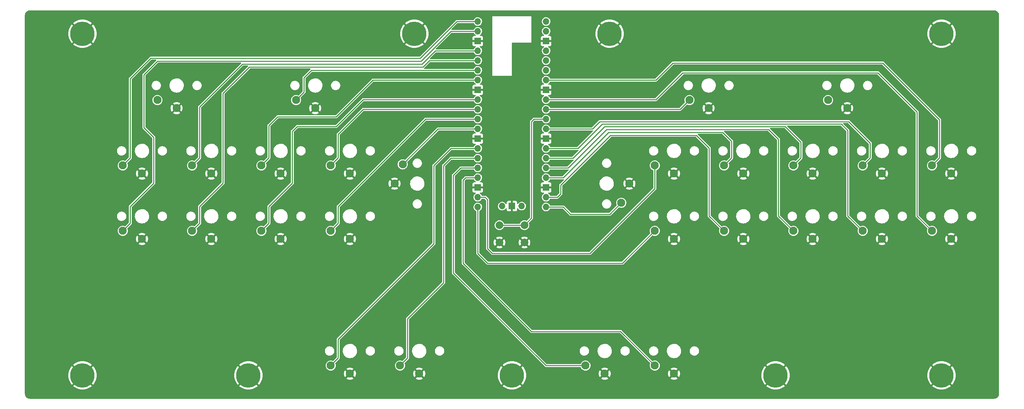
<source format=gbl>
G04 #@! TF.GenerationSoftware,KiCad,Pcbnew,(6.0.4)*
G04 #@! TF.CreationDate,2023-01-17T23:17:44-05:00*
G04 #@! TF.ProjectId,PicoSteno-v1.1.0,5069636f-5374-4656-9e6f-2d76312e312e,rev?*
G04 #@! TF.SameCoordinates,Original*
G04 #@! TF.FileFunction,Copper,L2,Bot*
G04 #@! TF.FilePolarity,Positive*
%FSLAX46Y46*%
G04 Gerber Fmt 4.6, Leading zero omitted, Abs format (unit mm)*
G04 Created by KiCad (PCBNEW (6.0.4)) date 2023-01-17 23:17:44*
%MOMM*%
%LPD*%
G01*
G04 APERTURE LIST*
G04 #@! TA.AperFunction,ComponentPad*
%ADD10C,2.000000*%
G04 #@! TD*
G04 #@! TA.AperFunction,ComponentPad*
%ADD11O,1.700000X1.700000*%
G04 #@! TD*
G04 #@! TA.AperFunction,ComponentPad*
%ADD12R,1.700000X1.700000*%
G04 #@! TD*
G04 #@! TA.AperFunction,ComponentPad*
%ADD13C,6.350000*%
G04 #@! TD*
G04 #@! TA.AperFunction,ComponentPad*
%ADD14C,2.100000*%
G04 #@! TD*
G04 #@! TA.AperFunction,Conductor*
%ADD15C,0.250000*%
G04 #@! TD*
G04 #@! TA.AperFunction,Conductor*
%ADD16C,0.254000*%
G04 #@! TD*
G04 APERTURE END LIST*
D10*
X155650000Y-111470000D03*
X149150000Y-111470000D03*
X149150000Y-106970000D03*
X155650000Y-106970000D03*
D11*
X143510000Y-53975000D03*
X143510000Y-56515000D03*
D12*
X143510000Y-59055000D03*
D11*
X143510000Y-61595000D03*
X143510000Y-64135000D03*
X143510000Y-66675000D03*
X143510000Y-69215000D03*
D12*
X143510000Y-71755000D03*
D11*
X143510000Y-74295000D03*
X143510000Y-76835000D03*
X143510000Y-79375000D03*
X143510000Y-81915000D03*
D12*
X143510000Y-84455000D03*
D11*
X143510000Y-86995000D03*
X143510000Y-89535000D03*
X143510000Y-92075000D03*
X143510000Y-94615000D03*
D12*
X143510000Y-97155000D03*
D11*
X143510000Y-99695000D03*
X143510000Y-102235000D03*
X161290000Y-102235000D03*
X161290000Y-99695000D03*
D12*
X161290000Y-97155000D03*
D11*
X161290000Y-94615000D03*
X161290000Y-92075000D03*
X161290000Y-89535000D03*
X161290000Y-86995000D03*
D12*
X161290000Y-84455000D03*
D11*
X161290000Y-81915000D03*
X161290000Y-79375000D03*
X161290000Y-76835000D03*
X161290000Y-74295000D03*
D12*
X161290000Y-71755000D03*
D11*
X161290000Y-69215000D03*
X161290000Y-66675000D03*
X161290000Y-64135000D03*
X161290000Y-61595000D03*
D12*
X161290000Y-59055000D03*
D11*
X161290000Y-56515000D03*
X161290000Y-53975000D03*
X149860000Y-102005000D03*
D12*
X152400000Y-102005000D03*
D11*
X154940000Y-102005000D03*
D13*
X127000000Y-57150000D03*
X83820000Y-146050000D03*
X264160000Y-57150000D03*
X177800000Y-57150000D03*
X220980000Y-146050000D03*
X152400000Y-146050000D03*
X264160000Y-146050000D03*
X40640000Y-146050000D03*
X40640000Y-57150000D03*
D14*
X234649000Y-74412000D03*
X239649000Y-76512000D03*
X96219000Y-74412000D03*
X101219000Y-76512000D03*
X69168000Y-91430000D03*
X74168000Y-93530000D03*
X105236000Y-91430000D03*
X110236000Y-93530000D03*
X87202000Y-91430000D03*
X92202000Y-93530000D03*
X51134000Y-91430000D03*
X56134000Y-93530000D03*
X207598000Y-108448000D03*
X212598000Y-110548000D03*
X225632000Y-108448000D03*
X230632000Y-110548000D03*
X243666000Y-108448000D03*
X248666000Y-110548000D03*
X261700000Y-108448000D03*
X266700000Y-110548000D03*
X69168000Y-108448000D03*
X74168000Y-110548000D03*
X105236000Y-108448000D03*
X110236000Y-110548000D03*
X189564000Y-108448000D03*
X194564000Y-110548000D03*
X51134000Y-108448000D03*
X56134000Y-110548000D03*
X87202000Y-108448000D03*
X92202000Y-110548000D03*
X60151000Y-74412000D03*
X65151000Y-76512000D03*
X198581000Y-74412000D03*
X203581000Y-76512000D03*
X171530000Y-143500000D03*
X176530000Y-145600000D03*
X123270000Y-143500000D03*
X128270000Y-145600000D03*
X105236000Y-143500000D03*
X110236000Y-145600000D03*
X189564000Y-143500000D03*
X194564000Y-145600000D03*
X243666000Y-91430000D03*
X248666000Y-93530000D03*
X261700000Y-91430000D03*
X266700000Y-93530000D03*
X123962000Y-91139000D03*
X121862000Y-96139000D03*
X180838000Y-101139000D03*
X182938000Y-96139000D03*
X189564000Y-91430000D03*
X194564000Y-93530000D03*
X207598000Y-91430000D03*
X212598000Y-93530000D03*
X225632000Y-91430000D03*
X230632000Y-93530000D03*
D15*
X157480000Y-105156000D02*
X157480000Y-80010000D01*
X155650000Y-106970000D02*
X149150000Y-106970000D01*
X155650000Y-106970000D02*
X157480000Y-105140000D01*
X157480000Y-80010000D02*
X158115000Y-79375000D01*
X158115000Y-79375000D02*
X161290000Y-79375000D01*
X248920000Y-64770000D02*
X263652000Y-79502000D01*
X263652000Y-79502000D02*
X263652000Y-89478000D01*
X263652000Y-89478000D02*
X261700000Y-91430000D01*
X194310000Y-64770000D02*
X248920000Y-64770000D01*
X161290000Y-69215000D02*
X189865000Y-69215000D01*
X189865000Y-69215000D02*
X194310000Y-64770000D01*
X196158000Y-76835000D02*
X161290000Y-76835000D01*
X198581000Y-74412000D02*
X196158000Y-76835000D01*
X238125000Y-80645000D02*
X175895000Y-80645000D01*
X239776000Y-82296000D02*
X238125000Y-80645000D01*
X239776000Y-104558000D02*
X239776000Y-82296000D01*
X169545000Y-86995000D02*
X161290000Y-86995000D01*
X243666000Y-108448000D02*
X239776000Y-104558000D01*
X175895000Y-80645000D02*
X169545000Y-86995000D01*
X219202000Y-82042000D02*
X177038000Y-82042000D01*
X177038000Y-82042000D02*
X167005000Y-92075000D01*
X167005000Y-92075000D02*
X161290000Y-92075000D01*
X221742000Y-84582000D02*
X219202000Y-82042000D01*
X221742000Y-104558000D02*
X221742000Y-84582000D01*
X225632000Y-108448000D02*
X221742000Y-104558000D01*
X207598000Y-108448000D02*
X203708000Y-104558000D01*
X165100000Y-98806000D02*
X164211000Y-99695000D01*
X200406000Y-83566000D02*
X178054000Y-83566000D01*
X165100000Y-96520000D02*
X165100000Y-98806000D01*
X178054000Y-83566000D02*
X165100000Y-96520000D01*
X203708000Y-86868000D02*
X200406000Y-83566000D01*
X164211000Y-99695000D02*
X161290000Y-99695000D01*
X203708000Y-104558000D02*
X203708000Y-86868000D01*
X139700000Y-116840000D02*
X157480000Y-134620000D01*
X143510000Y-94615000D02*
X140335000Y-94615000D01*
X140335000Y-94615000D02*
X139700000Y-95250000D01*
X180684000Y-134620000D02*
X189564000Y-143500000D01*
X139700000Y-95250000D02*
X139700000Y-116840000D01*
X157480000Y-134620000D02*
X180684000Y-134620000D01*
D16*
X143510000Y-81915000D02*
X133186000Y-81915000D01*
X133186000Y-81915000D02*
X123962000Y-91139000D01*
D15*
X107188000Y-89478000D02*
X107188000Y-83312000D01*
X113665000Y-76835000D02*
X143510000Y-76835000D01*
X107188000Y-83312000D02*
X113665000Y-76835000D01*
X105236000Y-91430000D02*
X107188000Y-89478000D01*
X116205000Y-69215000D02*
X143510000Y-69215000D01*
X106680000Y-78740000D02*
X116205000Y-69215000D01*
X91440000Y-78740000D02*
X106680000Y-78740000D01*
X87202000Y-91430000D02*
X89154000Y-89478000D01*
X89154000Y-81026000D02*
X91440000Y-78740000D01*
X89154000Y-89478000D02*
X89154000Y-81026000D01*
X84074000Y-65786000D02*
X129286000Y-65786000D01*
X130937000Y-64135000D02*
X143510000Y-64135000D01*
X77216000Y-96012000D02*
X77216000Y-72644000D01*
X71120000Y-102108000D02*
X77216000Y-96012000D01*
X71120000Y-106496000D02*
X71120000Y-102108000D01*
X77216000Y-72644000D02*
X84074000Y-65786000D01*
X129286000Y-65786000D02*
X130937000Y-64135000D01*
X69168000Y-108448000D02*
X71120000Y-106496000D01*
X128524000Y-63500000D02*
X58420000Y-63500000D01*
X53086000Y-68834000D02*
X53086000Y-89478000D01*
X53086000Y-89478000D02*
X51134000Y-91430000D01*
X138049000Y-53975000D02*
X128524000Y-63500000D01*
X143510000Y-53975000D02*
X138049000Y-53975000D01*
X58420000Y-63500000D02*
X53086000Y-68834000D01*
X257810000Y-77470000D02*
X257810000Y-104558000D01*
X161290000Y-74295000D02*
X189865000Y-74295000D01*
X247650000Y-67310000D02*
X257810000Y-77470000D01*
X257810000Y-104558000D02*
X261700000Y-108448000D01*
X196850000Y-67310000D02*
X247650000Y-67310000D01*
X189865000Y-74295000D02*
X196850000Y-67310000D01*
D16*
X175260000Y-80010000D02*
X173355000Y-81915000D01*
D15*
X240030000Y-80010000D02*
X245618000Y-85598000D01*
X245618000Y-89478000D02*
X243666000Y-91430000D01*
X175260000Y-80010000D02*
X240030000Y-80010000D01*
X245618000Y-85598000D02*
X245618000Y-89478000D01*
D16*
X173355000Y-81915000D02*
X161290000Y-81915000D01*
D15*
X168275000Y-89535000D02*
X176530000Y-81280000D01*
X227584000Y-89478000D02*
X225632000Y-91430000D01*
X227584000Y-85344000D02*
X227584000Y-89478000D01*
X161290000Y-89535000D02*
X168275000Y-89535000D01*
X176530000Y-81280000D02*
X223520000Y-81280000D01*
X223520000Y-81280000D02*
X227584000Y-85344000D01*
X177546000Y-82804000D02*
X165735000Y-94615000D01*
X209550000Y-89478000D02*
X209550000Y-85090000D01*
X207598000Y-91430000D02*
X209550000Y-89478000D01*
X207264000Y-82804000D02*
X177546000Y-82804000D01*
X165735000Y-94615000D02*
X161290000Y-94615000D01*
X209550000Y-85090000D02*
X207264000Y-82804000D01*
D16*
X165735000Y-102235000D02*
X161290000Y-102235000D01*
X180838000Y-101139000D02*
X177837000Y-104140000D01*
X177837000Y-104140000D02*
X167640000Y-104140000D01*
X167640000Y-104140000D02*
X165735000Y-102235000D01*
D15*
X132080000Y-111760000D02*
X107188000Y-136652000D01*
X143510000Y-86995000D02*
X136525000Y-86995000D01*
X107188000Y-136652000D02*
X107188000Y-141548000D01*
X132080000Y-91440000D02*
X132080000Y-111760000D01*
X136525000Y-86995000D02*
X132080000Y-91440000D01*
X107188000Y-141548000D02*
X105236000Y-143500000D01*
X105236000Y-108448000D02*
X107188000Y-106496000D01*
X129921000Y-79375000D02*
X143510000Y-79375000D01*
X107188000Y-102108000D02*
X129921000Y-79375000D01*
X107188000Y-106496000D02*
X107188000Y-102108000D01*
X106680000Y-81280000D02*
X113665000Y-74295000D01*
X89154000Y-102108000D02*
X95250000Y-96012000D01*
X95250000Y-96012000D02*
X95250000Y-82550000D01*
X113665000Y-74295000D02*
X143510000Y-74295000D01*
X87202000Y-108448000D02*
X89154000Y-106496000D01*
X89154000Y-106496000D02*
X89154000Y-102108000D01*
X96520000Y-81280000D02*
X106680000Y-81280000D01*
X95250000Y-82550000D02*
X96520000Y-81280000D01*
X98298000Y-68580000D02*
X100203000Y-66675000D01*
X98298000Y-72333000D02*
X98298000Y-68580000D01*
X100203000Y-66675000D02*
X143510000Y-66675000D01*
X96219000Y-74412000D02*
X98298000Y-72333000D01*
X128778000Y-64262000D02*
X60198000Y-64262000D01*
X143510000Y-56515000D02*
X136525000Y-56515000D01*
X56642000Y-67818000D02*
X56642000Y-81534000D01*
X53086000Y-102108000D02*
X53086000Y-106496000D01*
X56642000Y-81534000D02*
X59182000Y-84074000D01*
X59182000Y-84074000D02*
X59182000Y-96012000D01*
X136525000Y-56515000D02*
X128778000Y-64262000D01*
X53086000Y-106496000D02*
X51134000Y-108448000D01*
X59182000Y-96012000D02*
X53086000Y-102108000D01*
X60198000Y-64262000D02*
X56642000Y-67818000D01*
D16*
X146050000Y-116840000D02*
X181172000Y-116840000D01*
X143510000Y-102235000D02*
X143510000Y-114300000D01*
X181172000Y-116840000D02*
X189564000Y-108448000D01*
X143510000Y-114300000D02*
X146050000Y-116840000D01*
X147320000Y-114300000D02*
X172720000Y-114300000D01*
X145415000Y-99695000D02*
X146050000Y-100330000D01*
X146050000Y-100330000D02*
X146050000Y-113030000D01*
D15*
X189564000Y-97456000D02*
X189564000Y-91430000D01*
D16*
X143510000Y-99695000D02*
X145415000Y-99695000D01*
D15*
X172720000Y-114300000D02*
X189564000Y-97456000D01*
D16*
X146050000Y-113030000D02*
X147320000Y-114300000D01*
D15*
X137160000Y-119380000D02*
X161280000Y-143500000D01*
X139065000Y-92075000D02*
X137160000Y-93980000D01*
X143510000Y-92075000D02*
X139065000Y-92075000D01*
X137160000Y-93980000D02*
X137160000Y-119380000D01*
X161280000Y-143500000D02*
X171530000Y-143500000D01*
X136525000Y-89535000D02*
X134620000Y-91440000D01*
X125222000Y-141548000D02*
X123270000Y-143500000D01*
X134620000Y-91440000D02*
X134620000Y-121920000D01*
X143510000Y-89535000D02*
X136525000Y-89535000D01*
X125222000Y-131318000D02*
X125222000Y-141548000D01*
X134620000Y-121920000D02*
X125222000Y-131318000D01*
X69168000Y-91430000D02*
X71120000Y-89478000D01*
X132461000Y-61595000D02*
X143510000Y-61595000D01*
X129032000Y-65024000D02*
X132461000Y-61595000D01*
X71120000Y-76200000D02*
X82296000Y-65024000D01*
X82296000Y-65024000D02*
X129032000Y-65024000D01*
X71120000Y-89478000D02*
X71120000Y-76200000D01*
G04 #@! TA.AperFunction,Conductor*
G36*
X277799603Y-51056921D02*
G01*
X277812500Y-51059486D01*
X277824673Y-51057064D01*
X277837082Y-51057064D01*
X277837082Y-51057916D01*
X277847831Y-51057280D01*
X278011142Y-51070133D01*
X278030669Y-51073226D01*
X278214783Y-51117428D01*
X278233578Y-51123535D01*
X278321044Y-51159765D01*
X278408506Y-51195993D01*
X278426123Y-51204969D01*
X278587563Y-51303899D01*
X278603559Y-51315521D01*
X278747533Y-51438487D01*
X278761513Y-51452467D01*
X278884479Y-51596441D01*
X278896101Y-51612437D01*
X278995031Y-51773877D01*
X279004007Y-51791494D01*
X279076463Y-51966417D01*
X279082573Y-51985221D01*
X279126774Y-52169330D01*
X279129867Y-52188858D01*
X279142720Y-52352166D01*
X279142084Y-52362918D01*
X279142936Y-52362918D01*
X279142936Y-52375327D01*
X279140514Y-52387500D01*
X279142935Y-52399671D01*
X279143079Y-52400394D01*
X279145500Y-52424976D01*
X279145500Y-150775024D01*
X279143079Y-150799603D01*
X279140514Y-150812500D01*
X279142936Y-150824673D01*
X279142936Y-150837082D01*
X279142084Y-150837082D01*
X279142720Y-150847834D01*
X279129867Y-151011142D01*
X279126774Y-151030670D01*
X279082573Y-151214779D01*
X279076463Y-151233583D01*
X279004007Y-151408506D01*
X278995031Y-151426123D01*
X278896101Y-151587563D01*
X278884479Y-151603559D01*
X278761513Y-151747533D01*
X278747533Y-151761513D01*
X278603559Y-151884479D01*
X278587563Y-151896101D01*
X278426123Y-151995031D01*
X278408506Y-152004007D01*
X278321045Y-152040235D01*
X278233578Y-152076465D01*
X278214783Y-152082572D01*
X278030670Y-152126774D01*
X278011142Y-152129867D01*
X277847831Y-152142720D01*
X277837082Y-152142084D01*
X277837082Y-152142936D01*
X277824673Y-152142936D01*
X277812500Y-152140514D01*
X277799603Y-152143079D01*
X277775024Y-152145500D01*
X27024976Y-152145500D01*
X27000397Y-152143079D01*
X26987500Y-152140514D01*
X26975327Y-152142936D01*
X26962918Y-152142936D01*
X26962918Y-152142084D01*
X26952169Y-152142720D01*
X26788858Y-152129867D01*
X26769330Y-152126774D01*
X26585217Y-152082572D01*
X26566422Y-152076465D01*
X26478955Y-152040235D01*
X26391494Y-152004007D01*
X26373877Y-151995031D01*
X26212437Y-151896101D01*
X26196441Y-151884479D01*
X26052467Y-151761513D01*
X26038487Y-151747533D01*
X25915521Y-151603559D01*
X25903899Y-151587563D01*
X25804969Y-151426123D01*
X25795993Y-151408506D01*
X25723537Y-151233583D01*
X25717427Y-151214779D01*
X25673226Y-151030670D01*
X25670133Y-151011142D01*
X25657280Y-150847834D01*
X25657916Y-150837082D01*
X25657064Y-150837082D01*
X25657064Y-150824673D01*
X25659486Y-150812500D01*
X25656921Y-150799603D01*
X25654500Y-150775024D01*
X25654500Y-148829611D01*
X38225536Y-148829611D01*
X38232993Y-148839979D01*
X38469640Y-149031612D01*
X38474991Y-149035500D01*
X38793204Y-149242150D01*
X38798914Y-149245447D01*
X39136993Y-149417707D01*
X39143018Y-149420389D01*
X39497239Y-149556362D01*
X39503521Y-149558403D01*
X39870021Y-149656606D01*
X39876471Y-149657977D01*
X40251245Y-149717336D01*
X40257783Y-149718022D01*
X40636699Y-149737881D01*
X40643301Y-149737881D01*
X41022217Y-149718022D01*
X41028755Y-149717336D01*
X41403529Y-149657977D01*
X41409979Y-149656606D01*
X41776479Y-149558403D01*
X41782761Y-149556362D01*
X42136982Y-149420389D01*
X42143007Y-149417707D01*
X42481086Y-149245447D01*
X42486796Y-149242150D01*
X42805009Y-149035500D01*
X42810360Y-149031612D01*
X43046055Y-148840749D01*
X43053749Y-148829611D01*
X81405536Y-148829611D01*
X81412993Y-148839979D01*
X81649640Y-149031612D01*
X81654991Y-149035500D01*
X81973204Y-149242150D01*
X81978914Y-149245447D01*
X82316993Y-149417707D01*
X82323018Y-149420389D01*
X82677239Y-149556362D01*
X82683521Y-149558403D01*
X83050021Y-149656606D01*
X83056471Y-149657977D01*
X83431245Y-149717336D01*
X83437783Y-149718022D01*
X83816699Y-149737881D01*
X83823301Y-149737881D01*
X84202217Y-149718022D01*
X84208755Y-149717336D01*
X84583529Y-149657977D01*
X84589979Y-149656606D01*
X84956479Y-149558403D01*
X84962761Y-149556362D01*
X85316982Y-149420389D01*
X85323007Y-149417707D01*
X85661086Y-149245447D01*
X85666796Y-149242150D01*
X85985009Y-149035500D01*
X85990360Y-149031612D01*
X86226055Y-148840749D01*
X86233749Y-148829611D01*
X149985536Y-148829611D01*
X149992993Y-148839979D01*
X150229640Y-149031612D01*
X150234991Y-149035500D01*
X150553204Y-149242150D01*
X150558914Y-149245447D01*
X150896993Y-149417707D01*
X150903018Y-149420389D01*
X151257239Y-149556362D01*
X151263521Y-149558403D01*
X151630021Y-149656606D01*
X151636471Y-149657977D01*
X152011245Y-149717336D01*
X152017783Y-149718022D01*
X152396699Y-149737881D01*
X152403301Y-149737881D01*
X152782217Y-149718022D01*
X152788755Y-149717336D01*
X153163529Y-149657977D01*
X153169979Y-149656606D01*
X153536479Y-149558403D01*
X153542761Y-149556362D01*
X153896982Y-149420389D01*
X153903007Y-149417707D01*
X154241086Y-149245447D01*
X154246796Y-149242150D01*
X154565009Y-149035500D01*
X154570360Y-149031612D01*
X154806055Y-148840749D01*
X154813749Y-148829611D01*
X218565536Y-148829611D01*
X218572993Y-148839979D01*
X218809640Y-149031612D01*
X218814991Y-149035500D01*
X219133204Y-149242150D01*
X219138914Y-149245447D01*
X219476993Y-149417707D01*
X219483018Y-149420389D01*
X219837239Y-149556362D01*
X219843521Y-149558403D01*
X220210021Y-149656606D01*
X220216471Y-149657977D01*
X220591245Y-149717336D01*
X220597783Y-149718022D01*
X220976699Y-149737881D01*
X220983301Y-149737881D01*
X221362217Y-149718022D01*
X221368755Y-149717336D01*
X221743529Y-149657977D01*
X221749979Y-149656606D01*
X222116479Y-149558403D01*
X222122761Y-149556362D01*
X222476982Y-149420389D01*
X222483007Y-149417707D01*
X222821086Y-149245447D01*
X222826796Y-149242150D01*
X223145009Y-149035500D01*
X223150360Y-149031612D01*
X223386055Y-148840749D01*
X223393749Y-148829611D01*
X261745536Y-148829611D01*
X261752993Y-148839979D01*
X261989640Y-149031612D01*
X261994991Y-149035500D01*
X262313204Y-149242150D01*
X262318914Y-149245447D01*
X262656993Y-149417707D01*
X262663018Y-149420389D01*
X263017239Y-149556362D01*
X263023521Y-149558403D01*
X263390021Y-149656606D01*
X263396471Y-149657977D01*
X263771245Y-149717336D01*
X263777783Y-149718022D01*
X264156699Y-149737881D01*
X264163301Y-149737881D01*
X264542217Y-149718022D01*
X264548755Y-149717336D01*
X264923529Y-149657977D01*
X264929979Y-149656606D01*
X265296479Y-149558403D01*
X265302761Y-149556362D01*
X265656982Y-149420389D01*
X265663007Y-149417707D01*
X266001086Y-149245447D01*
X266006796Y-149242150D01*
X266325009Y-149035500D01*
X266330360Y-149031612D01*
X266566055Y-148840749D01*
X266574523Y-148828491D01*
X266568190Y-148817401D01*
X264172810Y-146422020D01*
X264158869Y-146414408D01*
X264157034Y-146414539D01*
X264150420Y-146418790D01*
X261752676Y-148816535D01*
X261745536Y-148829611D01*
X223393749Y-148829611D01*
X223394523Y-148828491D01*
X223388190Y-148817401D01*
X220992810Y-146422020D01*
X220978869Y-146414408D01*
X220977034Y-146414539D01*
X220970420Y-146418790D01*
X218572676Y-148816535D01*
X218565536Y-148829611D01*
X154813749Y-148829611D01*
X154814523Y-148828491D01*
X154808190Y-148817401D01*
X152412810Y-146422020D01*
X152398869Y-146414408D01*
X152397034Y-146414539D01*
X152390420Y-146418790D01*
X149992676Y-148816535D01*
X149985536Y-148829611D01*
X86233749Y-148829611D01*
X86234523Y-148828491D01*
X86228190Y-148817401D01*
X83832810Y-146422020D01*
X83818869Y-146414408D01*
X83817034Y-146414539D01*
X83810420Y-146418790D01*
X81412676Y-148816535D01*
X81405536Y-148829611D01*
X43053749Y-148829611D01*
X43054523Y-148828491D01*
X43048190Y-148817401D01*
X40652810Y-146422020D01*
X40638869Y-146414408D01*
X40637034Y-146414539D01*
X40630420Y-146418790D01*
X38232676Y-148816535D01*
X38225536Y-148829611D01*
X25654500Y-148829611D01*
X25654500Y-146053301D01*
X36952119Y-146053301D01*
X36971978Y-146432217D01*
X36972664Y-146438755D01*
X37032023Y-146813529D01*
X37033394Y-146819979D01*
X37131597Y-147186479D01*
X37133638Y-147192761D01*
X37269611Y-147546982D01*
X37272293Y-147553007D01*
X37444553Y-147891086D01*
X37447850Y-147896796D01*
X37654500Y-148215009D01*
X37658388Y-148220360D01*
X37849251Y-148456055D01*
X37861509Y-148464523D01*
X37872599Y-148458190D01*
X40267980Y-146062810D01*
X40274357Y-146051131D01*
X41004408Y-146051131D01*
X41004539Y-146052966D01*
X41008790Y-146059580D01*
X43406535Y-148457324D01*
X43419611Y-148464464D01*
X43429979Y-148457007D01*
X43621612Y-148220360D01*
X43625500Y-148215009D01*
X43832150Y-147896796D01*
X43835447Y-147891086D01*
X44007707Y-147553007D01*
X44010389Y-147546982D01*
X44146362Y-147192761D01*
X44148403Y-147186479D01*
X44246606Y-146819979D01*
X44247977Y-146813529D01*
X44307336Y-146438755D01*
X44308022Y-146432217D01*
X44327881Y-146053301D01*
X80132119Y-146053301D01*
X80151978Y-146432217D01*
X80152664Y-146438755D01*
X80212023Y-146813529D01*
X80213394Y-146819979D01*
X80311597Y-147186479D01*
X80313638Y-147192761D01*
X80449611Y-147546982D01*
X80452293Y-147553007D01*
X80624553Y-147891086D01*
X80627850Y-147896796D01*
X80834500Y-148215009D01*
X80838388Y-148220360D01*
X81029251Y-148456055D01*
X81041509Y-148464523D01*
X81052599Y-148458190D01*
X83447980Y-146062810D01*
X83454357Y-146051131D01*
X84184408Y-146051131D01*
X84184539Y-146052966D01*
X84188790Y-146059580D01*
X86586535Y-148457324D01*
X86599611Y-148464464D01*
X86609979Y-148457007D01*
X86801612Y-148220360D01*
X86805500Y-148215009D01*
X87012150Y-147896796D01*
X87015447Y-147891086D01*
X87187707Y-147553007D01*
X87190389Y-147546982D01*
X87326362Y-147192761D01*
X87328403Y-147186479D01*
X87413463Y-146869030D01*
X109331800Y-146869030D01*
X109337527Y-146876680D01*
X109522272Y-146989893D01*
X109531067Y-146994375D01*
X109748490Y-147084434D01*
X109757875Y-147087483D01*
X109986708Y-147142422D01*
X109996455Y-147143965D01*
X110231070Y-147162430D01*
X110240930Y-147162430D01*
X110475545Y-147143965D01*
X110485292Y-147142422D01*
X110714125Y-147087483D01*
X110723510Y-147084434D01*
X110940933Y-146994375D01*
X110949728Y-146989893D01*
X111130805Y-146878928D01*
X111139760Y-146869030D01*
X127365800Y-146869030D01*
X127371527Y-146876680D01*
X127556272Y-146989893D01*
X127565067Y-146994375D01*
X127782490Y-147084434D01*
X127791875Y-147087483D01*
X128020708Y-147142422D01*
X128030455Y-147143965D01*
X128265070Y-147162430D01*
X128274930Y-147162430D01*
X128509545Y-147143965D01*
X128519292Y-147142422D01*
X128748125Y-147087483D01*
X128757510Y-147084434D01*
X128974933Y-146994375D01*
X128983728Y-146989893D01*
X129164805Y-146878928D01*
X129174267Y-146868470D01*
X129170484Y-146859694D01*
X128282812Y-145972022D01*
X128268868Y-145964408D01*
X128267035Y-145964539D01*
X128260420Y-145968790D01*
X127372560Y-146856650D01*
X127365800Y-146869030D01*
X111139760Y-146869030D01*
X111140267Y-146868470D01*
X111136484Y-146859694D01*
X110248812Y-145972022D01*
X110234868Y-145964408D01*
X110233035Y-145964539D01*
X110226420Y-145968790D01*
X109338560Y-146856650D01*
X109331800Y-146869030D01*
X87413463Y-146869030D01*
X87426606Y-146819979D01*
X87427977Y-146813529D01*
X87487336Y-146438755D01*
X87488022Y-146432217D01*
X87507881Y-146053301D01*
X87507881Y-146046699D01*
X87488022Y-145667783D01*
X87487336Y-145661245D01*
X87478416Y-145604930D01*
X108673570Y-145604930D01*
X108692035Y-145839545D01*
X108693578Y-145849292D01*
X108748517Y-146078125D01*
X108751566Y-146087510D01*
X108841625Y-146304933D01*
X108846107Y-146313728D01*
X108957072Y-146494805D01*
X108967530Y-146504267D01*
X108976306Y-146500484D01*
X109863978Y-145612812D01*
X109870356Y-145601132D01*
X110600408Y-145601132D01*
X110600539Y-145602965D01*
X110604790Y-145609580D01*
X111492650Y-146497440D01*
X111505030Y-146504200D01*
X111512680Y-146498473D01*
X111625893Y-146313728D01*
X111630375Y-146304933D01*
X111720434Y-146087510D01*
X111723483Y-146078125D01*
X111778422Y-145849292D01*
X111779965Y-145839545D01*
X111798430Y-145604930D01*
X126707570Y-145604930D01*
X126726035Y-145839545D01*
X126727578Y-145849292D01*
X126782517Y-146078125D01*
X126785566Y-146087510D01*
X126875625Y-146304933D01*
X126880107Y-146313728D01*
X126991072Y-146494805D01*
X127001530Y-146504267D01*
X127010306Y-146500484D01*
X127897978Y-145612812D01*
X127904356Y-145601132D01*
X128634408Y-145601132D01*
X128634539Y-145602965D01*
X128638790Y-145609580D01*
X129526650Y-146497440D01*
X129539030Y-146504200D01*
X129546680Y-146498473D01*
X129659893Y-146313728D01*
X129664375Y-146304933D01*
X129754434Y-146087510D01*
X129757483Y-146078125D01*
X129763443Y-146053301D01*
X148712119Y-146053301D01*
X148731978Y-146432217D01*
X148732664Y-146438755D01*
X148792023Y-146813529D01*
X148793394Y-146819979D01*
X148891597Y-147186479D01*
X148893638Y-147192761D01*
X149029611Y-147546982D01*
X149032293Y-147553007D01*
X149204553Y-147891086D01*
X149207850Y-147896796D01*
X149414500Y-148215009D01*
X149418388Y-148220360D01*
X149609251Y-148456055D01*
X149621509Y-148464523D01*
X149632599Y-148458190D01*
X152027980Y-146062810D01*
X152034357Y-146051131D01*
X152764408Y-146051131D01*
X152764539Y-146052966D01*
X152768790Y-146059580D01*
X155166535Y-148457324D01*
X155179611Y-148464464D01*
X155189979Y-148457007D01*
X155381612Y-148220360D01*
X155385500Y-148215009D01*
X155592150Y-147896796D01*
X155595447Y-147891086D01*
X155767707Y-147553007D01*
X155770389Y-147546982D01*
X155906362Y-147192761D01*
X155908403Y-147186479D01*
X155993463Y-146869030D01*
X175625800Y-146869030D01*
X175631527Y-146876680D01*
X175816272Y-146989893D01*
X175825067Y-146994375D01*
X176042490Y-147084434D01*
X176051875Y-147087483D01*
X176280708Y-147142422D01*
X176290455Y-147143965D01*
X176525070Y-147162430D01*
X176534930Y-147162430D01*
X176769545Y-147143965D01*
X176779292Y-147142422D01*
X177008125Y-147087483D01*
X177017510Y-147084434D01*
X177234933Y-146994375D01*
X177243728Y-146989893D01*
X177424805Y-146878928D01*
X177433760Y-146869030D01*
X193659800Y-146869030D01*
X193665527Y-146876680D01*
X193850272Y-146989893D01*
X193859067Y-146994375D01*
X194076490Y-147084434D01*
X194085875Y-147087483D01*
X194314708Y-147142422D01*
X194324455Y-147143965D01*
X194559070Y-147162430D01*
X194568930Y-147162430D01*
X194803545Y-147143965D01*
X194813292Y-147142422D01*
X195042125Y-147087483D01*
X195051510Y-147084434D01*
X195268933Y-146994375D01*
X195277728Y-146989893D01*
X195458805Y-146878928D01*
X195468267Y-146868470D01*
X195464484Y-146859694D01*
X194576812Y-145972022D01*
X194562868Y-145964408D01*
X194561035Y-145964539D01*
X194554420Y-145968790D01*
X193666560Y-146856650D01*
X193659800Y-146869030D01*
X177433760Y-146869030D01*
X177434267Y-146868470D01*
X177430484Y-146859694D01*
X176542812Y-145972022D01*
X176528868Y-145964408D01*
X176527035Y-145964539D01*
X176520420Y-145968790D01*
X175632560Y-146856650D01*
X175625800Y-146869030D01*
X155993463Y-146869030D01*
X156006606Y-146819979D01*
X156007977Y-146813529D01*
X156067336Y-146438755D01*
X156068022Y-146432217D01*
X156087881Y-146053301D01*
X156087881Y-146046699D01*
X156068022Y-145667783D01*
X156067336Y-145661245D01*
X156058416Y-145604930D01*
X174967570Y-145604930D01*
X174986035Y-145839545D01*
X174987578Y-145849292D01*
X175042517Y-146078125D01*
X175045566Y-146087510D01*
X175135625Y-146304933D01*
X175140107Y-146313728D01*
X175251072Y-146494805D01*
X175261530Y-146504267D01*
X175270306Y-146500484D01*
X176157978Y-145612812D01*
X176164356Y-145601132D01*
X176894408Y-145601132D01*
X176894539Y-145602965D01*
X176898790Y-145609580D01*
X177786650Y-146497440D01*
X177799030Y-146504200D01*
X177806680Y-146498473D01*
X177919893Y-146313728D01*
X177924375Y-146304933D01*
X178014434Y-146087510D01*
X178017483Y-146078125D01*
X178072422Y-145849292D01*
X178073965Y-145839545D01*
X178092430Y-145604930D01*
X193001570Y-145604930D01*
X193020035Y-145839545D01*
X193021578Y-145849292D01*
X193076517Y-146078125D01*
X193079566Y-146087510D01*
X193169625Y-146304933D01*
X193174107Y-146313728D01*
X193285072Y-146494805D01*
X193295530Y-146504267D01*
X193304306Y-146500484D01*
X194191978Y-145612812D01*
X194198356Y-145601132D01*
X194928408Y-145601132D01*
X194928539Y-145602965D01*
X194932790Y-145609580D01*
X195820650Y-146497440D01*
X195833030Y-146504200D01*
X195840680Y-146498473D01*
X195953893Y-146313728D01*
X195958375Y-146304933D01*
X196048434Y-146087510D01*
X196051483Y-146078125D01*
X196057443Y-146053301D01*
X217292119Y-146053301D01*
X217311978Y-146432217D01*
X217312664Y-146438755D01*
X217372023Y-146813529D01*
X217373394Y-146819979D01*
X217471597Y-147186479D01*
X217473638Y-147192761D01*
X217609611Y-147546982D01*
X217612293Y-147553007D01*
X217784553Y-147891086D01*
X217787850Y-147896796D01*
X217994500Y-148215009D01*
X217998388Y-148220360D01*
X218189251Y-148456055D01*
X218201509Y-148464523D01*
X218212599Y-148458190D01*
X220607980Y-146062810D01*
X220614357Y-146051131D01*
X221344408Y-146051131D01*
X221344539Y-146052966D01*
X221348790Y-146059580D01*
X223746535Y-148457324D01*
X223759611Y-148464464D01*
X223769979Y-148457007D01*
X223961612Y-148220360D01*
X223965500Y-148215009D01*
X224172150Y-147896796D01*
X224175447Y-147891086D01*
X224347707Y-147553007D01*
X224350389Y-147546982D01*
X224486362Y-147192761D01*
X224488403Y-147186479D01*
X224586606Y-146819979D01*
X224587977Y-146813529D01*
X224647336Y-146438755D01*
X224648022Y-146432217D01*
X224667881Y-146053301D01*
X260472119Y-146053301D01*
X260491978Y-146432217D01*
X260492664Y-146438755D01*
X260552023Y-146813529D01*
X260553394Y-146819979D01*
X260651597Y-147186479D01*
X260653638Y-147192761D01*
X260789611Y-147546982D01*
X260792293Y-147553007D01*
X260964553Y-147891086D01*
X260967850Y-147896796D01*
X261174500Y-148215009D01*
X261178388Y-148220360D01*
X261369251Y-148456055D01*
X261381509Y-148464523D01*
X261392599Y-148458190D01*
X263787980Y-146062810D01*
X263794357Y-146051131D01*
X264524408Y-146051131D01*
X264524539Y-146052966D01*
X264528790Y-146059580D01*
X266926535Y-148457324D01*
X266939611Y-148464464D01*
X266949979Y-148457007D01*
X267141612Y-148220360D01*
X267145500Y-148215009D01*
X267352150Y-147896796D01*
X267355447Y-147891086D01*
X267527707Y-147553007D01*
X267530389Y-147546982D01*
X267666362Y-147192761D01*
X267668403Y-147186479D01*
X267766606Y-146819979D01*
X267767977Y-146813529D01*
X267827336Y-146438755D01*
X267828022Y-146432217D01*
X267847881Y-146053301D01*
X267847881Y-146046699D01*
X267828022Y-145667783D01*
X267827336Y-145661245D01*
X267767977Y-145286471D01*
X267766606Y-145280021D01*
X267668403Y-144913521D01*
X267666362Y-144907239D01*
X267530389Y-144553018D01*
X267527707Y-144546993D01*
X267355447Y-144208914D01*
X267352150Y-144203204D01*
X267145500Y-143884991D01*
X267141612Y-143879640D01*
X266950749Y-143643945D01*
X266938491Y-143635477D01*
X266927401Y-143641810D01*
X264532020Y-146037190D01*
X264524408Y-146051131D01*
X263794357Y-146051131D01*
X263795592Y-146048869D01*
X263795461Y-146047034D01*
X263791210Y-146040420D01*
X261393465Y-143642676D01*
X261380389Y-143635536D01*
X261370021Y-143642993D01*
X261178388Y-143879640D01*
X261174500Y-143884991D01*
X260967850Y-144203204D01*
X260964553Y-144208914D01*
X260792293Y-144546993D01*
X260789611Y-144553018D01*
X260653638Y-144907239D01*
X260651597Y-144913521D01*
X260553394Y-145280021D01*
X260552023Y-145286471D01*
X260492664Y-145661245D01*
X260491978Y-145667783D01*
X260472119Y-146046699D01*
X260472119Y-146053301D01*
X224667881Y-146053301D01*
X224667881Y-146046699D01*
X224648022Y-145667783D01*
X224647336Y-145661245D01*
X224587977Y-145286471D01*
X224586606Y-145280021D01*
X224488403Y-144913521D01*
X224486362Y-144907239D01*
X224350389Y-144553018D01*
X224347707Y-144546993D01*
X224175447Y-144208914D01*
X224172150Y-144203204D01*
X223965500Y-143884991D01*
X223961612Y-143879640D01*
X223770749Y-143643945D01*
X223758491Y-143635477D01*
X223747401Y-143641810D01*
X221352020Y-146037190D01*
X221344408Y-146051131D01*
X220614357Y-146051131D01*
X220615592Y-146048869D01*
X220615461Y-146047034D01*
X220611210Y-146040420D01*
X218213465Y-143642676D01*
X218200389Y-143635536D01*
X218190021Y-143642993D01*
X217998388Y-143879640D01*
X217994500Y-143884991D01*
X217787850Y-144203204D01*
X217784553Y-144208914D01*
X217612293Y-144546993D01*
X217609611Y-144553018D01*
X217473638Y-144907239D01*
X217471597Y-144913521D01*
X217373394Y-145280021D01*
X217372023Y-145286471D01*
X217312664Y-145661245D01*
X217311978Y-145667783D01*
X217292119Y-146046699D01*
X217292119Y-146053301D01*
X196057443Y-146053301D01*
X196106422Y-145849292D01*
X196107965Y-145839545D01*
X196126430Y-145604930D01*
X196126430Y-145595070D01*
X196107965Y-145360455D01*
X196106422Y-145350708D01*
X196051483Y-145121875D01*
X196048434Y-145112490D01*
X195958375Y-144895067D01*
X195953893Y-144886272D01*
X195842928Y-144705195D01*
X195832470Y-144695733D01*
X195823694Y-144699516D01*
X194936022Y-145587188D01*
X194928408Y-145601132D01*
X194198356Y-145601132D01*
X194199592Y-145598868D01*
X194199461Y-145597035D01*
X194195210Y-145590420D01*
X193307350Y-144702560D01*
X193294970Y-144695800D01*
X193287320Y-144701527D01*
X193174107Y-144886272D01*
X193169625Y-144895067D01*
X193079566Y-145112490D01*
X193076517Y-145121875D01*
X193021578Y-145350708D01*
X193020035Y-145360455D01*
X193001570Y-145595070D01*
X193001570Y-145604930D01*
X178092430Y-145604930D01*
X178092430Y-145595070D01*
X178073965Y-145360455D01*
X178072422Y-145350708D01*
X178017483Y-145121875D01*
X178014434Y-145112490D01*
X177924375Y-144895067D01*
X177919893Y-144886272D01*
X177808928Y-144705195D01*
X177798470Y-144695733D01*
X177789694Y-144699516D01*
X176902022Y-145587188D01*
X176894408Y-145601132D01*
X176164356Y-145601132D01*
X176165592Y-145598868D01*
X176165461Y-145597035D01*
X176161210Y-145590420D01*
X175273350Y-144702560D01*
X175260970Y-144695800D01*
X175253320Y-144701527D01*
X175140107Y-144886272D01*
X175135625Y-144895067D01*
X175045566Y-145112490D01*
X175042517Y-145121875D01*
X174987578Y-145350708D01*
X174986035Y-145360455D01*
X174967570Y-145595070D01*
X174967570Y-145604930D01*
X156058416Y-145604930D01*
X156007977Y-145286471D01*
X156006606Y-145280021D01*
X155908403Y-144913521D01*
X155906362Y-144907239D01*
X155770389Y-144553018D01*
X155767707Y-144546993D01*
X155595447Y-144208914D01*
X155592150Y-144203204D01*
X155385500Y-143884991D01*
X155381612Y-143879640D01*
X155190749Y-143643945D01*
X155178491Y-143635477D01*
X155167401Y-143641810D01*
X152772020Y-146037190D01*
X152764408Y-146051131D01*
X152034357Y-146051131D01*
X152035592Y-146048869D01*
X152035461Y-146047034D01*
X152031210Y-146040420D01*
X149633465Y-143642676D01*
X149620389Y-143635536D01*
X149610021Y-143642993D01*
X149418388Y-143879640D01*
X149414500Y-143884991D01*
X149207850Y-144203204D01*
X149204553Y-144208914D01*
X149032293Y-144546993D01*
X149029611Y-144553018D01*
X148893638Y-144907239D01*
X148891597Y-144913521D01*
X148793394Y-145280021D01*
X148792023Y-145286471D01*
X148732664Y-145661245D01*
X148731978Y-145667783D01*
X148712119Y-146046699D01*
X148712119Y-146053301D01*
X129763443Y-146053301D01*
X129812422Y-145849292D01*
X129813965Y-145839545D01*
X129832430Y-145604930D01*
X129832430Y-145595070D01*
X129813965Y-145360455D01*
X129812422Y-145350708D01*
X129757483Y-145121875D01*
X129754434Y-145112490D01*
X129664375Y-144895067D01*
X129659893Y-144886272D01*
X129548928Y-144705195D01*
X129538470Y-144695733D01*
X129529694Y-144699516D01*
X128642022Y-145587188D01*
X128634408Y-145601132D01*
X127904356Y-145601132D01*
X127905592Y-145598868D01*
X127905461Y-145597035D01*
X127901210Y-145590420D01*
X127013350Y-144702560D01*
X127000970Y-144695800D01*
X126993320Y-144701527D01*
X126880107Y-144886272D01*
X126875625Y-144895067D01*
X126785566Y-145112490D01*
X126782517Y-145121875D01*
X126727578Y-145350708D01*
X126726035Y-145360455D01*
X126707570Y-145595070D01*
X126707570Y-145604930D01*
X111798430Y-145604930D01*
X111798430Y-145595070D01*
X111779965Y-145360455D01*
X111778422Y-145350708D01*
X111723483Y-145121875D01*
X111720434Y-145112490D01*
X111630375Y-144895067D01*
X111625893Y-144886272D01*
X111514928Y-144705195D01*
X111504470Y-144695733D01*
X111495694Y-144699516D01*
X110608022Y-145587188D01*
X110600408Y-145601132D01*
X109870356Y-145601132D01*
X109871592Y-145598868D01*
X109871461Y-145597035D01*
X109867210Y-145590420D01*
X108979350Y-144702560D01*
X108966970Y-144695800D01*
X108959320Y-144701527D01*
X108846107Y-144886272D01*
X108841625Y-144895067D01*
X108751566Y-145112490D01*
X108748517Y-145121875D01*
X108693578Y-145350708D01*
X108692035Y-145360455D01*
X108673570Y-145595070D01*
X108673570Y-145604930D01*
X87478416Y-145604930D01*
X87427977Y-145286471D01*
X87426606Y-145280021D01*
X87328403Y-144913521D01*
X87326362Y-144907239D01*
X87190389Y-144553018D01*
X87187707Y-144546993D01*
X87015447Y-144208914D01*
X87012150Y-144203204D01*
X86805500Y-143884991D01*
X86801612Y-143879640D01*
X86610749Y-143643945D01*
X86598491Y-143635477D01*
X86587401Y-143641810D01*
X84192020Y-146037190D01*
X84184408Y-146051131D01*
X83454357Y-146051131D01*
X83455592Y-146048869D01*
X83455461Y-146047034D01*
X83451210Y-146040420D01*
X81053465Y-143642676D01*
X81040389Y-143635536D01*
X81030021Y-143642993D01*
X80838388Y-143879640D01*
X80834500Y-143884991D01*
X80627850Y-144203204D01*
X80624553Y-144208914D01*
X80452293Y-144546993D01*
X80449611Y-144553018D01*
X80313638Y-144907239D01*
X80311597Y-144913521D01*
X80213394Y-145280021D01*
X80212023Y-145286471D01*
X80152664Y-145661245D01*
X80151978Y-145667783D01*
X80132119Y-146046699D01*
X80132119Y-146053301D01*
X44327881Y-146053301D01*
X44327881Y-146046699D01*
X44308022Y-145667783D01*
X44307336Y-145661245D01*
X44247977Y-145286471D01*
X44246606Y-145280021D01*
X44148403Y-144913521D01*
X44146362Y-144907239D01*
X44010389Y-144553018D01*
X44007707Y-144546993D01*
X43835447Y-144208914D01*
X43832150Y-144203204D01*
X43625500Y-143884991D01*
X43621612Y-143879640D01*
X43430749Y-143643945D01*
X43418491Y-143635477D01*
X43407401Y-143641810D01*
X41012020Y-146037190D01*
X41004408Y-146051131D01*
X40274357Y-146051131D01*
X40275592Y-146048869D01*
X40275461Y-146047034D01*
X40271210Y-146040420D01*
X37873465Y-143642676D01*
X37860389Y-143635536D01*
X37850021Y-143642993D01*
X37658388Y-143879640D01*
X37654500Y-143884991D01*
X37447850Y-144203204D01*
X37444553Y-144208914D01*
X37272293Y-144546993D01*
X37269611Y-144553018D01*
X37133638Y-144907239D01*
X37131597Y-144913521D01*
X37033394Y-145280021D01*
X37032023Y-145286471D01*
X36972664Y-145661245D01*
X36971978Y-145667783D01*
X36952119Y-146046699D01*
X36952119Y-146053301D01*
X25654500Y-146053301D01*
X25654500Y-143271509D01*
X38225477Y-143271509D01*
X38231810Y-143282599D01*
X40627190Y-145677980D01*
X40641131Y-145685592D01*
X40642966Y-145685461D01*
X40649580Y-145681210D01*
X43047324Y-143283465D01*
X43053852Y-143271509D01*
X81405477Y-143271509D01*
X81411810Y-143282599D01*
X83807190Y-145677980D01*
X83821131Y-145685592D01*
X83822966Y-145685461D01*
X83829580Y-145681210D01*
X86010789Y-143500000D01*
X103926517Y-143500000D01*
X103946411Y-143727389D01*
X103947835Y-143732703D01*
X103947835Y-143732704D01*
X103987195Y-143879597D01*
X104005488Y-143947870D01*
X104007810Y-143952850D01*
X104007811Y-143952852D01*
X104099628Y-144149754D01*
X104099631Y-144149759D01*
X104101954Y-144154741D01*
X104137584Y-144205625D01*
X104225744Y-144331530D01*
X104232878Y-144341719D01*
X104394281Y-144503122D01*
X104581258Y-144634046D01*
X104586240Y-144636369D01*
X104586245Y-144636372D01*
X104783148Y-144728189D01*
X104788130Y-144730512D01*
X104793438Y-144731934D01*
X104793440Y-144731935D01*
X105003296Y-144788165D01*
X105008611Y-144789589D01*
X105236000Y-144809483D01*
X105463389Y-144789589D01*
X105468704Y-144788165D01*
X105678560Y-144731935D01*
X105678562Y-144731934D01*
X105683870Y-144730512D01*
X105688852Y-144728189D01*
X105885755Y-144636372D01*
X105885760Y-144636369D01*
X105890742Y-144634046D01*
X106077719Y-144503122D01*
X106239122Y-144341719D01*
X106246257Y-144331530D01*
X109331733Y-144331530D01*
X109335516Y-144340306D01*
X110223188Y-145227978D01*
X110237132Y-145235592D01*
X110238965Y-145235461D01*
X110245580Y-145231210D01*
X111133440Y-144343350D01*
X111140200Y-144330970D01*
X111134473Y-144323320D01*
X110949728Y-144210107D01*
X110940933Y-144205625D01*
X110723510Y-144115566D01*
X110714125Y-144112517D01*
X110485292Y-144057578D01*
X110475545Y-144056035D01*
X110240930Y-144037570D01*
X110231070Y-144037570D01*
X109996455Y-144056035D01*
X109986708Y-144057578D01*
X109757875Y-144112517D01*
X109748490Y-144115566D01*
X109531067Y-144205625D01*
X109522272Y-144210107D01*
X109341195Y-144321072D01*
X109331733Y-144331530D01*
X106246257Y-144331530D01*
X106334416Y-144205625D01*
X106370046Y-144154741D01*
X106372369Y-144149759D01*
X106372372Y-144149754D01*
X106464189Y-143952852D01*
X106464190Y-143952850D01*
X106466512Y-143947870D01*
X106484806Y-143879597D01*
X106524165Y-143732704D01*
X106524165Y-143732703D01*
X106525589Y-143727389D01*
X106545483Y-143500000D01*
X121960517Y-143500000D01*
X121980411Y-143727389D01*
X121981835Y-143732703D01*
X121981835Y-143732704D01*
X122021195Y-143879597D01*
X122039488Y-143947870D01*
X122041810Y-143952850D01*
X122041811Y-143952852D01*
X122133628Y-144149754D01*
X122133631Y-144149759D01*
X122135954Y-144154741D01*
X122171584Y-144205625D01*
X122259744Y-144331530D01*
X122266878Y-144341719D01*
X122428281Y-144503122D01*
X122615258Y-144634046D01*
X122620240Y-144636369D01*
X122620245Y-144636372D01*
X122817148Y-144728189D01*
X122822130Y-144730512D01*
X122827438Y-144731934D01*
X122827440Y-144731935D01*
X123037296Y-144788165D01*
X123042611Y-144789589D01*
X123270000Y-144809483D01*
X123497389Y-144789589D01*
X123502704Y-144788165D01*
X123712560Y-144731935D01*
X123712562Y-144731934D01*
X123717870Y-144730512D01*
X123722852Y-144728189D01*
X123919755Y-144636372D01*
X123919760Y-144636369D01*
X123924742Y-144634046D01*
X124111719Y-144503122D01*
X124273122Y-144341719D01*
X124280257Y-144331530D01*
X127365733Y-144331530D01*
X127369516Y-144340306D01*
X128257188Y-145227978D01*
X128271132Y-145235592D01*
X128272965Y-145235461D01*
X128279580Y-145231210D01*
X129167440Y-144343350D01*
X129174200Y-144330970D01*
X129168473Y-144323320D01*
X128983728Y-144210107D01*
X128974933Y-144205625D01*
X128757510Y-144115566D01*
X128748125Y-144112517D01*
X128519292Y-144057578D01*
X128509545Y-144056035D01*
X128274930Y-144037570D01*
X128265070Y-144037570D01*
X128030455Y-144056035D01*
X128020708Y-144057578D01*
X127791875Y-144112517D01*
X127782490Y-144115566D01*
X127565067Y-144205625D01*
X127556272Y-144210107D01*
X127375195Y-144321072D01*
X127365733Y-144331530D01*
X124280257Y-144331530D01*
X124368416Y-144205625D01*
X124404046Y-144154741D01*
X124406369Y-144149759D01*
X124406372Y-144149754D01*
X124498189Y-143952852D01*
X124498190Y-143952850D01*
X124500512Y-143947870D01*
X124518806Y-143879597D01*
X124558165Y-143732704D01*
X124558165Y-143732703D01*
X124559589Y-143727389D01*
X124579483Y-143500000D01*
X124559589Y-143272611D01*
X124559294Y-143271509D01*
X149985477Y-143271509D01*
X149991810Y-143282599D01*
X152387190Y-145677980D01*
X152401131Y-145685592D01*
X152402966Y-145685461D01*
X152409580Y-145681210D01*
X154807324Y-143283465D01*
X154814464Y-143270389D01*
X154807007Y-143260021D01*
X154570360Y-143068388D01*
X154565009Y-143064500D01*
X154246796Y-142857850D01*
X154241086Y-142854553D01*
X153903007Y-142682293D01*
X153896982Y-142679611D01*
X153542761Y-142543638D01*
X153536479Y-142541597D01*
X153169979Y-142443394D01*
X153163529Y-142442023D01*
X152788755Y-142382664D01*
X152782217Y-142381978D01*
X152403301Y-142362119D01*
X152396699Y-142362119D01*
X152017783Y-142381978D01*
X152011245Y-142382664D01*
X151636471Y-142442023D01*
X151630021Y-142443394D01*
X151263521Y-142541597D01*
X151257239Y-142543638D01*
X150903018Y-142679611D01*
X150896993Y-142682293D01*
X150558914Y-142854553D01*
X150553204Y-142857850D01*
X150234991Y-143064500D01*
X150229640Y-143068388D01*
X149993945Y-143259251D01*
X149985477Y-143271509D01*
X124559294Y-143271509D01*
X124556009Y-143259251D01*
X124501935Y-143057440D01*
X124501934Y-143057438D01*
X124500512Y-143052130D01*
X124498187Y-143047143D01*
X124459583Y-142964355D01*
X124448922Y-142894164D01*
X124477902Y-142829351D01*
X124484683Y-142822011D01*
X125452216Y-141854478D01*
X125470964Y-141839336D01*
X125472189Y-141838221D01*
X125480940Y-141832571D01*
X125487387Y-141824393D01*
X125487389Y-141824391D01*
X125501729Y-141806200D01*
X125505675Y-141801759D01*
X125505602Y-141801697D01*
X125508961Y-141797733D01*
X125512638Y-141794056D01*
X125523892Y-141778308D01*
X125527398Y-141773638D01*
X125559156Y-141733353D01*
X125562188Y-141724719D01*
X125567514Y-141717266D01*
X125582203Y-141668150D01*
X125584036Y-141662508D01*
X125598390Y-141621633D01*
X125598390Y-141621632D01*
X125601018Y-141614149D01*
X125601500Y-141608584D01*
X125601500Y-141605876D01*
X125601614Y-141603242D01*
X125601643Y-141603144D01*
X125601807Y-141603151D01*
X125601851Y-141602447D01*
X125603713Y-141596222D01*
X125601597Y-141542365D01*
X125601500Y-141537418D01*
X125601500Y-139742186D01*
X126411018Y-139742186D01*
X126436579Y-140010100D01*
X126437664Y-140014534D01*
X126437665Y-140014540D01*
X126496274Y-140254057D01*
X126500547Y-140271518D01*
X126601583Y-140520963D01*
X126644768Y-140594717D01*
X126716483Y-140717197D01*
X126737569Y-140753210D01*
X126840175Y-140881513D01*
X126858559Y-140904500D01*
X126905658Y-140963395D01*
X127102327Y-141147113D01*
X127323457Y-141300516D01*
X127564416Y-141420391D01*
X127568750Y-141421812D01*
X127568753Y-141421813D01*
X127815823Y-141502807D01*
X127815829Y-141502808D01*
X127820156Y-141504227D01*
X127824647Y-141505007D01*
X127824648Y-141505007D01*
X128081538Y-141549611D01*
X128081546Y-141549612D01*
X128085319Y-141550267D01*
X128089156Y-141550458D01*
X128168777Y-141554422D01*
X128168785Y-141554422D01*
X128170348Y-141554500D01*
X128338374Y-141554500D01*
X128340642Y-141554335D01*
X128340654Y-141554335D01*
X128471457Y-141544844D01*
X128538425Y-141539985D01*
X128542880Y-141539001D01*
X128542883Y-141539001D01*
X128796770Y-141482947D01*
X128796772Y-141482946D01*
X128801226Y-141481963D01*
X129052900Y-141386613D01*
X129288172Y-141255931D01*
X129434842Y-141143996D01*
X129498491Y-141095421D01*
X129498495Y-141095417D01*
X129502116Y-141092654D01*
X129690249Y-140900203D01*
X129749142Y-140819293D01*
X129845942Y-140686304D01*
X129845947Y-140686297D01*
X129848630Y-140682610D01*
X129973941Y-140444433D01*
X130063557Y-140190662D01*
X130097489Y-140018506D01*
X130114720Y-139931083D01*
X130114721Y-139931077D01*
X130115601Y-139926611D01*
X130115828Y-139922055D01*
X130122158Y-139794909D01*
X132364069Y-139794909D01*
X132401558Y-140013083D01*
X132478179Y-140220772D01*
X132481131Y-140225733D01*
X132481131Y-140225734D01*
X132497982Y-140254057D01*
X132591365Y-140411020D01*
X132737325Y-140577456D01*
X132741850Y-140581023D01*
X132741855Y-140581028D01*
X132861395Y-140675265D01*
X132911172Y-140714506D01*
X132916283Y-140717195D01*
X132916286Y-140717197D01*
X132977238Y-140749265D01*
X133107083Y-140817580D01*
X133318498Y-140883226D01*
X133324233Y-140883905D01*
X133324234Y-140883905D01*
X133357440Y-140887835D01*
X133498244Y-140904500D01*
X133626156Y-140904500D01*
X133790443Y-140889404D01*
X133796005Y-140887835D01*
X133796007Y-140887835D01*
X133896973Y-140859359D01*
X134003503Y-140829315D01*
X134202046Y-140731405D01*
X134272808Y-140678565D01*
X134374797Y-140602406D01*
X134374798Y-140602405D01*
X134379421Y-140598953D01*
X134395991Y-140581028D01*
X134525769Y-140440634D01*
X134525771Y-140440632D01*
X134529688Y-140436394D01*
X134647815Y-140249174D01*
X134729846Y-140043562D01*
X134730971Y-140037905D01*
X134730973Y-140037899D01*
X134771906Y-139832111D01*
X134771906Y-139832109D01*
X134773033Y-139826444D01*
X134773372Y-139800607D01*
X134775855Y-139610873D01*
X134775931Y-139605091D01*
X134738442Y-139386917D01*
X134661821Y-139179228D01*
X134644924Y-139150826D01*
X134551589Y-138993945D01*
X134551588Y-138993944D01*
X134548635Y-138988980D01*
X134402675Y-138822544D01*
X134398150Y-138818977D01*
X134398145Y-138818972D01*
X134233365Y-138689071D01*
X134228828Y-138685494D01*
X134223717Y-138682805D01*
X134223714Y-138682803D01*
X134124175Y-138630433D01*
X134032917Y-138582420D01*
X133821502Y-138516774D01*
X133815767Y-138516095D01*
X133815766Y-138516095D01*
X133777777Y-138511599D01*
X133641756Y-138495500D01*
X133513844Y-138495500D01*
X133349557Y-138510596D01*
X133343995Y-138512165D01*
X133343993Y-138512165D01*
X133243027Y-138540640D01*
X133136497Y-138570685D01*
X132937954Y-138668595D01*
X132933328Y-138672049D01*
X132933327Y-138672050D01*
X132765203Y-138797594D01*
X132760579Y-138801047D01*
X132756665Y-138805281D01*
X132756663Y-138805283D01*
X132736697Y-138826883D01*
X132610312Y-138963606D01*
X132492185Y-139150826D01*
X132410154Y-139356438D01*
X132409029Y-139362095D01*
X132409027Y-139362101D01*
X132386891Y-139473389D01*
X132366967Y-139573556D01*
X132366891Y-139579331D01*
X132366891Y-139579335D01*
X132365864Y-139657814D01*
X132364069Y-139794909D01*
X130122158Y-139794909D01*
X130128755Y-139662383D01*
X130128755Y-139662377D01*
X130128982Y-139657814D01*
X130103421Y-139389900D01*
X130101365Y-139381494D01*
X130040539Y-139132920D01*
X130039453Y-139128482D01*
X129938417Y-138879037D01*
X129825093Y-138685494D01*
X129804741Y-138650735D01*
X129804740Y-138650734D01*
X129802431Y-138646790D01*
X129681654Y-138495766D01*
X129637194Y-138440171D01*
X129637193Y-138440169D01*
X129634342Y-138436605D01*
X129437673Y-138252887D01*
X129216543Y-138099484D01*
X128975584Y-137979609D01*
X128971250Y-137978188D01*
X128971247Y-137978187D01*
X128724177Y-137897193D01*
X128724171Y-137897192D01*
X128719844Y-137895773D01*
X128715352Y-137894993D01*
X128458462Y-137850389D01*
X128458454Y-137850388D01*
X128454681Y-137849733D01*
X128444718Y-137849237D01*
X128371223Y-137845578D01*
X128371215Y-137845578D01*
X128369652Y-137845500D01*
X128201626Y-137845500D01*
X128199358Y-137845665D01*
X128199346Y-137845665D01*
X128068543Y-137855156D01*
X128001575Y-137860015D01*
X127997120Y-137860999D01*
X127997117Y-137860999D01*
X127743230Y-137917053D01*
X127743228Y-137917054D01*
X127738774Y-137918037D01*
X127487100Y-138013387D01*
X127251828Y-138144069D01*
X127248196Y-138146841D01*
X127041509Y-138304579D01*
X127041505Y-138304583D01*
X127037884Y-138307346D01*
X126849751Y-138499797D01*
X126847066Y-138503486D01*
X126694058Y-138713696D01*
X126694053Y-138713703D01*
X126691370Y-138717390D01*
X126566059Y-138955567D01*
X126476443Y-139209338D01*
X126475560Y-139213820D01*
X126440320Y-139392614D01*
X126424399Y-139473389D01*
X126424172Y-139477942D01*
X126424172Y-139477945D01*
X126414991Y-139662383D01*
X126411018Y-139742186D01*
X125601500Y-139742186D01*
X125601500Y-131527384D01*
X125621502Y-131459263D01*
X125638405Y-131438289D01*
X134850216Y-122226478D01*
X134868964Y-122211336D01*
X134870189Y-122210221D01*
X134878940Y-122204571D01*
X134885387Y-122196393D01*
X134885389Y-122196391D01*
X134899729Y-122178200D01*
X134903675Y-122173759D01*
X134903602Y-122173697D01*
X134906961Y-122169733D01*
X134910638Y-122166056D01*
X134921892Y-122150308D01*
X134925398Y-122145638D01*
X134957156Y-122105353D01*
X134960188Y-122096719D01*
X134965514Y-122089266D01*
X134980203Y-122040150D01*
X134982036Y-122034508D01*
X134996390Y-121993633D01*
X134996390Y-121993632D01*
X134999018Y-121986149D01*
X134999500Y-121980584D01*
X134999500Y-121977876D01*
X134999614Y-121975242D01*
X134999643Y-121975144D01*
X134999807Y-121975151D01*
X134999851Y-121974447D01*
X135001713Y-121968222D01*
X134999597Y-121914365D01*
X134999500Y-121909418D01*
X134999500Y-119361876D01*
X136775680Y-119361876D01*
X136776904Y-119372217D01*
X136779627Y-119395223D01*
X136779977Y-119401154D01*
X136780072Y-119401146D01*
X136780500Y-119406324D01*
X136780500Y-119411524D01*
X136781354Y-119416653D01*
X136781354Y-119416656D01*
X136783669Y-119430565D01*
X136784506Y-119436443D01*
X136790530Y-119487341D01*
X136794493Y-119495593D01*
X136795996Y-119504626D01*
X136800943Y-119513795D01*
X136800944Y-119513797D01*
X136820334Y-119549732D01*
X136823031Y-119555025D01*
X136841785Y-119594082D01*
X136841788Y-119594086D01*
X136845219Y-119601232D01*
X136848814Y-119605508D01*
X136850737Y-119607431D01*
X136852509Y-119609363D01*
X136852552Y-119609442D01*
X136852428Y-119609555D01*
X136852904Y-119610095D01*
X136855990Y-119615814D01*
X136863635Y-119622881D01*
X136895586Y-119652416D01*
X136899152Y-119655846D01*
X160973522Y-143730216D01*
X160988664Y-143748964D01*
X160989779Y-143750189D01*
X160995429Y-143758940D01*
X161003607Y-143765387D01*
X161003609Y-143765389D01*
X161021800Y-143779729D01*
X161026244Y-143783678D01*
X161026306Y-143783604D01*
X161030263Y-143786957D01*
X161033944Y-143790638D01*
X161049654Y-143801865D01*
X161054380Y-143805413D01*
X161094647Y-143837156D01*
X161103284Y-143840189D01*
X161110734Y-143845513D01*
X161120710Y-143848497D01*
X161120711Y-143848497D01*
X161136046Y-143853083D01*
X161159849Y-143860202D01*
X161165486Y-143862034D01*
X161206367Y-143876390D01*
X161213851Y-143879018D01*
X161219416Y-143879500D01*
X161222124Y-143879500D01*
X161224758Y-143879614D01*
X161224856Y-143879643D01*
X161224849Y-143879807D01*
X161225553Y-143879851D01*
X161231778Y-143881713D01*
X161285635Y-143879597D01*
X161290582Y-143879500D01*
X170187335Y-143879500D01*
X170255456Y-143899502D01*
X170301530Y-143952250D01*
X170393628Y-144149754D01*
X170393631Y-144149759D01*
X170395954Y-144154741D01*
X170431584Y-144205625D01*
X170519744Y-144331530D01*
X170526878Y-144341719D01*
X170688281Y-144503122D01*
X170875258Y-144634046D01*
X170880240Y-144636369D01*
X170880245Y-144636372D01*
X171077148Y-144728189D01*
X171082130Y-144730512D01*
X171087438Y-144731934D01*
X171087440Y-144731935D01*
X171297296Y-144788165D01*
X171302611Y-144789589D01*
X171530000Y-144809483D01*
X171757389Y-144789589D01*
X171762704Y-144788165D01*
X171972560Y-144731935D01*
X171972562Y-144731934D01*
X171977870Y-144730512D01*
X171982852Y-144728189D01*
X172179755Y-144636372D01*
X172179760Y-144636369D01*
X172184742Y-144634046D01*
X172371719Y-144503122D01*
X172533122Y-144341719D01*
X172540257Y-144331530D01*
X175625733Y-144331530D01*
X175629516Y-144340306D01*
X176517188Y-145227978D01*
X176531132Y-145235592D01*
X176532965Y-145235461D01*
X176539580Y-145231210D01*
X177427440Y-144343350D01*
X177434200Y-144330970D01*
X177428473Y-144323320D01*
X177243728Y-144210107D01*
X177234933Y-144205625D01*
X177017510Y-144115566D01*
X177008125Y-144112517D01*
X176779292Y-144057578D01*
X176769545Y-144056035D01*
X176534930Y-144037570D01*
X176525070Y-144037570D01*
X176290455Y-144056035D01*
X176280708Y-144057578D01*
X176051875Y-144112517D01*
X176042490Y-144115566D01*
X175825067Y-144205625D01*
X175816272Y-144210107D01*
X175635195Y-144321072D01*
X175625733Y-144331530D01*
X172540257Y-144331530D01*
X172628416Y-144205625D01*
X172664046Y-144154741D01*
X172666369Y-144149759D01*
X172666372Y-144149754D01*
X172758189Y-143952852D01*
X172758190Y-143952850D01*
X172760512Y-143947870D01*
X172778806Y-143879597D01*
X172818165Y-143732704D01*
X172818165Y-143732703D01*
X172819589Y-143727389D01*
X172839483Y-143500000D01*
X172819589Y-143272611D01*
X172816009Y-143259251D01*
X172761935Y-143057440D01*
X172761934Y-143057438D01*
X172760512Y-143052130D01*
X172686851Y-142894164D01*
X172666372Y-142850246D01*
X172666369Y-142850241D01*
X172664046Y-142845259D01*
X172590743Y-142740572D01*
X172536281Y-142662792D01*
X172536279Y-142662789D01*
X172533122Y-142658281D01*
X172371719Y-142496878D01*
X172184742Y-142365954D01*
X172179760Y-142363631D01*
X172179755Y-142363628D01*
X171982852Y-142271811D01*
X171982851Y-142271810D01*
X171977870Y-142269488D01*
X171972562Y-142268066D01*
X171972560Y-142268065D01*
X171762704Y-142211835D01*
X171762703Y-142211835D01*
X171757389Y-142210411D01*
X171530000Y-142190517D01*
X171302611Y-142210411D01*
X171297297Y-142211835D01*
X171297296Y-142211835D01*
X171087440Y-142268065D01*
X171087438Y-142268066D01*
X171082130Y-142269488D01*
X171077150Y-142271810D01*
X171077148Y-142271811D01*
X170880246Y-142363628D01*
X170880241Y-142363631D01*
X170875259Y-142365954D01*
X170688281Y-142496878D01*
X170526878Y-142658281D01*
X170523721Y-142662789D01*
X170523719Y-142662792D01*
X170469257Y-142740572D01*
X170395954Y-142845259D01*
X170393631Y-142850241D01*
X170393628Y-142850246D01*
X170301530Y-143047750D01*
X170254612Y-143101035D01*
X170187335Y-143120500D01*
X161489384Y-143120500D01*
X161421263Y-143100498D01*
X161400289Y-143083595D01*
X158111603Y-139794909D01*
X170024069Y-139794909D01*
X170061558Y-140013083D01*
X170138179Y-140220772D01*
X170141131Y-140225733D01*
X170141131Y-140225734D01*
X170157982Y-140254057D01*
X170251365Y-140411020D01*
X170397325Y-140577456D01*
X170401850Y-140581023D01*
X170401855Y-140581028D01*
X170521395Y-140675265D01*
X170571172Y-140714506D01*
X170576283Y-140717195D01*
X170576286Y-140717197D01*
X170637238Y-140749265D01*
X170767083Y-140817580D01*
X170978498Y-140883226D01*
X170984233Y-140883905D01*
X170984234Y-140883905D01*
X171017440Y-140887835D01*
X171158244Y-140904500D01*
X171286156Y-140904500D01*
X171450443Y-140889404D01*
X171456005Y-140887835D01*
X171456007Y-140887835D01*
X171556973Y-140859359D01*
X171663503Y-140829315D01*
X171862046Y-140731405D01*
X171932808Y-140678565D01*
X172034797Y-140602406D01*
X172034798Y-140602405D01*
X172039421Y-140598953D01*
X172055991Y-140581028D01*
X172185769Y-140440634D01*
X172185771Y-140440632D01*
X172189688Y-140436394D01*
X172307815Y-140249174D01*
X172389846Y-140043562D01*
X172390971Y-140037905D01*
X172390973Y-140037899D01*
X172431906Y-139832111D01*
X172431906Y-139832109D01*
X172433033Y-139826444D01*
X172433372Y-139800607D01*
X172434137Y-139742186D01*
X174671018Y-139742186D01*
X174696579Y-140010100D01*
X174697664Y-140014534D01*
X174697665Y-140014540D01*
X174756274Y-140254057D01*
X174760547Y-140271518D01*
X174861583Y-140520963D01*
X174904768Y-140594717D01*
X174976483Y-140717197D01*
X174997569Y-140753210D01*
X175100175Y-140881513D01*
X175118559Y-140904500D01*
X175165658Y-140963395D01*
X175362327Y-141147113D01*
X175583457Y-141300516D01*
X175824416Y-141420391D01*
X175828750Y-141421812D01*
X175828753Y-141421813D01*
X176075823Y-141502807D01*
X176075829Y-141502808D01*
X176080156Y-141504227D01*
X176084647Y-141505007D01*
X176084648Y-141505007D01*
X176341538Y-141549611D01*
X176341546Y-141549612D01*
X176345319Y-141550267D01*
X176349156Y-141550458D01*
X176428777Y-141554422D01*
X176428785Y-141554422D01*
X176430348Y-141554500D01*
X176598374Y-141554500D01*
X176600642Y-141554335D01*
X176600654Y-141554335D01*
X176731457Y-141544844D01*
X176798425Y-141539985D01*
X176802880Y-141539001D01*
X176802883Y-141539001D01*
X177056770Y-141482947D01*
X177056772Y-141482946D01*
X177061226Y-141481963D01*
X177312900Y-141386613D01*
X177548172Y-141255931D01*
X177694842Y-141143996D01*
X177758491Y-141095421D01*
X177758495Y-141095417D01*
X177762116Y-141092654D01*
X177950249Y-140900203D01*
X178009142Y-140819293D01*
X178105942Y-140686304D01*
X178105947Y-140686297D01*
X178108630Y-140682610D01*
X178233941Y-140444433D01*
X178323557Y-140190662D01*
X178357489Y-140018506D01*
X178374720Y-139931083D01*
X178374721Y-139931077D01*
X178375601Y-139926611D01*
X178375828Y-139922055D01*
X178382158Y-139794909D01*
X180624069Y-139794909D01*
X180661558Y-140013083D01*
X180738179Y-140220772D01*
X180741131Y-140225733D01*
X180741131Y-140225734D01*
X180757982Y-140254057D01*
X180851365Y-140411020D01*
X180997325Y-140577456D01*
X181001850Y-140581023D01*
X181001855Y-140581028D01*
X181121395Y-140675265D01*
X181171172Y-140714506D01*
X181176283Y-140717195D01*
X181176286Y-140717197D01*
X181237238Y-140749265D01*
X181367083Y-140817580D01*
X181578498Y-140883226D01*
X181584233Y-140883905D01*
X181584234Y-140883905D01*
X181617440Y-140887835D01*
X181758244Y-140904500D01*
X181886156Y-140904500D01*
X182050443Y-140889404D01*
X182056005Y-140887835D01*
X182056007Y-140887835D01*
X182156973Y-140859359D01*
X182263503Y-140829315D01*
X182462046Y-140731405D01*
X182532808Y-140678565D01*
X182634797Y-140602406D01*
X182634798Y-140602405D01*
X182639421Y-140598953D01*
X182655991Y-140581028D01*
X182785769Y-140440634D01*
X182785771Y-140440632D01*
X182789688Y-140436394D01*
X182907815Y-140249174D01*
X182989846Y-140043562D01*
X182990971Y-140037905D01*
X182990973Y-140037899D01*
X183031906Y-139832111D01*
X183031906Y-139832109D01*
X183033033Y-139826444D01*
X183033372Y-139800607D01*
X183035855Y-139610873D01*
X183035931Y-139605091D01*
X182998442Y-139386917D01*
X182921821Y-139179228D01*
X182904924Y-139150826D01*
X182811589Y-138993945D01*
X182811588Y-138993944D01*
X182808635Y-138988980D01*
X182662675Y-138822544D01*
X182658150Y-138818977D01*
X182658145Y-138818972D01*
X182493365Y-138689071D01*
X182488828Y-138685494D01*
X182483717Y-138682805D01*
X182483714Y-138682803D01*
X182384175Y-138630433D01*
X182292917Y-138582420D01*
X182081502Y-138516774D01*
X182075767Y-138516095D01*
X182075766Y-138516095D01*
X182037777Y-138511599D01*
X181901756Y-138495500D01*
X181773844Y-138495500D01*
X181609557Y-138510596D01*
X181603995Y-138512165D01*
X181603993Y-138512165D01*
X181503027Y-138540640D01*
X181396497Y-138570685D01*
X181197954Y-138668595D01*
X181193328Y-138672049D01*
X181193327Y-138672050D01*
X181025203Y-138797594D01*
X181020579Y-138801047D01*
X181016665Y-138805281D01*
X181016663Y-138805283D01*
X180996697Y-138826883D01*
X180870312Y-138963606D01*
X180752185Y-139150826D01*
X180670154Y-139356438D01*
X180669029Y-139362095D01*
X180669027Y-139362101D01*
X180646891Y-139473389D01*
X180626967Y-139573556D01*
X180626891Y-139579331D01*
X180626891Y-139579335D01*
X180625864Y-139657814D01*
X180624069Y-139794909D01*
X178382158Y-139794909D01*
X178388755Y-139662383D01*
X178388755Y-139662377D01*
X178388982Y-139657814D01*
X178363421Y-139389900D01*
X178361365Y-139381494D01*
X178300539Y-139132920D01*
X178299453Y-139128482D01*
X178198417Y-138879037D01*
X178085093Y-138685494D01*
X178064741Y-138650735D01*
X178064740Y-138650734D01*
X178062431Y-138646790D01*
X177941654Y-138495766D01*
X177897194Y-138440171D01*
X177897193Y-138440169D01*
X177894342Y-138436605D01*
X177697673Y-138252887D01*
X177476543Y-138099484D01*
X177235584Y-137979609D01*
X177231250Y-137978188D01*
X177231247Y-137978187D01*
X176984177Y-137897193D01*
X176984171Y-137897192D01*
X176979844Y-137895773D01*
X176975352Y-137894993D01*
X176718462Y-137850389D01*
X176718454Y-137850388D01*
X176714681Y-137849733D01*
X176704718Y-137849237D01*
X176631223Y-137845578D01*
X176631215Y-137845578D01*
X176629652Y-137845500D01*
X176461626Y-137845500D01*
X176459358Y-137845665D01*
X176459346Y-137845665D01*
X176328543Y-137855156D01*
X176261575Y-137860015D01*
X176257120Y-137860999D01*
X176257117Y-137860999D01*
X176003230Y-137917053D01*
X176003228Y-137917054D01*
X175998774Y-137918037D01*
X175747100Y-138013387D01*
X175511828Y-138144069D01*
X175508196Y-138146841D01*
X175301509Y-138304579D01*
X175301505Y-138304583D01*
X175297884Y-138307346D01*
X175109751Y-138499797D01*
X175107066Y-138503486D01*
X174954058Y-138713696D01*
X174954053Y-138713703D01*
X174951370Y-138717390D01*
X174826059Y-138955567D01*
X174736443Y-139209338D01*
X174735560Y-139213820D01*
X174700320Y-139392614D01*
X174684399Y-139473389D01*
X174684172Y-139477942D01*
X174684172Y-139477945D01*
X174674991Y-139662383D01*
X174671018Y-139742186D01*
X172434137Y-139742186D01*
X172435855Y-139610873D01*
X172435931Y-139605091D01*
X172398442Y-139386917D01*
X172321821Y-139179228D01*
X172304924Y-139150826D01*
X172211589Y-138993945D01*
X172211588Y-138993944D01*
X172208635Y-138988980D01*
X172062675Y-138822544D01*
X172058150Y-138818977D01*
X172058145Y-138818972D01*
X171893365Y-138689071D01*
X171888828Y-138685494D01*
X171883717Y-138682805D01*
X171883714Y-138682803D01*
X171784175Y-138630433D01*
X171692917Y-138582420D01*
X171481502Y-138516774D01*
X171475767Y-138516095D01*
X171475766Y-138516095D01*
X171437777Y-138511599D01*
X171301756Y-138495500D01*
X171173844Y-138495500D01*
X171009557Y-138510596D01*
X171003995Y-138512165D01*
X171003993Y-138512165D01*
X170903027Y-138540640D01*
X170796497Y-138570685D01*
X170597954Y-138668595D01*
X170593328Y-138672049D01*
X170593327Y-138672050D01*
X170425203Y-138797594D01*
X170420579Y-138801047D01*
X170416665Y-138805281D01*
X170416663Y-138805283D01*
X170396697Y-138826883D01*
X170270312Y-138963606D01*
X170152185Y-139150826D01*
X170070154Y-139356438D01*
X170069029Y-139362095D01*
X170069027Y-139362101D01*
X170046891Y-139473389D01*
X170026967Y-139573556D01*
X170026891Y-139579331D01*
X170026891Y-139579335D01*
X170025864Y-139657814D01*
X170024069Y-139794909D01*
X158111603Y-139794909D01*
X137576405Y-119259711D01*
X137542379Y-119197399D01*
X137539500Y-119170616D01*
X137539500Y-116821876D01*
X139315680Y-116821876D01*
X139316904Y-116832217D01*
X139319627Y-116855223D01*
X139319977Y-116861154D01*
X139320072Y-116861146D01*
X139320500Y-116866324D01*
X139320500Y-116871524D01*
X139321354Y-116876653D01*
X139321354Y-116876656D01*
X139323669Y-116890565D01*
X139324506Y-116896443D01*
X139330530Y-116947341D01*
X139334493Y-116955593D01*
X139335996Y-116964626D01*
X139340943Y-116973795D01*
X139340944Y-116973797D01*
X139360334Y-117009732D01*
X139363031Y-117015025D01*
X139381785Y-117054082D01*
X139381788Y-117054086D01*
X139385219Y-117061232D01*
X139388814Y-117065508D01*
X139390737Y-117067431D01*
X139392509Y-117069363D01*
X139392552Y-117069442D01*
X139392428Y-117069555D01*
X139392904Y-117070095D01*
X139395990Y-117075814D01*
X139403635Y-117082881D01*
X139435586Y-117112416D01*
X139439152Y-117115846D01*
X157173522Y-134850216D01*
X157188664Y-134868964D01*
X157189779Y-134870189D01*
X157195429Y-134878940D01*
X157203607Y-134885387D01*
X157203609Y-134885389D01*
X157221800Y-134899729D01*
X157226244Y-134903678D01*
X157226306Y-134903604D01*
X157230263Y-134906957D01*
X157233944Y-134910638D01*
X157249654Y-134921865D01*
X157254380Y-134925413D01*
X157294647Y-134957156D01*
X157303284Y-134960189D01*
X157310734Y-134965513D01*
X157320710Y-134968497D01*
X157320711Y-134968497D01*
X157336046Y-134973083D01*
X157359849Y-134980202D01*
X157365486Y-134982034D01*
X157406367Y-134996390D01*
X157413851Y-134999018D01*
X157419416Y-134999500D01*
X157422124Y-134999500D01*
X157424758Y-134999614D01*
X157424856Y-134999643D01*
X157424849Y-134999807D01*
X157425553Y-134999851D01*
X157431778Y-135001713D01*
X157485635Y-134999597D01*
X157490582Y-134999500D01*
X180474616Y-134999500D01*
X180542737Y-135019502D01*
X180563711Y-135036405D01*
X188349317Y-142822011D01*
X188383343Y-142884323D01*
X188378278Y-142955138D01*
X188374417Y-142964355D01*
X188335813Y-143047143D01*
X188333488Y-143052130D01*
X188332066Y-143057438D01*
X188332065Y-143057440D01*
X188277991Y-143259251D01*
X188274411Y-143272611D01*
X188254517Y-143500000D01*
X188274411Y-143727389D01*
X188275835Y-143732703D01*
X188275835Y-143732704D01*
X188315195Y-143879597D01*
X188333488Y-143947870D01*
X188335810Y-143952850D01*
X188335811Y-143952852D01*
X188427628Y-144149754D01*
X188427631Y-144149759D01*
X188429954Y-144154741D01*
X188465584Y-144205625D01*
X188553744Y-144331530D01*
X188560878Y-144341719D01*
X188722281Y-144503122D01*
X188909258Y-144634046D01*
X188914240Y-144636369D01*
X188914245Y-144636372D01*
X189111148Y-144728189D01*
X189116130Y-144730512D01*
X189121438Y-144731934D01*
X189121440Y-144731935D01*
X189331296Y-144788165D01*
X189336611Y-144789589D01*
X189564000Y-144809483D01*
X189791389Y-144789589D01*
X189796704Y-144788165D01*
X190006560Y-144731935D01*
X190006562Y-144731934D01*
X190011870Y-144730512D01*
X190016852Y-144728189D01*
X190213755Y-144636372D01*
X190213760Y-144636369D01*
X190218742Y-144634046D01*
X190405719Y-144503122D01*
X190567122Y-144341719D01*
X190574257Y-144331530D01*
X193659733Y-144331530D01*
X193663516Y-144340306D01*
X194551188Y-145227978D01*
X194565132Y-145235592D01*
X194566965Y-145235461D01*
X194573580Y-145231210D01*
X195461440Y-144343350D01*
X195468200Y-144330970D01*
X195462473Y-144323320D01*
X195277728Y-144210107D01*
X195268933Y-144205625D01*
X195051510Y-144115566D01*
X195042125Y-144112517D01*
X194813292Y-144057578D01*
X194803545Y-144056035D01*
X194568930Y-144037570D01*
X194559070Y-144037570D01*
X194324455Y-144056035D01*
X194314708Y-144057578D01*
X194085875Y-144112517D01*
X194076490Y-144115566D01*
X193859067Y-144205625D01*
X193850272Y-144210107D01*
X193669195Y-144321072D01*
X193659733Y-144331530D01*
X190574257Y-144331530D01*
X190662416Y-144205625D01*
X190698046Y-144154741D01*
X190700369Y-144149759D01*
X190700372Y-144149754D01*
X190792189Y-143952852D01*
X190792190Y-143952850D01*
X190794512Y-143947870D01*
X190812806Y-143879597D01*
X190852165Y-143732704D01*
X190852165Y-143732703D01*
X190853589Y-143727389D01*
X190873483Y-143500000D01*
X190853589Y-143272611D01*
X190853294Y-143271509D01*
X218565477Y-143271509D01*
X218571810Y-143282599D01*
X220967190Y-145677980D01*
X220981131Y-145685592D01*
X220982966Y-145685461D01*
X220989580Y-145681210D01*
X223387324Y-143283465D01*
X223393852Y-143271509D01*
X261745477Y-143271509D01*
X261751810Y-143282599D01*
X264147190Y-145677980D01*
X264161131Y-145685592D01*
X264162966Y-145685461D01*
X264169580Y-145681210D01*
X266567324Y-143283465D01*
X266574464Y-143270389D01*
X266567007Y-143260021D01*
X266330360Y-143068388D01*
X266325009Y-143064500D01*
X266006796Y-142857850D01*
X266001086Y-142854553D01*
X265663007Y-142682293D01*
X265656982Y-142679611D01*
X265302761Y-142543638D01*
X265296479Y-142541597D01*
X264929979Y-142443394D01*
X264923529Y-142442023D01*
X264548755Y-142382664D01*
X264542217Y-142381978D01*
X264163301Y-142362119D01*
X264156699Y-142362119D01*
X263777783Y-142381978D01*
X263771245Y-142382664D01*
X263396471Y-142442023D01*
X263390021Y-142443394D01*
X263023521Y-142541597D01*
X263017239Y-142543638D01*
X262663018Y-142679611D01*
X262656993Y-142682293D01*
X262318914Y-142854553D01*
X262313204Y-142857850D01*
X261994991Y-143064500D01*
X261989640Y-143068388D01*
X261753945Y-143259251D01*
X261745477Y-143271509D01*
X223393852Y-143271509D01*
X223394464Y-143270389D01*
X223387007Y-143260021D01*
X223150360Y-143068388D01*
X223145009Y-143064500D01*
X222826796Y-142857850D01*
X222821086Y-142854553D01*
X222483007Y-142682293D01*
X222476982Y-142679611D01*
X222122761Y-142543638D01*
X222116479Y-142541597D01*
X221749979Y-142443394D01*
X221743529Y-142442023D01*
X221368755Y-142382664D01*
X221362217Y-142381978D01*
X220983301Y-142362119D01*
X220976699Y-142362119D01*
X220597783Y-142381978D01*
X220591245Y-142382664D01*
X220216471Y-142442023D01*
X220210021Y-142443394D01*
X219843521Y-142541597D01*
X219837239Y-142543638D01*
X219483018Y-142679611D01*
X219476993Y-142682293D01*
X219138914Y-142854553D01*
X219133204Y-142857850D01*
X218814991Y-143064500D01*
X218809640Y-143068388D01*
X218573945Y-143259251D01*
X218565477Y-143271509D01*
X190853294Y-143271509D01*
X190850009Y-143259251D01*
X190795935Y-143057440D01*
X190795934Y-143057438D01*
X190794512Y-143052130D01*
X190720851Y-142894164D01*
X190700372Y-142850246D01*
X190700369Y-142850241D01*
X190698046Y-142845259D01*
X190624743Y-142740572D01*
X190570281Y-142662792D01*
X190570279Y-142662789D01*
X190567122Y-142658281D01*
X190405719Y-142496878D01*
X190218742Y-142365954D01*
X190213760Y-142363631D01*
X190213755Y-142363628D01*
X190016852Y-142271811D01*
X190016851Y-142271810D01*
X190011870Y-142269488D01*
X190006562Y-142268066D01*
X190006560Y-142268065D01*
X189796704Y-142211835D01*
X189796703Y-142211835D01*
X189791389Y-142210411D01*
X189564000Y-142190517D01*
X189336611Y-142210411D01*
X189331297Y-142211835D01*
X189331296Y-142211835D01*
X189121440Y-142268065D01*
X189121438Y-142268066D01*
X189116130Y-142269488D01*
X189111148Y-142271811D01*
X189111143Y-142271813D01*
X189028355Y-142310417D01*
X188958164Y-142321078D01*
X188893351Y-142292098D01*
X188886011Y-142285317D01*
X186395603Y-139794909D01*
X188058069Y-139794909D01*
X188095558Y-140013083D01*
X188172179Y-140220772D01*
X188175131Y-140225733D01*
X188175131Y-140225734D01*
X188191982Y-140254057D01*
X188285365Y-140411020D01*
X188431325Y-140577456D01*
X188435850Y-140581023D01*
X188435855Y-140581028D01*
X188555395Y-140675265D01*
X188605172Y-140714506D01*
X188610283Y-140717195D01*
X188610286Y-140717197D01*
X188671238Y-140749265D01*
X188801083Y-140817580D01*
X189012498Y-140883226D01*
X189018233Y-140883905D01*
X189018234Y-140883905D01*
X189051440Y-140887835D01*
X189192244Y-140904500D01*
X189320156Y-140904500D01*
X189484443Y-140889404D01*
X189490005Y-140887835D01*
X189490007Y-140887835D01*
X189590973Y-140859359D01*
X189697503Y-140829315D01*
X189896046Y-140731405D01*
X189966808Y-140678565D01*
X190068797Y-140602406D01*
X190068798Y-140602405D01*
X190073421Y-140598953D01*
X190089991Y-140581028D01*
X190219769Y-140440634D01*
X190219771Y-140440632D01*
X190223688Y-140436394D01*
X190341815Y-140249174D01*
X190423846Y-140043562D01*
X190424971Y-140037905D01*
X190424973Y-140037899D01*
X190465906Y-139832111D01*
X190465906Y-139832109D01*
X190467033Y-139826444D01*
X190467372Y-139800607D01*
X190468137Y-139742186D01*
X192705018Y-139742186D01*
X192730579Y-140010100D01*
X192731664Y-140014534D01*
X192731665Y-140014540D01*
X192790274Y-140254057D01*
X192794547Y-140271518D01*
X192895583Y-140520963D01*
X192938768Y-140594717D01*
X193010483Y-140717197D01*
X193031569Y-140753210D01*
X193134175Y-140881513D01*
X193152559Y-140904500D01*
X193199658Y-140963395D01*
X193396327Y-141147113D01*
X193617457Y-141300516D01*
X193858416Y-141420391D01*
X193862750Y-141421812D01*
X193862753Y-141421813D01*
X194109823Y-141502807D01*
X194109829Y-141502808D01*
X194114156Y-141504227D01*
X194118647Y-141505007D01*
X194118648Y-141505007D01*
X194375538Y-141549611D01*
X194375546Y-141549612D01*
X194379319Y-141550267D01*
X194383156Y-141550458D01*
X194462777Y-141554422D01*
X194462785Y-141554422D01*
X194464348Y-141554500D01*
X194632374Y-141554500D01*
X194634642Y-141554335D01*
X194634654Y-141554335D01*
X194765457Y-141544844D01*
X194832425Y-141539985D01*
X194836880Y-141539001D01*
X194836883Y-141539001D01*
X195090770Y-141482947D01*
X195090772Y-141482946D01*
X195095226Y-141481963D01*
X195346900Y-141386613D01*
X195582172Y-141255931D01*
X195728842Y-141143996D01*
X195792491Y-141095421D01*
X195792495Y-141095417D01*
X195796116Y-141092654D01*
X195984249Y-140900203D01*
X196043142Y-140819293D01*
X196139942Y-140686304D01*
X196139947Y-140686297D01*
X196142630Y-140682610D01*
X196267941Y-140444433D01*
X196357557Y-140190662D01*
X196391489Y-140018506D01*
X196408720Y-139931083D01*
X196408721Y-139931077D01*
X196409601Y-139926611D01*
X196409828Y-139922055D01*
X196416158Y-139794909D01*
X198658069Y-139794909D01*
X198695558Y-140013083D01*
X198772179Y-140220772D01*
X198775131Y-140225733D01*
X198775131Y-140225734D01*
X198791982Y-140254057D01*
X198885365Y-140411020D01*
X199031325Y-140577456D01*
X199035850Y-140581023D01*
X199035855Y-140581028D01*
X199155395Y-140675265D01*
X199205172Y-140714506D01*
X199210283Y-140717195D01*
X199210286Y-140717197D01*
X199271238Y-140749265D01*
X199401083Y-140817580D01*
X199612498Y-140883226D01*
X199618233Y-140883905D01*
X199618234Y-140883905D01*
X199651440Y-140887835D01*
X199792244Y-140904500D01*
X199920156Y-140904500D01*
X200084443Y-140889404D01*
X200090005Y-140887835D01*
X200090007Y-140887835D01*
X200190973Y-140859359D01*
X200297503Y-140829315D01*
X200496046Y-140731405D01*
X200566808Y-140678565D01*
X200668797Y-140602406D01*
X200668798Y-140602405D01*
X200673421Y-140598953D01*
X200689991Y-140581028D01*
X200819769Y-140440634D01*
X200819771Y-140440632D01*
X200823688Y-140436394D01*
X200941815Y-140249174D01*
X201023846Y-140043562D01*
X201024971Y-140037905D01*
X201024973Y-140037899D01*
X201065906Y-139832111D01*
X201065906Y-139832109D01*
X201067033Y-139826444D01*
X201067372Y-139800607D01*
X201069855Y-139610873D01*
X201069931Y-139605091D01*
X201032442Y-139386917D01*
X200955821Y-139179228D01*
X200938924Y-139150826D01*
X200845589Y-138993945D01*
X200845588Y-138993944D01*
X200842635Y-138988980D01*
X200696675Y-138822544D01*
X200692150Y-138818977D01*
X200692145Y-138818972D01*
X200527365Y-138689071D01*
X200522828Y-138685494D01*
X200517717Y-138682805D01*
X200517714Y-138682803D01*
X200418175Y-138630433D01*
X200326917Y-138582420D01*
X200115502Y-138516774D01*
X200109767Y-138516095D01*
X200109766Y-138516095D01*
X200071777Y-138511599D01*
X199935756Y-138495500D01*
X199807844Y-138495500D01*
X199643557Y-138510596D01*
X199637995Y-138512165D01*
X199637993Y-138512165D01*
X199537027Y-138540640D01*
X199430497Y-138570685D01*
X199231954Y-138668595D01*
X199227328Y-138672049D01*
X199227327Y-138672050D01*
X199059203Y-138797594D01*
X199054579Y-138801047D01*
X199050665Y-138805281D01*
X199050663Y-138805283D01*
X199030697Y-138826883D01*
X198904312Y-138963606D01*
X198786185Y-139150826D01*
X198704154Y-139356438D01*
X198703029Y-139362095D01*
X198703027Y-139362101D01*
X198680891Y-139473389D01*
X198660967Y-139573556D01*
X198660891Y-139579331D01*
X198660891Y-139579335D01*
X198659864Y-139657814D01*
X198658069Y-139794909D01*
X196416158Y-139794909D01*
X196422755Y-139662383D01*
X196422755Y-139662377D01*
X196422982Y-139657814D01*
X196397421Y-139389900D01*
X196395365Y-139381494D01*
X196334539Y-139132920D01*
X196333453Y-139128482D01*
X196232417Y-138879037D01*
X196119093Y-138685494D01*
X196098741Y-138650735D01*
X196098740Y-138650734D01*
X196096431Y-138646790D01*
X195975654Y-138495766D01*
X195931194Y-138440171D01*
X195931193Y-138440169D01*
X195928342Y-138436605D01*
X195731673Y-138252887D01*
X195510543Y-138099484D01*
X195269584Y-137979609D01*
X195265250Y-137978188D01*
X195265247Y-137978187D01*
X195018177Y-137897193D01*
X195018171Y-137897192D01*
X195013844Y-137895773D01*
X195009352Y-137894993D01*
X194752462Y-137850389D01*
X194752454Y-137850388D01*
X194748681Y-137849733D01*
X194738718Y-137849237D01*
X194665223Y-137845578D01*
X194665215Y-137845578D01*
X194663652Y-137845500D01*
X194495626Y-137845500D01*
X194493358Y-137845665D01*
X194493346Y-137845665D01*
X194362543Y-137855156D01*
X194295575Y-137860015D01*
X194291120Y-137860999D01*
X194291117Y-137860999D01*
X194037230Y-137917053D01*
X194037228Y-137917054D01*
X194032774Y-137918037D01*
X193781100Y-138013387D01*
X193545828Y-138144069D01*
X193542196Y-138146841D01*
X193335509Y-138304579D01*
X193335505Y-138304583D01*
X193331884Y-138307346D01*
X193143751Y-138499797D01*
X193141066Y-138503486D01*
X192988058Y-138713696D01*
X192988053Y-138713703D01*
X192985370Y-138717390D01*
X192860059Y-138955567D01*
X192770443Y-139209338D01*
X192769560Y-139213820D01*
X192734320Y-139392614D01*
X192718399Y-139473389D01*
X192718172Y-139477942D01*
X192718172Y-139477945D01*
X192708991Y-139662383D01*
X192705018Y-139742186D01*
X190468137Y-139742186D01*
X190469855Y-139610873D01*
X190469931Y-139605091D01*
X190432442Y-139386917D01*
X190355821Y-139179228D01*
X190338924Y-139150826D01*
X190245589Y-138993945D01*
X190245588Y-138993944D01*
X190242635Y-138988980D01*
X190096675Y-138822544D01*
X190092150Y-138818977D01*
X190092145Y-138818972D01*
X189927365Y-138689071D01*
X189922828Y-138685494D01*
X189917717Y-138682805D01*
X189917714Y-138682803D01*
X189818175Y-138630433D01*
X189726917Y-138582420D01*
X189515502Y-138516774D01*
X189509767Y-138516095D01*
X189509766Y-138516095D01*
X189471777Y-138511599D01*
X189335756Y-138495500D01*
X189207844Y-138495500D01*
X189043557Y-138510596D01*
X189037995Y-138512165D01*
X189037993Y-138512165D01*
X188937027Y-138540640D01*
X188830497Y-138570685D01*
X188631954Y-138668595D01*
X188627328Y-138672049D01*
X188627327Y-138672050D01*
X188459203Y-138797594D01*
X188454579Y-138801047D01*
X188450665Y-138805281D01*
X188450663Y-138805283D01*
X188430697Y-138826883D01*
X188304312Y-138963606D01*
X188186185Y-139150826D01*
X188104154Y-139356438D01*
X188103029Y-139362095D01*
X188103027Y-139362101D01*
X188080891Y-139473389D01*
X188060967Y-139573556D01*
X188060891Y-139579331D01*
X188060891Y-139579335D01*
X188059864Y-139657814D01*
X188058069Y-139794909D01*
X186395603Y-139794909D01*
X180990478Y-134389784D01*
X180975336Y-134371036D01*
X180974221Y-134369811D01*
X180968571Y-134361060D01*
X180960393Y-134354613D01*
X180960391Y-134354611D01*
X180942200Y-134340271D01*
X180937759Y-134336325D01*
X180937697Y-134336398D01*
X180933733Y-134333039D01*
X180930056Y-134329362D01*
X180914308Y-134318108D01*
X180909638Y-134314602D01*
X180869353Y-134282844D01*
X180860719Y-134279812D01*
X180853266Y-134274486D01*
X180804150Y-134259797D01*
X180798508Y-134257964D01*
X180757633Y-134243610D01*
X180757632Y-134243610D01*
X180750149Y-134240982D01*
X180744584Y-134240500D01*
X180741876Y-134240500D01*
X180739242Y-134240386D01*
X180739144Y-134240357D01*
X180739151Y-134240193D01*
X180738447Y-134240149D01*
X180732222Y-134238287D01*
X180678365Y-134240403D01*
X180673418Y-134240500D01*
X157689384Y-134240500D01*
X157621263Y-134220498D01*
X157600289Y-134203595D01*
X140116405Y-116719711D01*
X140082379Y-116657399D01*
X140079500Y-116630616D01*
X140079500Y-102205964D01*
X142401148Y-102205964D01*
X142414424Y-102408522D01*
X142415845Y-102414118D01*
X142415846Y-102414123D01*
X142455007Y-102568315D01*
X142464392Y-102605269D01*
X142466809Y-102610512D01*
X142501944Y-102686726D01*
X142549377Y-102789616D01*
X142579707Y-102832532D01*
X142648338Y-102929643D01*
X142666533Y-102955389D01*
X142811938Y-103097035D01*
X142816742Y-103100245D01*
X142835060Y-103112485D01*
X142980720Y-103209812D01*
X142986027Y-103212092D01*
X142986029Y-103212093D01*
X143052237Y-103240538D01*
X143106930Y-103285806D01*
X143128500Y-103356306D01*
X143128500Y-114245865D01*
X143125914Y-114270164D01*
X143125846Y-114271602D01*
X143123655Y-114281780D01*
X143124879Y-114292120D01*
X143127627Y-114315342D01*
X143127979Y-114321320D01*
X143128072Y-114321312D01*
X143128500Y-114326490D01*
X143128500Y-114331692D01*
X143129354Y-114336822D01*
X143131686Y-114350832D01*
X143132522Y-114356704D01*
X143138582Y-114407907D01*
X143142567Y-114416206D01*
X143144078Y-114425283D01*
X143168558Y-114470651D01*
X143171239Y-114475914D01*
X143190127Y-114515250D01*
X143190130Y-114515254D01*
X143193560Y-114522398D01*
X143197170Y-114526692D01*
X143199102Y-114528624D01*
X143200889Y-114530573D01*
X143200918Y-114530626D01*
X143200788Y-114530745D01*
X143201289Y-114531313D01*
X143204388Y-114537057D01*
X143212033Y-114544124D01*
X143244208Y-114573866D01*
X143247774Y-114577296D01*
X145741956Y-117071479D01*
X145757315Y-117090495D01*
X145758281Y-117091556D01*
X145763929Y-117100304D01*
X145783644Y-117115846D01*
X145790472Y-117121229D01*
X145794950Y-117125208D01*
X145795010Y-117125137D01*
X145798967Y-117128490D01*
X145802648Y-117132171D01*
X145806880Y-117135195D01*
X145806882Y-117135197D01*
X145818457Y-117143469D01*
X145823202Y-117147032D01*
X145863670Y-117178934D01*
X145872355Y-117181984D01*
X145879842Y-117187334D01*
X145929247Y-117202109D01*
X145934842Y-117203927D01*
X145983502Y-117221016D01*
X145989091Y-117221500D01*
X145991804Y-117221500D01*
X145994469Y-117221615D01*
X145994532Y-117221634D01*
X145994525Y-117221808D01*
X145995271Y-117221855D01*
X146001524Y-117223725D01*
X146051383Y-117221766D01*
X146055678Y-117221597D01*
X146060625Y-117221500D01*
X181117865Y-117221500D01*
X181142164Y-117224086D01*
X181143602Y-117224154D01*
X181153780Y-117226345D01*
X181187341Y-117222373D01*
X181193320Y-117222021D01*
X181193312Y-117221928D01*
X181198490Y-117221500D01*
X181203692Y-117221500D01*
X181222846Y-117218312D01*
X181228704Y-117217478D01*
X181245318Y-117215512D01*
X181269567Y-117212642D01*
X181269568Y-117212642D01*
X181279907Y-117211418D01*
X181288206Y-117207433D01*
X181297283Y-117205922D01*
X181342651Y-117181442D01*
X181347914Y-117178761D01*
X181387250Y-117159873D01*
X181387254Y-117159870D01*
X181394398Y-117156440D01*
X181398692Y-117152830D01*
X181400624Y-117150898D01*
X181402573Y-117149111D01*
X181402626Y-117149082D01*
X181402745Y-117149212D01*
X181403313Y-117148711D01*
X181409057Y-117145612D01*
X181418685Y-117135197D01*
X181445867Y-117105791D01*
X181449297Y-117102225D01*
X186734493Y-111817030D01*
X193659800Y-111817030D01*
X193665527Y-111824680D01*
X193850272Y-111937893D01*
X193859067Y-111942375D01*
X194076490Y-112032434D01*
X194085875Y-112035483D01*
X194314708Y-112090422D01*
X194324455Y-112091965D01*
X194559070Y-112110430D01*
X194568930Y-112110430D01*
X194803545Y-112091965D01*
X194813292Y-112090422D01*
X195042125Y-112035483D01*
X195051510Y-112032434D01*
X195268933Y-111942375D01*
X195277728Y-111937893D01*
X195458805Y-111826928D01*
X195467760Y-111817030D01*
X211693800Y-111817030D01*
X211699527Y-111824680D01*
X211884272Y-111937893D01*
X211893067Y-111942375D01*
X212110490Y-112032434D01*
X212119875Y-112035483D01*
X212348708Y-112090422D01*
X212358455Y-112091965D01*
X212593070Y-112110430D01*
X212602930Y-112110430D01*
X212837545Y-112091965D01*
X212847292Y-112090422D01*
X213076125Y-112035483D01*
X213085510Y-112032434D01*
X213302933Y-111942375D01*
X213311728Y-111937893D01*
X213492805Y-111826928D01*
X213501760Y-111817030D01*
X229727800Y-111817030D01*
X229733527Y-111824680D01*
X229918272Y-111937893D01*
X229927067Y-111942375D01*
X230144490Y-112032434D01*
X230153875Y-112035483D01*
X230382708Y-112090422D01*
X230392455Y-112091965D01*
X230627070Y-112110430D01*
X230636930Y-112110430D01*
X230871545Y-112091965D01*
X230881292Y-112090422D01*
X231110125Y-112035483D01*
X231119510Y-112032434D01*
X231336933Y-111942375D01*
X231345728Y-111937893D01*
X231526805Y-111826928D01*
X231535760Y-111817030D01*
X247761800Y-111817030D01*
X247767527Y-111824680D01*
X247952272Y-111937893D01*
X247961067Y-111942375D01*
X248178490Y-112032434D01*
X248187875Y-112035483D01*
X248416708Y-112090422D01*
X248426455Y-112091965D01*
X248661070Y-112110430D01*
X248670930Y-112110430D01*
X248905545Y-112091965D01*
X248915292Y-112090422D01*
X249144125Y-112035483D01*
X249153510Y-112032434D01*
X249370933Y-111942375D01*
X249379728Y-111937893D01*
X249560805Y-111826928D01*
X249569760Y-111817030D01*
X265795800Y-111817030D01*
X265801527Y-111824680D01*
X265986272Y-111937893D01*
X265995067Y-111942375D01*
X266212490Y-112032434D01*
X266221875Y-112035483D01*
X266450708Y-112090422D01*
X266460455Y-112091965D01*
X266695070Y-112110430D01*
X266704930Y-112110430D01*
X266939545Y-112091965D01*
X266949292Y-112090422D01*
X267178125Y-112035483D01*
X267187510Y-112032434D01*
X267404933Y-111942375D01*
X267413728Y-111937893D01*
X267594805Y-111826928D01*
X267604267Y-111816470D01*
X267600484Y-111807694D01*
X266712812Y-110920022D01*
X266698868Y-110912408D01*
X266697035Y-110912539D01*
X266690420Y-110916790D01*
X265802560Y-111804650D01*
X265795800Y-111817030D01*
X249569760Y-111817030D01*
X249570267Y-111816470D01*
X249566484Y-111807694D01*
X248678812Y-110920022D01*
X248664868Y-110912408D01*
X248663035Y-110912539D01*
X248656420Y-110916790D01*
X247768560Y-111804650D01*
X247761800Y-111817030D01*
X231535760Y-111817030D01*
X231536267Y-111816470D01*
X231532484Y-111807694D01*
X230644812Y-110920022D01*
X230630868Y-110912408D01*
X230629035Y-110912539D01*
X230622420Y-110916790D01*
X229734560Y-111804650D01*
X229727800Y-111817030D01*
X213501760Y-111817030D01*
X213502267Y-111816470D01*
X213498484Y-111807694D01*
X212610812Y-110920022D01*
X212596868Y-110912408D01*
X212595035Y-110912539D01*
X212588420Y-110916790D01*
X211700560Y-111804650D01*
X211693800Y-111817030D01*
X195467760Y-111817030D01*
X195468267Y-111816470D01*
X195464484Y-111807694D01*
X194576812Y-110920022D01*
X194562868Y-110912408D01*
X194561035Y-110912539D01*
X194554420Y-110916790D01*
X193666560Y-111804650D01*
X193659800Y-111817030D01*
X186734493Y-111817030D01*
X187998593Y-110552930D01*
X193001570Y-110552930D01*
X193020035Y-110787545D01*
X193021578Y-110797292D01*
X193076517Y-111026125D01*
X193079566Y-111035510D01*
X193169625Y-111252933D01*
X193174107Y-111261728D01*
X193285072Y-111442805D01*
X193295530Y-111452267D01*
X193304306Y-111448484D01*
X194191978Y-110560812D01*
X194198356Y-110549132D01*
X194928408Y-110549132D01*
X194928539Y-110550965D01*
X194932790Y-110557580D01*
X195820650Y-111445440D01*
X195833030Y-111452200D01*
X195840680Y-111446473D01*
X195953893Y-111261728D01*
X195958375Y-111252933D01*
X196048434Y-111035510D01*
X196051483Y-111026125D01*
X196106422Y-110797292D01*
X196107965Y-110787545D01*
X196126430Y-110552930D01*
X211035570Y-110552930D01*
X211054035Y-110787545D01*
X211055578Y-110797292D01*
X211110517Y-111026125D01*
X211113566Y-111035510D01*
X211203625Y-111252933D01*
X211208107Y-111261728D01*
X211319072Y-111442805D01*
X211329530Y-111452267D01*
X211338306Y-111448484D01*
X212225978Y-110560812D01*
X212232356Y-110549132D01*
X212962408Y-110549132D01*
X212962539Y-110550965D01*
X212966790Y-110557580D01*
X213854650Y-111445440D01*
X213867030Y-111452200D01*
X213874680Y-111446473D01*
X213987893Y-111261728D01*
X213992375Y-111252933D01*
X214082434Y-111035510D01*
X214085483Y-111026125D01*
X214140422Y-110797292D01*
X214141965Y-110787545D01*
X214160430Y-110552930D01*
X229069570Y-110552930D01*
X229088035Y-110787545D01*
X229089578Y-110797292D01*
X229144517Y-111026125D01*
X229147566Y-111035510D01*
X229237625Y-111252933D01*
X229242107Y-111261728D01*
X229353072Y-111442805D01*
X229363530Y-111452267D01*
X229372306Y-111448484D01*
X230259978Y-110560812D01*
X230266356Y-110549132D01*
X230996408Y-110549132D01*
X230996539Y-110550965D01*
X231000790Y-110557580D01*
X231888650Y-111445440D01*
X231901030Y-111452200D01*
X231908680Y-111446473D01*
X232021893Y-111261728D01*
X232026375Y-111252933D01*
X232116434Y-111035510D01*
X232119483Y-111026125D01*
X232174422Y-110797292D01*
X232175965Y-110787545D01*
X232194430Y-110552930D01*
X247103570Y-110552930D01*
X247122035Y-110787545D01*
X247123578Y-110797292D01*
X247178517Y-111026125D01*
X247181566Y-111035510D01*
X247271625Y-111252933D01*
X247276107Y-111261728D01*
X247387072Y-111442805D01*
X247397530Y-111452267D01*
X247406306Y-111448484D01*
X248293978Y-110560812D01*
X248300356Y-110549132D01*
X249030408Y-110549132D01*
X249030539Y-110550965D01*
X249034790Y-110557580D01*
X249922650Y-111445440D01*
X249935030Y-111452200D01*
X249942680Y-111446473D01*
X250055893Y-111261728D01*
X250060375Y-111252933D01*
X250150434Y-111035510D01*
X250153483Y-111026125D01*
X250208422Y-110797292D01*
X250209965Y-110787545D01*
X250228430Y-110552930D01*
X265137570Y-110552930D01*
X265156035Y-110787545D01*
X265157578Y-110797292D01*
X265212517Y-111026125D01*
X265215566Y-111035510D01*
X265305625Y-111252933D01*
X265310107Y-111261728D01*
X265421072Y-111442805D01*
X265431530Y-111452267D01*
X265440306Y-111448484D01*
X266327978Y-110560812D01*
X266334356Y-110549132D01*
X267064408Y-110549132D01*
X267064539Y-110550965D01*
X267068790Y-110557580D01*
X267956650Y-111445440D01*
X267969030Y-111452200D01*
X267976680Y-111446473D01*
X268089893Y-111261728D01*
X268094375Y-111252933D01*
X268184434Y-111035510D01*
X268187483Y-111026125D01*
X268242422Y-110797292D01*
X268243965Y-110787545D01*
X268262430Y-110552930D01*
X268262430Y-110543070D01*
X268243965Y-110308455D01*
X268242422Y-110298708D01*
X268187483Y-110069875D01*
X268184434Y-110060490D01*
X268094375Y-109843067D01*
X268089893Y-109834272D01*
X267978928Y-109653195D01*
X267968470Y-109643733D01*
X267959694Y-109647516D01*
X267072022Y-110535188D01*
X267064408Y-110549132D01*
X266334356Y-110549132D01*
X266335592Y-110546868D01*
X266335461Y-110545035D01*
X266331210Y-110538420D01*
X265443350Y-109650560D01*
X265430970Y-109643800D01*
X265423320Y-109649527D01*
X265310107Y-109834272D01*
X265305625Y-109843067D01*
X265215566Y-110060490D01*
X265212517Y-110069875D01*
X265157578Y-110298708D01*
X265156035Y-110308455D01*
X265137570Y-110543070D01*
X265137570Y-110552930D01*
X250228430Y-110552930D01*
X250228430Y-110543070D01*
X250209965Y-110308455D01*
X250208422Y-110298708D01*
X250153483Y-110069875D01*
X250150434Y-110060490D01*
X250060375Y-109843067D01*
X250055893Y-109834272D01*
X249944928Y-109653195D01*
X249934470Y-109643733D01*
X249925694Y-109647516D01*
X249038022Y-110535188D01*
X249030408Y-110549132D01*
X248300356Y-110549132D01*
X248301592Y-110546868D01*
X248301461Y-110545035D01*
X248297210Y-110538420D01*
X247409350Y-109650560D01*
X247396970Y-109643800D01*
X247389320Y-109649527D01*
X247276107Y-109834272D01*
X247271625Y-109843067D01*
X247181566Y-110060490D01*
X247178517Y-110069875D01*
X247123578Y-110298708D01*
X247122035Y-110308455D01*
X247103570Y-110543070D01*
X247103570Y-110552930D01*
X232194430Y-110552930D01*
X232194430Y-110543070D01*
X232175965Y-110308455D01*
X232174422Y-110298708D01*
X232119483Y-110069875D01*
X232116434Y-110060490D01*
X232026375Y-109843067D01*
X232021893Y-109834272D01*
X231910928Y-109653195D01*
X231900470Y-109643733D01*
X231891694Y-109647516D01*
X231004022Y-110535188D01*
X230996408Y-110549132D01*
X230266356Y-110549132D01*
X230267592Y-110546868D01*
X230267461Y-110545035D01*
X230263210Y-110538420D01*
X229375350Y-109650560D01*
X229362970Y-109643800D01*
X229355320Y-109649527D01*
X229242107Y-109834272D01*
X229237625Y-109843067D01*
X229147566Y-110060490D01*
X229144517Y-110069875D01*
X229089578Y-110298708D01*
X229088035Y-110308455D01*
X229069570Y-110543070D01*
X229069570Y-110552930D01*
X214160430Y-110552930D01*
X214160430Y-110543070D01*
X214141965Y-110308455D01*
X214140422Y-110298708D01*
X214085483Y-110069875D01*
X214082434Y-110060490D01*
X213992375Y-109843067D01*
X213987893Y-109834272D01*
X213876928Y-109653195D01*
X213866470Y-109643733D01*
X213857694Y-109647516D01*
X212970022Y-110535188D01*
X212962408Y-110549132D01*
X212232356Y-110549132D01*
X212233592Y-110546868D01*
X212233461Y-110545035D01*
X212229210Y-110538420D01*
X211341350Y-109650560D01*
X211328970Y-109643800D01*
X211321320Y-109649527D01*
X211208107Y-109834272D01*
X211203625Y-109843067D01*
X211113566Y-110060490D01*
X211110517Y-110069875D01*
X211055578Y-110298708D01*
X211054035Y-110308455D01*
X211035570Y-110543070D01*
X211035570Y-110552930D01*
X196126430Y-110552930D01*
X196126430Y-110543070D01*
X196107965Y-110308455D01*
X196106422Y-110298708D01*
X196051483Y-110069875D01*
X196048434Y-110060490D01*
X195958375Y-109843067D01*
X195953893Y-109834272D01*
X195842928Y-109653195D01*
X195832470Y-109643733D01*
X195823694Y-109647516D01*
X194936022Y-110535188D01*
X194928408Y-110549132D01*
X194198356Y-110549132D01*
X194199592Y-110546868D01*
X194199461Y-110545035D01*
X194195210Y-110538420D01*
X193307350Y-109650560D01*
X193294970Y-109643800D01*
X193287320Y-109649527D01*
X193174107Y-109834272D01*
X193169625Y-109843067D01*
X193079566Y-110060490D01*
X193076517Y-110069875D01*
X193021578Y-110298708D01*
X193020035Y-110308455D01*
X193001570Y-110543070D01*
X193001570Y-110552930D01*
X187998593Y-110552930D01*
X188887941Y-109663582D01*
X188950253Y-109629556D01*
X189021068Y-109634621D01*
X189030273Y-109638476D01*
X189116130Y-109678512D01*
X189121438Y-109679934D01*
X189121440Y-109679935D01*
X189331296Y-109736165D01*
X189336611Y-109737589D01*
X189564000Y-109757483D01*
X189791389Y-109737589D01*
X189796704Y-109736165D01*
X190006560Y-109679935D01*
X190006562Y-109679934D01*
X190011870Y-109678512D01*
X190016852Y-109676189D01*
X190213755Y-109584372D01*
X190213760Y-109584369D01*
X190218742Y-109582046D01*
X190405719Y-109451122D01*
X190567122Y-109289719D01*
X190574257Y-109279530D01*
X193659733Y-109279530D01*
X193663516Y-109288306D01*
X194551188Y-110175978D01*
X194565132Y-110183592D01*
X194566965Y-110183461D01*
X194573580Y-110179210D01*
X195461440Y-109291350D01*
X195468200Y-109278970D01*
X195462473Y-109271320D01*
X195277728Y-109158107D01*
X195268933Y-109153625D01*
X195051510Y-109063566D01*
X195042125Y-109060517D01*
X194813292Y-109005578D01*
X194803545Y-109004035D01*
X194568930Y-108985570D01*
X194559070Y-108985570D01*
X194324455Y-109004035D01*
X194314708Y-109005578D01*
X194085875Y-109060517D01*
X194076490Y-109063566D01*
X193859067Y-109153625D01*
X193850272Y-109158107D01*
X193669195Y-109269072D01*
X193659733Y-109279530D01*
X190574257Y-109279530D01*
X190683118Y-109124060D01*
X190698046Y-109102741D01*
X190700369Y-109097759D01*
X190700372Y-109097754D01*
X190792189Y-108900852D01*
X190792190Y-108900850D01*
X190794512Y-108895870D01*
X190853589Y-108675389D01*
X190873483Y-108448000D01*
X190853589Y-108220611D01*
X190794512Y-108000130D01*
X190792187Y-107995143D01*
X190700372Y-107798246D01*
X190700369Y-107798241D01*
X190698046Y-107793259D01*
X190567122Y-107606281D01*
X190405719Y-107444878D01*
X190349751Y-107405688D01*
X190269506Y-107349500D01*
X190218742Y-107313954D01*
X190213760Y-107311631D01*
X190213755Y-107311628D01*
X190016852Y-107219811D01*
X190016851Y-107219810D01*
X190011870Y-107217488D01*
X190006562Y-107216066D01*
X190006560Y-107216065D01*
X189796704Y-107159835D01*
X189796703Y-107159835D01*
X189791389Y-107158411D01*
X189564000Y-107138517D01*
X189336611Y-107158411D01*
X189331297Y-107159835D01*
X189331296Y-107159835D01*
X189121440Y-107216065D01*
X189121438Y-107216066D01*
X189116130Y-107217488D01*
X189111150Y-107219810D01*
X189111148Y-107219811D01*
X188914246Y-107311628D01*
X188914241Y-107311631D01*
X188909259Y-107313954D01*
X188722281Y-107444878D01*
X188560878Y-107606281D01*
X188429954Y-107793259D01*
X188427631Y-107798241D01*
X188427628Y-107798246D01*
X188335813Y-107995143D01*
X188333488Y-108000130D01*
X188274411Y-108220611D01*
X188254517Y-108448000D01*
X188274411Y-108675389D01*
X188333488Y-108895870D01*
X188335810Y-108900850D01*
X188335811Y-108900852D01*
X188373518Y-108981715D01*
X188384179Y-109051907D01*
X188355199Y-109116720D01*
X188348418Y-109124060D01*
X181050882Y-116421595D01*
X180988570Y-116455621D01*
X180961787Y-116458500D01*
X146260212Y-116458500D01*
X146192091Y-116438498D01*
X146171117Y-116421595D01*
X143928405Y-114178882D01*
X143894379Y-114116570D01*
X143891500Y-114089787D01*
X143891500Y-103360597D01*
X143911502Y-103292476D01*
X143961740Y-103249361D01*
X143961165Y-103248334D01*
X144025878Y-103212093D01*
X144138276Y-103149147D01*
X144186970Y-103108649D01*
X144289913Y-103023031D01*
X144294345Y-103019345D01*
X144340706Y-102963602D01*
X144420453Y-102867718D01*
X144420455Y-102867715D01*
X144424147Y-102863276D01*
X144499108Y-102729424D01*
X144520510Y-102691208D01*
X144520511Y-102691206D01*
X144523334Y-102686165D01*
X144525190Y-102680698D01*
X144525192Y-102680693D01*
X144586728Y-102499414D01*
X144586729Y-102499409D01*
X144588584Y-102493945D01*
X144589412Y-102488236D01*
X144589413Y-102488231D01*
X144617179Y-102296727D01*
X144617712Y-102293053D01*
X144619232Y-102235000D01*
X144603770Y-102066727D01*
X144601187Y-102038613D01*
X144601186Y-102038610D01*
X144600658Y-102032859D01*
X144599090Y-102027299D01*
X144547125Y-101843046D01*
X144547124Y-101843044D01*
X144545557Y-101837487D01*
X144542659Y-101831609D01*
X144458331Y-101660609D01*
X144455776Y-101655428D01*
X144334320Y-101492779D01*
X144185258Y-101354987D01*
X144180375Y-101351906D01*
X144180371Y-101351903D01*
X144018464Y-101249748D01*
X144013581Y-101246667D01*
X143825039Y-101171446D01*
X143819379Y-101170320D01*
X143819375Y-101170319D01*
X143631613Y-101132971D01*
X143631610Y-101132971D01*
X143625946Y-101131844D01*
X143620171Y-101131768D01*
X143620167Y-101131768D01*
X143518793Y-101130441D01*
X143422971Y-101129187D01*
X143417274Y-101130166D01*
X143417273Y-101130166D01*
X143228607Y-101162585D01*
X143222910Y-101163564D01*
X143032463Y-101233824D01*
X142858010Y-101337612D01*
X142853670Y-101341418D01*
X142853666Y-101341421D01*
X142748921Y-101433281D01*
X142705392Y-101471455D01*
X142701817Y-101475990D01*
X142701816Y-101475991D01*
X142698834Y-101479774D01*
X142579720Y-101630869D01*
X142577031Y-101635980D01*
X142577029Y-101635983D01*
X142529128Y-101727027D01*
X142485203Y-101810515D01*
X142425007Y-102004378D01*
X142401148Y-102205964D01*
X140079500Y-102205964D01*
X140079500Y-98049669D01*
X142152001Y-98049669D01*
X142152371Y-98056490D01*
X142157895Y-98107352D01*
X142161521Y-98122604D01*
X142206676Y-98243054D01*
X142215214Y-98258649D01*
X142291715Y-98360724D01*
X142304276Y-98373285D01*
X142406351Y-98449786D01*
X142421946Y-98458324D01*
X142542394Y-98503478D01*
X142557649Y-98507105D01*
X142608514Y-98512631D01*
X142615328Y-98513000D01*
X142878180Y-98513000D01*
X142946301Y-98533002D01*
X142992794Y-98586658D01*
X143002898Y-98656932D01*
X142973404Y-98721512D01*
X142942605Y-98747284D01*
X142858010Y-98797612D01*
X142853670Y-98801418D01*
X142853666Y-98801421D01*
X142798012Y-98850229D01*
X142705392Y-98931455D01*
X142579720Y-99090869D01*
X142577031Y-99095980D01*
X142577029Y-99095983D01*
X142564073Y-99120609D01*
X142485203Y-99270515D01*
X142425007Y-99464378D01*
X142401148Y-99665964D01*
X142414424Y-99868522D01*
X142415845Y-99874118D01*
X142415846Y-99874123D01*
X142450300Y-100009781D01*
X142464392Y-100065269D01*
X142466809Y-100070512D01*
X142501803Y-100146419D01*
X142549377Y-100249616D01*
X142552710Y-100254332D01*
X142644449Y-100384140D01*
X142666533Y-100415389D01*
X142670675Y-100419424D01*
X142703209Y-100451117D01*
X142811938Y-100557035D01*
X142980720Y-100669812D01*
X142986023Y-100672090D01*
X142986026Y-100672092D01*
X143074707Y-100710192D01*
X143167228Y-100749942D01*
X143240244Y-100766464D01*
X143359579Y-100793467D01*
X143359584Y-100793468D01*
X143365216Y-100794742D01*
X143370987Y-100794969D01*
X143370989Y-100794969D01*
X143430756Y-100797317D01*
X143568053Y-100802712D01*
X143668499Y-100788148D01*
X143763231Y-100774413D01*
X143763236Y-100774412D01*
X143768945Y-100773584D01*
X143774409Y-100771729D01*
X143774414Y-100771728D01*
X143955693Y-100710192D01*
X143955698Y-100710190D01*
X143961165Y-100708334D01*
X143982404Y-100696440D01*
X144070683Y-100647001D01*
X144138276Y-100609147D01*
X144200934Y-100557035D01*
X144289913Y-100483031D01*
X144294345Y-100479345D01*
X144339964Y-100424494D01*
X144420453Y-100327718D01*
X144420455Y-100327715D01*
X144424147Y-100323276D01*
X144523334Y-100146165D01*
X144524336Y-100146726D01*
X144566470Y-100097155D01*
X144635597Y-100076500D01*
X145204788Y-100076500D01*
X145272909Y-100096502D01*
X145293883Y-100113405D01*
X145631595Y-100451117D01*
X145665621Y-100513429D01*
X145668500Y-100540212D01*
X145668500Y-112975865D01*
X145665914Y-113000164D01*
X145665846Y-113001602D01*
X145663655Y-113011780D01*
X145664879Y-113022120D01*
X145667627Y-113045342D01*
X145667979Y-113051320D01*
X145668072Y-113051312D01*
X145668500Y-113056490D01*
X145668500Y-113061692D01*
X145669354Y-113066822D01*
X145671686Y-113080832D01*
X145672522Y-113086704D01*
X145678582Y-113137907D01*
X145682567Y-113146206D01*
X145684078Y-113155283D01*
X145708558Y-113200651D01*
X145711239Y-113205914D01*
X145730127Y-113245250D01*
X145730130Y-113245254D01*
X145733560Y-113252398D01*
X145737170Y-113256692D01*
X145739102Y-113258624D01*
X145740889Y-113260573D01*
X145740918Y-113260626D01*
X145740788Y-113260745D01*
X145741289Y-113261313D01*
X145744388Y-113267057D01*
X145752033Y-113274124D01*
X145784208Y-113303866D01*
X145787774Y-113307296D01*
X147011958Y-114531480D01*
X147027311Y-114550489D01*
X147028278Y-114551552D01*
X147033929Y-114560304D01*
X147053242Y-114575529D01*
X147060472Y-114581229D01*
X147064950Y-114585208D01*
X147065010Y-114585137D01*
X147068967Y-114588490D01*
X147072648Y-114592171D01*
X147076880Y-114595195D01*
X147076882Y-114595197D01*
X147088457Y-114603469D01*
X147093202Y-114607032D01*
X147133670Y-114638934D01*
X147142355Y-114641984D01*
X147149842Y-114647334D01*
X147199247Y-114662109D01*
X147204842Y-114663927D01*
X147253502Y-114681016D01*
X147259091Y-114681500D01*
X147261804Y-114681500D01*
X147264469Y-114681615D01*
X147264532Y-114681634D01*
X147264525Y-114681808D01*
X147265271Y-114681855D01*
X147271524Y-114683725D01*
X147321383Y-114681766D01*
X147325678Y-114681597D01*
X147330625Y-114681500D01*
X172675420Y-114681500D01*
X172681358Y-114681640D01*
X172691693Y-114682128D01*
X172701876Y-114684320D01*
X172712217Y-114683096D01*
X172718326Y-114682373D01*
X172733136Y-114681500D01*
X172751692Y-114681500D01*
X172812738Y-114671339D01*
X172818612Y-114670503D01*
X172827342Y-114669470D01*
X172827431Y-114670226D01*
X172829294Y-114669589D01*
X172829131Y-114668610D01*
X172835010Y-114667632D01*
X172835012Y-114667631D01*
X172845283Y-114665922D01*
X172854451Y-114660976D01*
X172854452Y-114660975D01*
X172928014Y-114621284D01*
X172933296Y-114618592D01*
X172934083Y-114618214D01*
X172941227Y-114614783D01*
X172941557Y-114615470D01*
X172943735Y-114613781D01*
X172943325Y-114613021D01*
X172947890Y-114610558D01*
X172957057Y-114605612D01*
X172966685Y-114595197D01*
X173028439Y-114528391D01*
X173031869Y-114524825D01*
X182813785Y-104742909D01*
X188058069Y-104742909D01*
X188059048Y-104748606D01*
X188059048Y-104748607D01*
X188066816Y-104793814D01*
X188095558Y-104961083D01*
X188172179Y-105168772D01*
X188175131Y-105173733D01*
X188175131Y-105173734D01*
X188191982Y-105202057D01*
X188285365Y-105359020D01*
X188431325Y-105525456D01*
X188435850Y-105529023D01*
X188435855Y-105529028D01*
X188555395Y-105623265D01*
X188605172Y-105662506D01*
X188610283Y-105665195D01*
X188610286Y-105665197D01*
X188671238Y-105697265D01*
X188801083Y-105765580D01*
X189012498Y-105831226D01*
X189018233Y-105831905D01*
X189018234Y-105831905D01*
X189051440Y-105835835D01*
X189192244Y-105852500D01*
X189320156Y-105852500D01*
X189484443Y-105837404D01*
X189490005Y-105835835D01*
X189490007Y-105835835D01*
X189590973Y-105807359D01*
X189697503Y-105777315D01*
X189896046Y-105679405D01*
X189966808Y-105626565D01*
X190068797Y-105550406D01*
X190068798Y-105550405D01*
X190073421Y-105546953D01*
X190089991Y-105529028D01*
X190219769Y-105388634D01*
X190219771Y-105388632D01*
X190223688Y-105384394D01*
X190341815Y-105197174D01*
X190423846Y-104991562D01*
X190424971Y-104985905D01*
X190424973Y-104985899D01*
X190465906Y-104780111D01*
X190465906Y-104780109D01*
X190467033Y-104774444D01*
X190467372Y-104748607D01*
X190468137Y-104690186D01*
X192705018Y-104690186D01*
X192730579Y-104958100D01*
X192731664Y-104962534D01*
X192731665Y-104962540D01*
X192789777Y-105200023D01*
X192794547Y-105219518D01*
X192895583Y-105468963D01*
X192938768Y-105542717D01*
X193010483Y-105665197D01*
X193031569Y-105701210D01*
X193101759Y-105788978D01*
X193152559Y-105852500D01*
X193199658Y-105911395D01*
X193396327Y-106095113D01*
X193617457Y-106248516D01*
X193858416Y-106368391D01*
X193862750Y-106369812D01*
X193862753Y-106369813D01*
X194109823Y-106450807D01*
X194109829Y-106450808D01*
X194114156Y-106452227D01*
X194118647Y-106453007D01*
X194118648Y-106453007D01*
X194375538Y-106497611D01*
X194375546Y-106497612D01*
X194379319Y-106498267D01*
X194383156Y-106498458D01*
X194462777Y-106502422D01*
X194462785Y-106502422D01*
X194464348Y-106502500D01*
X194632374Y-106502500D01*
X194634642Y-106502335D01*
X194634654Y-106502335D01*
X194765457Y-106492844D01*
X194832425Y-106487985D01*
X194836880Y-106487001D01*
X194836883Y-106487001D01*
X195090770Y-106430947D01*
X195090772Y-106430946D01*
X195095226Y-106429963D01*
X195346900Y-106334613D01*
X195355859Y-106329637D01*
X195578179Y-106206149D01*
X195578180Y-106206148D01*
X195582172Y-106203931D01*
X195728842Y-106091996D01*
X195792491Y-106043421D01*
X195792495Y-106043417D01*
X195796116Y-106040654D01*
X195833740Y-106002167D01*
X195980308Y-105852234D01*
X195984249Y-105848203D01*
X196043142Y-105767293D01*
X196139942Y-105634304D01*
X196139947Y-105634297D01*
X196142630Y-105630610D01*
X196267941Y-105392433D01*
X196357557Y-105138662D01*
X196391489Y-104966506D01*
X196408720Y-104879083D01*
X196408721Y-104879077D01*
X196409601Y-104874611D01*
X196409828Y-104870055D01*
X196416158Y-104742909D01*
X198658069Y-104742909D01*
X198659048Y-104748606D01*
X198659048Y-104748607D01*
X198666816Y-104793814D01*
X198695558Y-104961083D01*
X198772179Y-105168772D01*
X198775131Y-105173733D01*
X198775131Y-105173734D01*
X198791982Y-105202057D01*
X198885365Y-105359020D01*
X199031325Y-105525456D01*
X199035850Y-105529023D01*
X199035855Y-105529028D01*
X199155395Y-105623265D01*
X199205172Y-105662506D01*
X199210283Y-105665195D01*
X199210286Y-105665197D01*
X199271238Y-105697265D01*
X199401083Y-105765580D01*
X199612498Y-105831226D01*
X199618233Y-105831905D01*
X199618234Y-105831905D01*
X199651440Y-105835835D01*
X199792244Y-105852500D01*
X199920156Y-105852500D01*
X200084443Y-105837404D01*
X200090005Y-105835835D01*
X200090007Y-105835835D01*
X200190973Y-105807359D01*
X200297503Y-105777315D01*
X200496046Y-105679405D01*
X200566808Y-105626565D01*
X200668797Y-105550406D01*
X200668798Y-105550405D01*
X200673421Y-105546953D01*
X200689991Y-105529028D01*
X200819769Y-105388634D01*
X200819771Y-105388632D01*
X200823688Y-105384394D01*
X200941815Y-105197174D01*
X201023846Y-104991562D01*
X201024971Y-104985905D01*
X201024973Y-104985899D01*
X201065906Y-104780111D01*
X201065906Y-104780109D01*
X201067033Y-104774444D01*
X201067372Y-104748607D01*
X201069855Y-104558873D01*
X201069931Y-104553091D01*
X201064674Y-104522494D01*
X201033421Y-104340614D01*
X201033421Y-104340613D01*
X201032442Y-104334917D01*
X200955821Y-104127228D01*
X200938924Y-104098826D01*
X200845589Y-103941945D01*
X200845588Y-103941944D01*
X200842635Y-103936980D01*
X200696675Y-103770544D01*
X200692150Y-103766977D01*
X200692145Y-103766972D01*
X200527365Y-103637071D01*
X200522828Y-103633494D01*
X200517717Y-103630805D01*
X200517714Y-103630803D01*
X200418175Y-103578433D01*
X200326917Y-103530420D01*
X200115502Y-103464774D01*
X200109767Y-103464095D01*
X200109766Y-103464095D01*
X200071777Y-103459599D01*
X199935756Y-103443500D01*
X199807844Y-103443500D01*
X199643557Y-103458596D01*
X199637995Y-103460165D01*
X199637993Y-103460165D01*
X199537027Y-103488641D01*
X199430497Y-103518685D01*
X199231954Y-103616595D01*
X199227328Y-103620049D01*
X199227327Y-103620050D01*
X199091342Y-103721595D01*
X199054579Y-103749047D01*
X199050665Y-103753281D01*
X199050663Y-103753283D01*
X199030697Y-103774883D01*
X198904312Y-103911606D01*
X198786185Y-104098826D01*
X198704154Y-104304438D01*
X198703029Y-104310095D01*
X198703027Y-104310101D01*
X198662740Y-104512642D01*
X198660967Y-104521556D01*
X198660891Y-104527331D01*
X198660891Y-104527335D01*
X198659751Y-104614443D01*
X198658069Y-104742909D01*
X196416158Y-104742909D01*
X196422755Y-104610383D01*
X196422755Y-104610377D01*
X196422982Y-104605814D01*
X196397421Y-104337900D01*
X196395365Y-104329494D01*
X196334539Y-104080920D01*
X196333453Y-104076482D01*
X196232417Y-103827037D01*
X196119093Y-103633494D01*
X196098741Y-103598735D01*
X196098740Y-103598734D01*
X196096431Y-103594790D01*
X195975654Y-103443766D01*
X195931194Y-103388171D01*
X195931193Y-103388169D01*
X195928342Y-103384605D01*
X195731673Y-103200887D01*
X195510543Y-103047484D01*
X195269584Y-102927609D01*
X195265250Y-102926188D01*
X195265247Y-102926187D01*
X195018177Y-102845193D01*
X195018171Y-102845192D01*
X195013844Y-102843773D01*
X195009352Y-102842993D01*
X194752462Y-102798389D01*
X194752454Y-102798388D01*
X194748681Y-102797733D01*
X194738718Y-102797237D01*
X194665223Y-102793578D01*
X194665215Y-102793578D01*
X194663652Y-102793500D01*
X194495626Y-102793500D01*
X194493358Y-102793665D01*
X194493346Y-102793665D01*
X194362543Y-102803156D01*
X194295575Y-102808015D01*
X194291120Y-102808999D01*
X194291117Y-102808999D01*
X194037230Y-102865053D01*
X194037228Y-102865054D01*
X194032774Y-102866037D01*
X193781100Y-102961387D01*
X193777114Y-102963601D01*
X193777112Y-102963602D01*
X193601372Y-103061217D01*
X193545828Y-103092069D01*
X193519077Y-103112485D01*
X193335509Y-103252579D01*
X193335505Y-103252583D01*
X193331884Y-103255346D01*
X193143751Y-103447797D01*
X193141066Y-103451486D01*
X192988058Y-103661696D01*
X192988053Y-103661703D01*
X192985370Y-103665390D01*
X192860059Y-103903567D01*
X192770443Y-104157338D01*
X192769560Y-104161820D01*
X192721284Y-104406754D01*
X192718399Y-104421389D01*
X192718172Y-104425942D01*
X192718172Y-104425945D01*
X192705415Y-104682215D01*
X192705018Y-104690186D01*
X190468137Y-104690186D01*
X190469855Y-104558873D01*
X190469931Y-104553091D01*
X190464674Y-104522494D01*
X190433421Y-104340614D01*
X190433421Y-104340613D01*
X190432442Y-104334917D01*
X190355821Y-104127228D01*
X190338924Y-104098826D01*
X190245589Y-103941945D01*
X190245588Y-103941944D01*
X190242635Y-103936980D01*
X190096675Y-103770544D01*
X190092150Y-103766977D01*
X190092145Y-103766972D01*
X189927365Y-103637071D01*
X189922828Y-103633494D01*
X189917717Y-103630805D01*
X189917714Y-103630803D01*
X189818175Y-103578433D01*
X189726917Y-103530420D01*
X189515502Y-103464774D01*
X189509767Y-103464095D01*
X189509766Y-103464095D01*
X189471777Y-103459599D01*
X189335756Y-103443500D01*
X189207844Y-103443500D01*
X189043557Y-103458596D01*
X189037995Y-103460165D01*
X189037993Y-103460165D01*
X188937027Y-103488641D01*
X188830497Y-103518685D01*
X188631954Y-103616595D01*
X188627328Y-103620049D01*
X188627327Y-103620050D01*
X188491342Y-103721595D01*
X188454579Y-103749047D01*
X188450665Y-103753281D01*
X188450663Y-103753283D01*
X188430697Y-103774883D01*
X188304312Y-103911606D01*
X188186185Y-104098826D01*
X188104154Y-104304438D01*
X188103029Y-104310095D01*
X188103027Y-104310101D01*
X188062740Y-104512642D01*
X188060967Y-104521556D01*
X188060891Y-104527331D01*
X188060891Y-104527335D01*
X188059751Y-104614443D01*
X188058069Y-104742909D01*
X182813785Y-104742909D01*
X189794216Y-97762478D01*
X189812964Y-97747336D01*
X189814189Y-97746221D01*
X189822940Y-97740571D01*
X189829387Y-97732393D01*
X189829389Y-97732391D01*
X189843729Y-97714200D01*
X189847678Y-97709756D01*
X189847604Y-97709694D01*
X189850957Y-97705737D01*
X189854638Y-97702056D01*
X189865865Y-97686346D01*
X189869421Y-97681609D01*
X189869569Y-97681422D01*
X189901156Y-97641353D01*
X189904189Y-97632716D01*
X189909513Y-97625266D01*
X189924202Y-97576151D01*
X189926034Y-97570514D01*
X189940390Y-97529633D01*
X189940390Y-97529632D01*
X189943018Y-97522149D01*
X189943500Y-97516584D01*
X189943500Y-97513876D01*
X189943614Y-97511242D01*
X189943643Y-97511144D01*
X189943807Y-97511151D01*
X189943851Y-97510447D01*
X189945713Y-97504222D01*
X189943597Y-97450365D01*
X189943500Y-97445418D01*
X189943500Y-94799030D01*
X193659800Y-94799030D01*
X193665527Y-94806680D01*
X193850272Y-94919893D01*
X193859067Y-94924375D01*
X194076490Y-95014434D01*
X194085875Y-95017483D01*
X194314708Y-95072422D01*
X194324455Y-95073965D01*
X194559070Y-95092430D01*
X194568930Y-95092430D01*
X194803545Y-95073965D01*
X194813292Y-95072422D01*
X195042125Y-95017483D01*
X195051510Y-95014434D01*
X195268933Y-94924375D01*
X195277728Y-94919893D01*
X195458805Y-94808928D01*
X195468267Y-94798470D01*
X195464484Y-94789694D01*
X194576812Y-93902022D01*
X194562868Y-93894408D01*
X194561035Y-93894539D01*
X194554420Y-93898790D01*
X193666560Y-94786650D01*
X193659800Y-94799030D01*
X189943500Y-94799030D01*
X189943500Y-93534930D01*
X193001570Y-93534930D01*
X193020035Y-93769545D01*
X193021578Y-93779292D01*
X193076517Y-94008125D01*
X193079566Y-94017510D01*
X193169625Y-94234933D01*
X193174107Y-94243728D01*
X193285072Y-94424805D01*
X193295530Y-94434267D01*
X193304306Y-94430484D01*
X194191978Y-93542812D01*
X194198356Y-93531132D01*
X194928408Y-93531132D01*
X194928539Y-93532965D01*
X194932790Y-93539580D01*
X195820650Y-94427440D01*
X195833030Y-94434200D01*
X195840680Y-94428473D01*
X195953893Y-94243728D01*
X195958375Y-94234933D01*
X196048434Y-94017510D01*
X196051483Y-94008125D01*
X196106422Y-93779292D01*
X196107965Y-93769545D01*
X196126430Y-93534930D01*
X196126430Y-93525070D01*
X196107965Y-93290455D01*
X196106422Y-93280708D01*
X196051483Y-93051875D01*
X196048434Y-93042490D01*
X195958375Y-92825067D01*
X195953893Y-92816272D01*
X195842928Y-92635195D01*
X195832470Y-92625733D01*
X195823694Y-92629516D01*
X194936022Y-93517188D01*
X194928408Y-93531132D01*
X194198356Y-93531132D01*
X194199592Y-93528868D01*
X194199461Y-93527035D01*
X194195210Y-93520420D01*
X193307350Y-92632560D01*
X193294970Y-92625800D01*
X193287320Y-92631527D01*
X193174107Y-92816272D01*
X193169625Y-92825067D01*
X193079566Y-93042490D01*
X193076517Y-93051875D01*
X193021578Y-93280708D01*
X193020035Y-93290455D01*
X193001570Y-93525070D01*
X193001570Y-93534930D01*
X189943500Y-93534930D01*
X189943500Y-92772665D01*
X189963502Y-92704544D01*
X190016250Y-92658470D01*
X190213755Y-92566372D01*
X190213760Y-92566369D01*
X190218742Y-92564046D01*
X190373942Y-92455373D01*
X190401208Y-92436281D01*
X190401210Y-92436279D01*
X190405719Y-92433122D01*
X190567122Y-92271719D01*
X190574257Y-92261530D01*
X193659733Y-92261530D01*
X193663516Y-92270306D01*
X194551188Y-93157978D01*
X194565132Y-93165592D01*
X194566965Y-93165461D01*
X194573580Y-93161210D01*
X195461440Y-92273350D01*
X195468200Y-92260970D01*
X195462473Y-92253320D01*
X195277728Y-92140107D01*
X195268933Y-92135625D01*
X195051510Y-92045566D01*
X195042125Y-92042517D01*
X194813292Y-91987578D01*
X194803545Y-91986035D01*
X194568930Y-91967570D01*
X194559070Y-91967570D01*
X194324455Y-91986035D01*
X194314708Y-91987578D01*
X194085875Y-92042517D01*
X194076490Y-92045566D01*
X193859067Y-92135625D01*
X193850272Y-92140107D01*
X193669195Y-92251072D01*
X193659733Y-92261530D01*
X190574257Y-92261530D01*
X190664217Y-92133053D01*
X190698046Y-92084741D01*
X190700369Y-92079759D01*
X190700372Y-92079754D01*
X190792189Y-91882852D01*
X190792190Y-91882850D01*
X190794512Y-91877870D01*
X190797345Y-91867299D01*
X190852165Y-91662704D01*
X190852165Y-91662703D01*
X190853589Y-91657389D01*
X190873483Y-91430000D01*
X190853589Y-91202611D01*
X190802065Y-91010319D01*
X190795935Y-90987440D01*
X190795934Y-90987438D01*
X190794512Y-90982130D01*
X190786731Y-90965444D01*
X190700372Y-90780246D01*
X190700369Y-90780241D01*
X190698046Y-90775259D01*
X190604655Y-90641883D01*
X190570281Y-90592792D01*
X190570279Y-90592789D01*
X190567122Y-90588281D01*
X190405719Y-90426878D01*
X190218742Y-90295954D01*
X190213760Y-90293631D01*
X190213755Y-90293628D01*
X190016852Y-90201811D01*
X190016851Y-90201810D01*
X190011870Y-90199488D01*
X190006562Y-90198066D01*
X190006560Y-90198065D01*
X189796704Y-90141835D01*
X189796703Y-90141835D01*
X189791389Y-90140411D01*
X189564000Y-90120517D01*
X189336611Y-90140411D01*
X189331297Y-90141835D01*
X189331296Y-90141835D01*
X189121440Y-90198065D01*
X189121438Y-90198066D01*
X189116130Y-90199488D01*
X189111150Y-90201810D01*
X189111148Y-90201811D01*
X188914246Y-90293628D01*
X188914241Y-90293631D01*
X188909259Y-90295954D01*
X188869714Y-90323644D01*
X188760317Y-90400245D01*
X188722281Y-90426878D01*
X188560878Y-90588281D01*
X188557721Y-90592789D01*
X188557719Y-90592792D01*
X188523345Y-90641883D01*
X188429954Y-90775259D01*
X188427631Y-90780241D01*
X188427628Y-90780246D01*
X188341269Y-90965444D01*
X188333488Y-90982130D01*
X188332066Y-90987438D01*
X188332065Y-90987440D01*
X188325935Y-91010319D01*
X188274411Y-91202611D01*
X188254517Y-91430000D01*
X188274411Y-91657389D01*
X188275835Y-91662703D01*
X188275835Y-91662704D01*
X188330656Y-91867299D01*
X188333488Y-91877870D01*
X188335810Y-91882850D01*
X188335811Y-91882852D01*
X188427628Y-92079754D01*
X188427631Y-92079759D01*
X188429954Y-92084741D01*
X188463783Y-92133053D01*
X188553744Y-92261530D01*
X188560878Y-92271719D01*
X188722281Y-92433122D01*
X188726790Y-92436279D01*
X188726792Y-92436281D01*
X188754058Y-92455373D01*
X188909258Y-92564046D01*
X188914240Y-92566369D01*
X188914245Y-92566372D01*
X189111750Y-92658470D01*
X189165035Y-92705387D01*
X189184500Y-92772665D01*
X189184500Y-97246616D01*
X189164498Y-97314737D01*
X189147595Y-97335711D01*
X172601711Y-113881595D01*
X172539399Y-113915621D01*
X172512616Y-113918500D01*
X147530212Y-113918500D01*
X147462091Y-113898498D01*
X147441121Y-113881599D01*
X146468403Y-112908880D01*
X146434379Y-112846570D01*
X146431500Y-112819787D01*
X146431500Y-112702670D01*
X148282160Y-112702670D01*
X148287887Y-112710320D01*
X148459042Y-112815205D01*
X148467837Y-112819687D01*
X148677988Y-112906734D01*
X148687373Y-112909783D01*
X148908554Y-112962885D01*
X148918301Y-112964428D01*
X149145070Y-112982275D01*
X149154930Y-112982275D01*
X149381699Y-112964428D01*
X149391446Y-112962885D01*
X149612627Y-112909783D01*
X149622012Y-112906734D01*
X149832163Y-112819687D01*
X149840958Y-112815205D01*
X150008445Y-112712568D01*
X150017400Y-112702670D01*
X154782160Y-112702670D01*
X154787887Y-112710320D01*
X154959042Y-112815205D01*
X154967837Y-112819687D01*
X155177988Y-112906734D01*
X155187373Y-112909783D01*
X155408554Y-112962885D01*
X155418301Y-112964428D01*
X155645070Y-112982275D01*
X155654930Y-112982275D01*
X155881699Y-112964428D01*
X155891446Y-112962885D01*
X156112627Y-112909783D01*
X156122012Y-112906734D01*
X156332163Y-112819687D01*
X156340958Y-112815205D01*
X156508445Y-112712568D01*
X156517907Y-112702110D01*
X156514124Y-112693334D01*
X155662812Y-111842022D01*
X155648868Y-111834408D01*
X155647035Y-111834539D01*
X155640420Y-111838790D01*
X154788920Y-112690290D01*
X154782160Y-112702670D01*
X150017400Y-112702670D01*
X150017907Y-112702110D01*
X150014124Y-112693334D01*
X149162812Y-111842022D01*
X149148868Y-111834408D01*
X149147035Y-111834539D01*
X149140420Y-111838790D01*
X148288920Y-112690290D01*
X148282160Y-112702670D01*
X146431500Y-112702670D01*
X146431500Y-111474930D01*
X147637725Y-111474930D01*
X147655572Y-111701699D01*
X147657115Y-111711446D01*
X147710217Y-111932627D01*
X147713266Y-111942012D01*
X147800313Y-112152163D01*
X147804795Y-112160958D01*
X147907432Y-112328445D01*
X147917890Y-112337907D01*
X147926666Y-112334124D01*
X148777978Y-111482812D01*
X148784356Y-111471132D01*
X149514408Y-111471132D01*
X149514539Y-111472965D01*
X149518790Y-111479580D01*
X150370290Y-112331080D01*
X150382670Y-112337840D01*
X150390320Y-112332113D01*
X150495205Y-112160958D01*
X150499687Y-112152163D01*
X150586734Y-111942012D01*
X150589783Y-111932627D01*
X150642885Y-111711446D01*
X150644428Y-111701699D01*
X150662275Y-111474930D01*
X154137725Y-111474930D01*
X154155572Y-111701699D01*
X154157115Y-111711446D01*
X154210217Y-111932627D01*
X154213266Y-111942012D01*
X154300313Y-112152163D01*
X154304795Y-112160958D01*
X154407432Y-112328445D01*
X154417890Y-112337907D01*
X154426666Y-112334124D01*
X155277978Y-111482812D01*
X155284356Y-111471132D01*
X156014408Y-111471132D01*
X156014539Y-111472965D01*
X156018790Y-111479580D01*
X156870290Y-112331080D01*
X156882670Y-112337840D01*
X156890320Y-112332113D01*
X156995205Y-112160958D01*
X156999687Y-112152163D01*
X157086734Y-111942012D01*
X157089783Y-111932627D01*
X157142885Y-111711446D01*
X157144428Y-111701699D01*
X157162275Y-111474930D01*
X157162275Y-111465070D01*
X157144428Y-111238301D01*
X157142885Y-111228554D01*
X157089783Y-111007373D01*
X157086734Y-110997988D01*
X156999687Y-110787837D01*
X156995205Y-110779042D01*
X156892568Y-110611555D01*
X156882110Y-110602093D01*
X156873334Y-110605876D01*
X156022022Y-111457188D01*
X156014408Y-111471132D01*
X155284356Y-111471132D01*
X155285592Y-111468868D01*
X155285461Y-111467035D01*
X155281210Y-111460420D01*
X154429710Y-110608920D01*
X154417330Y-110602160D01*
X154409680Y-110607887D01*
X154304795Y-110779042D01*
X154300313Y-110787837D01*
X154213266Y-110997988D01*
X154210217Y-111007373D01*
X154157115Y-111228554D01*
X154155572Y-111238301D01*
X154137725Y-111465070D01*
X154137725Y-111474930D01*
X150662275Y-111474930D01*
X150662275Y-111465070D01*
X150644428Y-111238301D01*
X150642885Y-111228554D01*
X150589783Y-111007373D01*
X150586734Y-110997988D01*
X150499687Y-110787837D01*
X150495205Y-110779042D01*
X150392568Y-110611555D01*
X150382110Y-110602093D01*
X150373334Y-110605876D01*
X149522022Y-111457188D01*
X149514408Y-111471132D01*
X148784356Y-111471132D01*
X148785592Y-111468868D01*
X148785461Y-111467035D01*
X148781210Y-111460420D01*
X147929710Y-110608920D01*
X147917330Y-110602160D01*
X147909680Y-110607887D01*
X147804795Y-110779042D01*
X147800313Y-110787837D01*
X147713266Y-110997988D01*
X147710217Y-111007373D01*
X147657115Y-111228554D01*
X147655572Y-111238301D01*
X147637725Y-111465070D01*
X147637725Y-111474930D01*
X146431500Y-111474930D01*
X146431500Y-110237890D01*
X148282093Y-110237890D01*
X148285876Y-110246666D01*
X149137188Y-111097978D01*
X149151132Y-111105592D01*
X149152965Y-111105461D01*
X149159580Y-111101210D01*
X150011080Y-110249710D01*
X150017534Y-110237890D01*
X154782093Y-110237890D01*
X154785876Y-110246666D01*
X155637188Y-111097978D01*
X155651132Y-111105592D01*
X155652965Y-111105461D01*
X155659580Y-111101210D01*
X156511080Y-110249710D01*
X156517840Y-110237330D01*
X156512113Y-110229680D01*
X156340958Y-110124795D01*
X156332163Y-110120313D01*
X156122012Y-110033266D01*
X156112627Y-110030217D01*
X155891446Y-109977115D01*
X155881699Y-109975572D01*
X155654930Y-109957725D01*
X155645070Y-109957725D01*
X155418301Y-109975572D01*
X155408554Y-109977115D01*
X155187373Y-110030217D01*
X155177988Y-110033266D01*
X154967837Y-110120313D01*
X154959042Y-110124795D01*
X154791555Y-110227432D01*
X154782093Y-110237890D01*
X150017534Y-110237890D01*
X150017840Y-110237330D01*
X150012113Y-110229680D01*
X149840958Y-110124795D01*
X149832163Y-110120313D01*
X149622012Y-110033266D01*
X149612627Y-110030217D01*
X149391446Y-109977115D01*
X149381699Y-109975572D01*
X149154930Y-109957725D01*
X149145070Y-109957725D01*
X148918301Y-109975572D01*
X148908554Y-109977115D01*
X148687373Y-110030217D01*
X148677988Y-110033266D01*
X148467837Y-110120313D01*
X148459042Y-110124795D01*
X148291555Y-110227432D01*
X148282093Y-110237890D01*
X146431500Y-110237890D01*
X146431500Y-106970000D01*
X147890708Y-106970000D01*
X147909839Y-107188674D01*
X147966653Y-107400703D01*
X147985779Y-107441719D01*
X148057095Y-107594659D01*
X148057098Y-107594664D01*
X148059421Y-107599646D01*
X148062577Y-107604153D01*
X148062578Y-107604155D01*
X148178712Y-107770011D01*
X148185326Y-107779457D01*
X148340543Y-107934674D01*
X148345051Y-107937831D01*
X148345054Y-107937833D01*
X148441607Y-108005440D01*
X148520354Y-108060579D01*
X148525336Y-108062902D01*
X148525341Y-108062905D01*
X148626116Y-108109896D01*
X148719297Y-108153347D01*
X148931326Y-108210161D01*
X149150000Y-108229292D01*
X149368674Y-108210161D01*
X149580703Y-108153347D01*
X149673884Y-108109896D01*
X149774659Y-108062905D01*
X149774664Y-108062902D01*
X149779646Y-108060579D01*
X149858393Y-108005440D01*
X149954946Y-107937833D01*
X149954949Y-107937831D01*
X149959457Y-107934674D01*
X150114674Y-107779457D01*
X150121289Y-107770011D01*
X150237422Y-107604155D01*
X150237423Y-107604153D01*
X150240579Y-107599646D01*
X150242902Y-107594664D01*
X150242905Y-107594659D01*
X150323300Y-107422250D01*
X150370217Y-107368965D01*
X150437495Y-107349500D01*
X154362505Y-107349500D01*
X154430626Y-107369502D01*
X154476700Y-107422250D01*
X154557095Y-107594659D01*
X154557098Y-107594664D01*
X154559421Y-107599646D01*
X154562577Y-107604153D01*
X154562578Y-107604155D01*
X154678712Y-107770011D01*
X154685326Y-107779457D01*
X154840543Y-107934674D01*
X154845051Y-107937831D01*
X154845054Y-107937833D01*
X154941607Y-108005440D01*
X155020354Y-108060579D01*
X155025336Y-108062902D01*
X155025341Y-108062905D01*
X155126116Y-108109896D01*
X155219297Y-108153347D01*
X155431326Y-108210161D01*
X155650000Y-108229292D01*
X155868674Y-108210161D01*
X156080703Y-108153347D01*
X156173884Y-108109896D01*
X156274659Y-108062905D01*
X156274664Y-108062902D01*
X156279646Y-108060579D01*
X156358393Y-108005440D01*
X156454946Y-107937833D01*
X156454949Y-107937831D01*
X156459457Y-107934674D01*
X156614674Y-107779457D01*
X156621289Y-107770011D01*
X156737422Y-107604155D01*
X156737423Y-107604153D01*
X156740579Y-107599646D01*
X156742902Y-107594664D01*
X156742905Y-107594659D01*
X156814221Y-107441719D01*
X156833347Y-107400703D01*
X156890161Y-107188674D01*
X156909292Y-106970000D01*
X156890161Y-106751326D01*
X156833347Y-106539297D01*
X156831024Y-106534315D01*
X156831021Y-106534307D01*
X156801958Y-106471983D01*
X156791296Y-106401791D01*
X156820275Y-106336978D01*
X156827057Y-106329637D01*
X157665059Y-105491635D01*
X157685807Y-105474878D01*
X157730190Y-105446221D01*
X157730191Y-105446220D01*
X157738940Y-105440571D01*
X157745387Y-105432393D01*
X157745389Y-105432391D01*
X157810706Y-105349535D01*
X157817156Y-105341353D01*
X157859018Y-105222149D01*
X157859500Y-105216584D01*
X157859500Y-105200023D01*
X157859851Y-105194449D01*
X157861713Y-105188222D01*
X157859597Y-105134365D01*
X157859500Y-105129418D01*
X157859500Y-102205964D01*
X160181148Y-102205964D01*
X160194424Y-102408522D01*
X160195845Y-102414118D01*
X160195846Y-102414123D01*
X160235007Y-102568315D01*
X160244392Y-102605269D01*
X160246809Y-102610512D01*
X160281944Y-102686726D01*
X160329377Y-102789616D01*
X160359707Y-102832532D01*
X160428338Y-102929643D01*
X160446533Y-102955389D01*
X160591938Y-103097035D01*
X160596742Y-103100245D01*
X160615060Y-103112485D01*
X160760720Y-103209812D01*
X160766023Y-103212090D01*
X160766026Y-103212092D01*
X160937601Y-103285806D01*
X160947228Y-103289942D01*
X161020244Y-103306464D01*
X161139579Y-103333467D01*
X161139584Y-103333468D01*
X161145216Y-103334742D01*
X161150987Y-103334969D01*
X161150989Y-103334969D01*
X161210756Y-103337317D01*
X161348053Y-103342712D01*
X161448499Y-103328148D01*
X161543231Y-103314413D01*
X161543236Y-103314412D01*
X161548945Y-103313584D01*
X161554409Y-103311729D01*
X161554414Y-103311728D01*
X161735693Y-103250192D01*
X161735698Y-103250190D01*
X161741165Y-103248334D01*
X161918276Y-103149147D01*
X161966970Y-103108649D01*
X162069913Y-103023031D01*
X162074345Y-103019345D01*
X162120706Y-102963602D01*
X162200453Y-102867718D01*
X162200455Y-102867715D01*
X162204147Y-102863276D01*
X162303334Y-102686165D01*
X162304336Y-102686726D01*
X162346470Y-102637155D01*
X162415597Y-102616500D01*
X165524788Y-102616500D01*
X165592909Y-102636502D01*
X165613883Y-102653405D01*
X167331954Y-104371476D01*
X167347318Y-104390499D01*
X167348282Y-104391558D01*
X167353929Y-104400304D01*
X167362108Y-104406752D01*
X167362110Y-104406754D01*
X167380477Y-104421234D01*
X167384950Y-104425209D01*
X167385011Y-104425137D01*
X167388968Y-104428490D01*
X167392649Y-104432171D01*
X167406392Y-104441992D01*
X167408439Y-104443455D01*
X167413185Y-104447018D01*
X167453670Y-104478934D01*
X167462355Y-104481984D01*
X167469843Y-104487335D01*
X167519266Y-104502115D01*
X167524840Y-104503927D01*
X167573502Y-104521016D01*
X167579091Y-104521500D01*
X167581802Y-104521500D01*
X167584469Y-104521615D01*
X167584532Y-104521634D01*
X167584525Y-104521808D01*
X167585271Y-104521855D01*
X167591524Y-104523725D01*
X167645688Y-104521597D01*
X167650634Y-104521500D01*
X177782865Y-104521500D01*
X177807164Y-104524086D01*
X177808602Y-104524154D01*
X177818780Y-104526345D01*
X177852341Y-104522373D01*
X177858320Y-104522021D01*
X177858312Y-104521928D01*
X177863490Y-104521500D01*
X177868692Y-104521500D01*
X177887846Y-104518312D01*
X177893704Y-104517478D01*
X177910318Y-104515512D01*
X177934567Y-104512642D01*
X177934568Y-104512642D01*
X177944907Y-104511418D01*
X177953206Y-104507433D01*
X177962283Y-104505922D01*
X178007651Y-104481442D01*
X178012914Y-104478761D01*
X178052250Y-104459873D01*
X178052254Y-104459870D01*
X178059398Y-104456440D01*
X178063692Y-104452830D01*
X178065624Y-104450898D01*
X178067573Y-104449111D01*
X178067626Y-104449082D01*
X178067745Y-104449212D01*
X178068313Y-104448711D01*
X178074057Y-104445612D01*
X178110867Y-104405791D01*
X178114296Y-104402226D01*
X180161940Y-102354582D01*
X180224252Y-102320556D01*
X180295067Y-102325621D01*
X180304285Y-102329482D01*
X180385148Y-102367189D01*
X180390130Y-102369512D01*
X180395438Y-102370934D01*
X180395440Y-102370935D01*
X180605296Y-102427165D01*
X180610611Y-102428589D01*
X180838000Y-102448483D01*
X181065389Y-102428589D01*
X181070704Y-102427165D01*
X181280560Y-102370935D01*
X181280562Y-102370934D01*
X181285870Y-102369512D01*
X181290852Y-102367189D01*
X181487755Y-102275372D01*
X181487760Y-102275369D01*
X181492742Y-102273046D01*
X181679719Y-102142122D01*
X181841122Y-101980719D01*
X181845340Y-101974696D01*
X181917212Y-101872052D01*
X181972046Y-101793741D01*
X181974369Y-101788759D01*
X181974372Y-101788754D01*
X182066189Y-101591852D01*
X182066190Y-101591850D01*
X182068512Y-101586870D01*
X182075802Y-101559665D01*
X182126165Y-101371704D01*
X182126165Y-101371703D01*
X182127589Y-101366389D01*
X182147483Y-101139000D01*
X182127589Y-100911611D01*
X182124522Y-100900166D01*
X182069935Y-100696440D01*
X182069934Y-100696438D01*
X182068512Y-100691130D01*
X182066189Y-100686148D01*
X181974372Y-100489246D01*
X181974369Y-100489241D01*
X181972046Y-100484259D01*
X181869551Y-100337881D01*
X181844281Y-100301792D01*
X181844279Y-100301789D01*
X181841122Y-100297281D01*
X181679719Y-100135878D01*
X181649536Y-100114743D01*
X181570615Y-100059482D01*
X181492742Y-100004954D01*
X181487760Y-100002631D01*
X181487755Y-100002628D01*
X181290852Y-99910811D01*
X181290851Y-99910810D01*
X181285870Y-99908488D01*
X181280562Y-99907066D01*
X181280560Y-99907065D01*
X181070704Y-99850835D01*
X181070703Y-99850835D01*
X181065389Y-99849411D01*
X180838000Y-99829517D01*
X180610611Y-99849411D01*
X180605297Y-99850835D01*
X180605296Y-99850835D01*
X180395440Y-99907065D01*
X180395438Y-99907066D01*
X180390130Y-99908488D01*
X180385150Y-99910810D01*
X180385148Y-99910811D01*
X180188246Y-100002628D01*
X180188241Y-100002631D01*
X180183259Y-100004954D01*
X180083326Y-100074928D01*
X180026465Y-100114743D01*
X179996281Y-100135878D01*
X179834878Y-100297281D01*
X179831721Y-100301789D01*
X179831719Y-100301792D01*
X179806449Y-100337881D01*
X179703954Y-100484259D01*
X179701631Y-100489241D01*
X179701628Y-100489246D01*
X179609811Y-100686148D01*
X179607488Y-100691130D01*
X179606066Y-100696438D01*
X179606065Y-100696440D01*
X179551478Y-100900166D01*
X179548411Y-100911611D01*
X179528517Y-101139000D01*
X179548411Y-101366389D01*
X179549835Y-101371703D01*
X179549835Y-101371704D01*
X179600199Y-101559665D01*
X179607488Y-101586870D01*
X179609810Y-101591850D01*
X179609811Y-101591852D01*
X179647518Y-101672715D01*
X179658179Y-101742907D01*
X179629199Y-101807720D01*
X179622418Y-101815060D01*
X177715882Y-103721595D01*
X177653570Y-103755621D01*
X177626787Y-103758500D01*
X167850213Y-103758500D01*
X167782092Y-103738498D01*
X167761118Y-103721595D01*
X166043044Y-102003521D01*
X166027685Y-101984505D01*
X166026719Y-101983444D01*
X166021071Y-101974696D01*
X165994528Y-101953771D01*
X165990053Y-101949794D01*
X165989992Y-101949865D01*
X165986035Y-101946512D01*
X165982352Y-101942829D01*
X165966561Y-101931545D01*
X165961815Y-101927982D01*
X165929507Y-101902512D01*
X165929506Y-101902511D01*
X165921330Y-101896066D01*
X165912643Y-101893015D01*
X165905157Y-101887666D01*
X165895181Y-101884683D01*
X165895180Y-101884682D01*
X165855789Y-101872902D01*
X165850157Y-101871072D01*
X165801498Y-101853984D01*
X165795909Y-101853500D01*
X165793198Y-101853500D01*
X165790531Y-101853385D01*
X165790468Y-101853366D01*
X165790475Y-101853192D01*
X165789729Y-101853145D01*
X165783476Y-101851275D01*
X165734692Y-101853192D01*
X165729322Y-101853403D01*
X165724375Y-101853500D01*
X162411806Y-101853500D01*
X162343685Y-101833498D01*
X162298800Y-101783228D01*
X162238331Y-101660609D01*
X162235776Y-101655428D01*
X162145033Y-101533909D01*
X175832069Y-101533909D01*
X175833048Y-101539606D01*
X175833048Y-101539607D01*
X175841169Y-101586870D01*
X175869558Y-101752083D01*
X175946179Y-101959772D01*
X175949131Y-101964733D01*
X175949131Y-101964734D01*
X175975291Y-102008704D01*
X176059365Y-102150020D01*
X176205325Y-102316456D01*
X176209850Y-102320023D01*
X176209855Y-102320028D01*
X176314795Y-102402755D01*
X176379172Y-102453506D01*
X176384283Y-102456195D01*
X176384286Y-102456197D01*
X176483825Y-102508567D01*
X176575083Y-102556580D01*
X176786498Y-102622226D01*
X176792233Y-102622905D01*
X176792234Y-102622905D01*
X176825440Y-102626835D01*
X176966244Y-102643500D01*
X177094156Y-102643500D01*
X177258443Y-102628404D01*
X177264005Y-102626835D01*
X177264007Y-102626835D01*
X177376601Y-102595080D01*
X177471503Y-102568315D01*
X177670046Y-102470405D01*
X177726045Y-102428589D01*
X177842797Y-102341406D01*
X177842798Y-102341405D01*
X177847421Y-102337953D01*
X177851337Y-102333717D01*
X177993769Y-102179634D01*
X177993771Y-102179632D01*
X177997688Y-102175394D01*
X178115815Y-101988174D01*
X178197846Y-101782562D01*
X178198971Y-101776905D01*
X178198973Y-101776899D01*
X178239906Y-101571111D01*
X178239906Y-101571109D01*
X178241033Y-101565444D01*
X178241372Y-101539607D01*
X178243788Y-101354987D01*
X178243931Y-101344091D01*
X178224641Y-101231826D01*
X178207421Y-101131614D01*
X178207421Y-101131613D01*
X178206442Y-101125917D01*
X178129821Y-100918228D01*
X178112924Y-100889826D01*
X178019589Y-100732945D01*
X178019588Y-100732944D01*
X178016635Y-100727980D01*
X177870675Y-100561544D01*
X177866150Y-100557977D01*
X177866145Y-100557972D01*
X177701365Y-100428071D01*
X177696828Y-100424494D01*
X177691717Y-100421805D01*
X177691714Y-100421803D01*
X177532204Y-100337881D01*
X177500917Y-100321420D01*
X177289502Y-100255774D01*
X177283767Y-100255095D01*
X177283766Y-100255095D01*
X177237472Y-100249616D01*
X177109756Y-100234500D01*
X176981844Y-100234500D01*
X176817557Y-100249596D01*
X176811995Y-100251165D01*
X176811993Y-100251165D01*
X176733558Y-100273286D01*
X176604497Y-100309685D01*
X176405954Y-100407595D01*
X176401328Y-100411049D01*
X176401327Y-100411050D01*
X176390113Y-100419424D01*
X176228579Y-100540047D01*
X176224665Y-100544281D01*
X176224663Y-100544283D01*
X176084012Y-100696440D01*
X176078312Y-100702606D01*
X175960185Y-100889826D01*
X175958045Y-100895190D01*
X175895226Y-101052648D01*
X175878154Y-101095438D01*
X175877029Y-101101095D01*
X175877027Y-101101101D01*
X175844868Y-101262779D01*
X175834967Y-101312556D01*
X175834891Y-101318331D01*
X175834891Y-101318335D01*
X175833870Y-101396332D01*
X175832069Y-101533909D01*
X162145033Y-101533909D01*
X162114320Y-101492779D01*
X161965258Y-101354987D01*
X161960375Y-101351906D01*
X161960371Y-101351903D01*
X161798464Y-101249748D01*
X161793581Y-101246667D01*
X161605039Y-101171446D01*
X161599379Y-101170320D01*
X161599375Y-101170319D01*
X161411613Y-101132971D01*
X161411610Y-101132971D01*
X161405946Y-101131844D01*
X161400171Y-101131768D01*
X161400167Y-101131768D01*
X161298793Y-101130441D01*
X161202971Y-101129187D01*
X161197274Y-101130166D01*
X161197273Y-101130166D01*
X161008607Y-101162585D01*
X161002910Y-101163564D01*
X160812463Y-101233824D01*
X160638010Y-101337612D01*
X160633670Y-101341418D01*
X160633666Y-101341421D01*
X160528921Y-101433281D01*
X160485392Y-101471455D01*
X160481817Y-101475990D01*
X160481816Y-101475991D01*
X160478834Y-101479774D01*
X160359720Y-101630869D01*
X160357031Y-101635980D01*
X160357029Y-101635983D01*
X160309128Y-101727027D01*
X160265203Y-101810515D01*
X160205007Y-102004378D01*
X160181148Y-102205964D01*
X157859500Y-102205964D01*
X157859500Y-96882885D01*
X159932000Y-96882885D01*
X159936475Y-96898124D01*
X159937865Y-96899329D01*
X159945548Y-96901000D01*
X162629884Y-96901000D01*
X162645123Y-96896525D01*
X162646328Y-96895135D01*
X162647999Y-96887452D01*
X162647999Y-96260331D01*
X162647629Y-96253510D01*
X162642105Y-96202648D01*
X162638479Y-96187396D01*
X162593324Y-96066946D01*
X162584786Y-96051351D01*
X162508285Y-95949276D01*
X162495724Y-95936715D01*
X162393649Y-95860214D01*
X162378054Y-95851676D01*
X162257606Y-95806522D01*
X162242351Y-95802895D01*
X162191486Y-95797369D01*
X162184672Y-95797000D01*
X161922846Y-95797000D01*
X161854725Y-95776998D01*
X161808232Y-95723342D01*
X161798128Y-95653068D01*
X161827622Y-95588488D01*
X161861275Y-95561069D01*
X161918276Y-95529147D01*
X161980934Y-95477035D01*
X162069913Y-95403031D01*
X162074345Y-95399345D01*
X162131463Y-95330669D01*
X162200453Y-95247718D01*
X162200455Y-95247715D01*
X162204147Y-95243276D01*
X162303334Y-95066165D01*
X162303787Y-95066419D01*
X162347368Y-95015151D01*
X162416488Y-94994500D01*
X165681080Y-94994500D01*
X165705028Y-94997049D01*
X165706693Y-94997128D01*
X165716876Y-94999320D01*
X165727217Y-94998096D01*
X165731121Y-94997634D01*
X165750223Y-94995373D01*
X165756154Y-94995023D01*
X165756146Y-94994928D01*
X165761325Y-94994500D01*
X165766524Y-94994500D01*
X165771651Y-94993647D01*
X165775868Y-94993298D01*
X165845404Y-95007621D01*
X165896159Y-95057265D01*
X165912017Y-95126468D01*
X165887943Y-95193259D01*
X165875341Y-95207965D01*
X164869784Y-96213522D01*
X164851036Y-96228664D01*
X164849811Y-96229779D01*
X164841060Y-96235429D01*
X164834613Y-96243607D01*
X164834611Y-96243609D01*
X164820271Y-96261800D01*
X164816325Y-96266241D01*
X164816398Y-96266303D01*
X164813039Y-96270267D01*
X164809362Y-96273944D01*
X164798108Y-96289692D01*
X164794602Y-96294362D01*
X164762844Y-96334647D01*
X164759812Y-96343281D01*
X164754486Y-96350734D01*
X164751501Y-96360715D01*
X164739799Y-96399844D01*
X164737964Y-96405492D01*
X164720982Y-96453851D01*
X164720500Y-96459416D01*
X164720500Y-96462124D01*
X164720386Y-96464758D01*
X164720357Y-96464856D01*
X164720193Y-96464849D01*
X164720149Y-96465553D01*
X164718287Y-96471778D01*
X164718696Y-96482183D01*
X164720403Y-96525635D01*
X164720500Y-96530582D01*
X164720500Y-98596616D01*
X164700498Y-98664737D01*
X164683595Y-98685711D01*
X164090711Y-99278595D01*
X164028399Y-99312621D01*
X164001616Y-99315500D01*
X162412792Y-99315500D01*
X162344671Y-99295498D01*
X162299786Y-99245228D01*
X162238331Y-99120609D01*
X162235776Y-99115428D01*
X162114320Y-98952779D01*
X161965258Y-98814987D01*
X161855224Y-98745561D01*
X161808286Y-98692294D01*
X161797597Y-98622107D01*
X161826552Y-98557282D01*
X161885956Y-98518403D01*
X161922460Y-98512999D01*
X162184669Y-98512999D01*
X162191490Y-98512629D01*
X162242352Y-98507105D01*
X162257604Y-98503479D01*
X162378054Y-98458324D01*
X162393649Y-98449786D01*
X162495724Y-98373285D01*
X162508285Y-98360724D01*
X162584786Y-98258649D01*
X162593324Y-98243054D01*
X162638478Y-98122606D01*
X162642105Y-98107351D01*
X162647631Y-98056486D01*
X162648000Y-98049672D01*
X162648000Y-97427115D01*
X162643525Y-97411876D01*
X162642135Y-97410671D01*
X162634452Y-97409000D01*
X159950116Y-97409000D01*
X159934877Y-97413475D01*
X159933672Y-97414865D01*
X159932001Y-97422548D01*
X159932001Y-98049669D01*
X159932371Y-98056490D01*
X159937895Y-98107352D01*
X159941521Y-98122604D01*
X159986676Y-98243054D01*
X159995214Y-98258649D01*
X160071715Y-98360724D01*
X160084276Y-98373285D01*
X160186351Y-98449786D01*
X160201946Y-98458324D01*
X160322394Y-98503478D01*
X160337649Y-98507105D01*
X160388514Y-98512631D01*
X160395328Y-98513000D01*
X160658180Y-98513000D01*
X160726301Y-98533002D01*
X160772794Y-98586658D01*
X160782898Y-98656932D01*
X160753404Y-98721512D01*
X160722605Y-98747284D01*
X160638010Y-98797612D01*
X160633670Y-98801418D01*
X160633666Y-98801421D01*
X160578012Y-98850229D01*
X160485392Y-98931455D01*
X160359720Y-99090869D01*
X160357031Y-99095980D01*
X160357029Y-99095983D01*
X160344073Y-99120609D01*
X160265203Y-99270515D01*
X160205007Y-99464378D01*
X160181148Y-99665964D01*
X160194424Y-99868522D01*
X160195845Y-99874118D01*
X160195846Y-99874123D01*
X160230300Y-100009781D01*
X160244392Y-100065269D01*
X160246809Y-100070512D01*
X160281803Y-100146419D01*
X160329377Y-100249616D01*
X160332710Y-100254332D01*
X160424449Y-100384140D01*
X160446533Y-100415389D01*
X160450675Y-100419424D01*
X160483209Y-100451117D01*
X160591938Y-100557035D01*
X160760720Y-100669812D01*
X160766023Y-100672090D01*
X160766026Y-100672092D01*
X160854707Y-100710192D01*
X160947228Y-100749942D01*
X161020244Y-100766464D01*
X161139579Y-100793467D01*
X161139584Y-100793468D01*
X161145216Y-100794742D01*
X161150987Y-100794969D01*
X161150989Y-100794969D01*
X161210756Y-100797317D01*
X161348053Y-100802712D01*
X161448499Y-100788148D01*
X161543231Y-100774413D01*
X161543236Y-100774412D01*
X161548945Y-100773584D01*
X161554409Y-100771729D01*
X161554414Y-100771728D01*
X161735693Y-100710192D01*
X161735698Y-100710190D01*
X161741165Y-100708334D01*
X161762404Y-100696440D01*
X161850683Y-100647001D01*
X161918276Y-100609147D01*
X161980934Y-100557035D01*
X162069913Y-100483031D01*
X162074345Y-100479345D01*
X162119964Y-100424494D01*
X162200453Y-100327718D01*
X162200455Y-100327715D01*
X162204147Y-100323276D01*
X162303334Y-100146165D01*
X162303787Y-100146419D01*
X162347368Y-100095151D01*
X162416488Y-100074500D01*
X164157080Y-100074500D01*
X164181028Y-100077049D01*
X164182693Y-100077128D01*
X164192876Y-100079320D01*
X164203217Y-100078096D01*
X164226223Y-100075373D01*
X164232154Y-100075023D01*
X164232146Y-100074928D01*
X164237324Y-100074500D01*
X164242524Y-100074500D01*
X164247653Y-100073646D01*
X164247656Y-100073646D01*
X164261565Y-100071331D01*
X164267443Y-100070494D01*
X164308001Y-100065694D01*
X164308002Y-100065694D01*
X164318341Y-100064470D01*
X164326593Y-100060507D01*
X164335626Y-100059004D01*
X164344795Y-100054057D01*
X164344797Y-100054056D01*
X164380732Y-100034666D01*
X164386025Y-100031969D01*
X164425082Y-100013215D01*
X164425086Y-100013212D01*
X164432232Y-100009781D01*
X164436508Y-100006186D01*
X164438431Y-100004263D01*
X164440363Y-100002491D01*
X164440442Y-100002448D01*
X164440555Y-100002572D01*
X164441095Y-100002096D01*
X164446814Y-99999010D01*
X164483417Y-99959413D01*
X164486846Y-99955848D01*
X165330216Y-99112478D01*
X165348964Y-99097336D01*
X165350189Y-99096221D01*
X165358940Y-99090571D01*
X165365387Y-99082393D01*
X165365389Y-99082391D01*
X165379729Y-99064200D01*
X165383675Y-99059759D01*
X165383602Y-99059697D01*
X165386961Y-99055733D01*
X165390638Y-99052056D01*
X165401892Y-99036308D01*
X165405398Y-99031638D01*
X165437156Y-98991353D01*
X165440188Y-98982719D01*
X165445514Y-98975266D01*
X165460203Y-98926150D01*
X165462036Y-98920508D01*
X165476390Y-98879633D01*
X165476390Y-98879632D01*
X165479018Y-98872149D01*
X165479500Y-98866584D01*
X165479500Y-98863876D01*
X165479614Y-98861242D01*
X165479643Y-98861144D01*
X165479807Y-98861151D01*
X165479851Y-98860447D01*
X165481713Y-98854222D01*
X165479597Y-98800365D01*
X165479500Y-98795418D01*
X165479500Y-96729384D01*
X165499502Y-96661263D01*
X165516405Y-96640289D01*
X165975508Y-96181186D01*
X175179018Y-96181186D01*
X175204579Y-96449100D01*
X175205664Y-96453534D01*
X175205665Y-96453540D01*
X175248762Y-96629662D01*
X175268547Y-96710518D01*
X175369583Y-96959963D01*
X175505569Y-97192210D01*
X175673658Y-97402395D01*
X175870327Y-97586113D01*
X176091457Y-97739516D01*
X176332416Y-97859391D01*
X176336750Y-97860812D01*
X176336753Y-97860813D01*
X176583823Y-97941807D01*
X176583829Y-97941808D01*
X176588156Y-97943227D01*
X176592647Y-97944007D01*
X176592648Y-97944007D01*
X176849538Y-97988611D01*
X176849546Y-97988612D01*
X176853319Y-97989267D01*
X176857156Y-97989458D01*
X176936777Y-97993422D01*
X176936785Y-97993422D01*
X176938348Y-97993500D01*
X177106374Y-97993500D01*
X177108642Y-97993335D01*
X177108654Y-97993335D01*
X177239457Y-97983844D01*
X177306425Y-97978985D01*
X177310880Y-97978001D01*
X177310883Y-97978001D01*
X177564770Y-97921947D01*
X177564772Y-97921946D01*
X177569226Y-97920963D01*
X177820900Y-97825613D01*
X177934565Y-97762478D01*
X178052179Y-97697149D01*
X178052180Y-97697148D01*
X178056172Y-97694931D01*
X178127283Y-97640661D01*
X178266491Y-97534421D01*
X178266495Y-97534417D01*
X178270116Y-97531654D01*
X178390966Y-97408030D01*
X182033800Y-97408030D01*
X182039527Y-97415680D01*
X182224272Y-97528893D01*
X182233067Y-97533375D01*
X182450490Y-97623434D01*
X182459875Y-97626483D01*
X182688708Y-97681422D01*
X182698455Y-97682965D01*
X182933070Y-97701430D01*
X182942930Y-97701430D01*
X183177545Y-97682965D01*
X183187292Y-97681422D01*
X183416125Y-97626483D01*
X183425510Y-97623434D01*
X183642933Y-97533375D01*
X183651728Y-97528893D01*
X183832805Y-97417928D01*
X183842267Y-97407470D01*
X183838484Y-97398694D01*
X182950812Y-96511022D01*
X182936868Y-96503408D01*
X182935035Y-96503539D01*
X182928420Y-96507790D01*
X182040560Y-97395650D01*
X182033800Y-97408030D01*
X178390966Y-97408030D01*
X178458249Y-97339203D01*
X178565242Y-97192210D01*
X178613942Y-97125304D01*
X178613947Y-97125297D01*
X178616630Y-97121610D01*
X178741941Y-96883433D01*
X178831557Y-96629662D01*
X178864134Y-96464378D01*
X178882720Y-96370083D01*
X178882721Y-96370077D01*
X178883601Y-96365611D01*
X178884935Y-96338811D01*
X178894637Y-96143930D01*
X181375570Y-96143930D01*
X181394035Y-96378545D01*
X181395578Y-96388292D01*
X181450517Y-96617125D01*
X181453566Y-96626510D01*
X181543625Y-96843933D01*
X181548107Y-96852728D01*
X181659072Y-97033805D01*
X181669530Y-97043267D01*
X181678306Y-97039484D01*
X182565978Y-96151812D01*
X182572356Y-96140132D01*
X183302408Y-96140132D01*
X183302539Y-96141965D01*
X183306790Y-96148580D01*
X184194650Y-97036440D01*
X184207030Y-97043200D01*
X184214680Y-97037473D01*
X184327893Y-96852728D01*
X184332375Y-96843933D01*
X184422434Y-96626510D01*
X184425483Y-96617125D01*
X184480422Y-96388292D01*
X184481965Y-96378545D01*
X184500430Y-96143930D01*
X184500430Y-96134070D01*
X184481965Y-95899455D01*
X184480422Y-95889708D01*
X184425483Y-95660875D01*
X184422434Y-95651490D01*
X184332375Y-95434067D01*
X184327893Y-95425272D01*
X184216928Y-95244195D01*
X184206470Y-95234733D01*
X184197694Y-95238516D01*
X183310022Y-96126188D01*
X183302408Y-96140132D01*
X182572356Y-96140132D01*
X182573592Y-96137868D01*
X182573461Y-96136035D01*
X182569210Y-96129420D01*
X181681350Y-95241560D01*
X181668970Y-95234800D01*
X181661320Y-95240527D01*
X181548107Y-95425272D01*
X181543625Y-95434067D01*
X181453566Y-95651490D01*
X181450517Y-95660875D01*
X181395578Y-95889708D01*
X181394035Y-95899455D01*
X181375570Y-96134070D01*
X181375570Y-96143930D01*
X178894637Y-96143930D01*
X178896755Y-96101383D01*
X178896755Y-96101377D01*
X178896982Y-96096814D01*
X178871421Y-95828900D01*
X178865946Y-95806522D01*
X178808539Y-95571920D01*
X178807453Y-95567482D01*
X178706417Y-95318037D01*
X178570431Y-95085790D01*
X178402342Y-94875605D01*
X178396909Y-94870530D01*
X182033733Y-94870530D01*
X182037516Y-94879306D01*
X182925188Y-95766978D01*
X182939132Y-95774592D01*
X182940965Y-95774461D01*
X182947580Y-95770210D01*
X183835440Y-94882350D01*
X183842200Y-94869970D01*
X183836473Y-94862320D01*
X183651728Y-94749107D01*
X183642933Y-94744625D01*
X183425510Y-94654566D01*
X183416125Y-94651517D01*
X183187292Y-94596578D01*
X183177545Y-94595035D01*
X182942930Y-94576570D01*
X182933070Y-94576570D01*
X182698455Y-94595035D01*
X182688708Y-94596578D01*
X182459875Y-94651517D01*
X182450490Y-94654566D01*
X182233067Y-94744625D01*
X182224272Y-94749107D01*
X182043195Y-94860072D01*
X182033733Y-94870530D01*
X178396909Y-94870530D01*
X178205673Y-94691887D01*
X177984543Y-94538484D01*
X177743584Y-94418609D01*
X177739250Y-94417188D01*
X177739247Y-94417187D01*
X177492177Y-94336193D01*
X177492171Y-94336192D01*
X177487844Y-94334773D01*
X177483352Y-94333993D01*
X177226462Y-94289389D01*
X177226454Y-94289388D01*
X177222681Y-94288733D01*
X177212718Y-94288237D01*
X177139223Y-94284578D01*
X177139215Y-94284578D01*
X177137652Y-94284500D01*
X176969626Y-94284500D01*
X176967358Y-94284665D01*
X176967346Y-94284665D01*
X176836543Y-94294156D01*
X176769575Y-94299015D01*
X176765120Y-94299999D01*
X176765117Y-94299999D01*
X176511230Y-94356053D01*
X176511228Y-94356054D01*
X176506774Y-94357037D01*
X176255100Y-94452387D01*
X176019828Y-94583069D01*
X176004149Y-94595035D01*
X175809509Y-94743579D01*
X175809505Y-94743583D01*
X175805884Y-94746346D01*
X175617751Y-94938797D01*
X175615066Y-94942486D01*
X175462058Y-95152696D01*
X175462053Y-95152703D01*
X175459370Y-95156390D01*
X175334059Y-95394567D01*
X175244443Y-95648338D01*
X175243560Y-95652820D01*
X175196475Y-95891711D01*
X175192399Y-95912389D01*
X175192172Y-95916942D01*
X175192172Y-95916945D01*
X175179511Y-96171285D01*
X175179018Y-96181186D01*
X165975508Y-96181186D01*
X171222785Y-90933909D01*
X175832069Y-90933909D01*
X175833048Y-90939606D01*
X175833048Y-90939607D01*
X175858847Y-91089748D01*
X175869558Y-91152083D01*
X175946179Y-91359772D01*
X175949131Y-91364733D01*
X175949131Y-91364734D01*
X175965982Y-91393057D01*
X176059365Y-91550020D01*
X176205325Y-91716456D01*
X176209850Y-91720023D01*
X176209855Y-91720028D01*
X176309079Y-91798249D01*
X176379172Y-91853506D01*
X176384283Y-91856195D01*
X176384286Y-91856197D01*
X176425480Y-91877870D01*
X176575083Y-91956580D01*
X176786498Y-92022226D01*
X176792233Y-92022905D01*
X176792234Y-92022905D01*
X176825440Y-92026835D01*
X176966244Y-92043500D01*
X177094156Y-92043500D01*
X177258443Y-92028404D01*
X177264005Y-92026835D01*
X177264007Y-92026835D01*
X177413704Y-91984616D01*
X177471503Y-91968315D01*
X177670046Y-91870405D01*
X177704901Y-91844378D01*
X177842797Y-91741406D01*
X177842798Y-91741405D01*
X177847421Y-91737953D01*
X177863991Y-91720028D01*
X177993769Y-91579634D01*
X177993771Y-91579632D01*
X177997688Y-91575394D01*
X178115815Y-91388174D01*
X178197846Y-91182562D01*
X178198971Y-91176905D01*
X178198973Y-91176899D01*
X178239906Y-90971111D01*
X178239906Y-90971109D01*
X178241033Y-90965444D01*
X178241372Y-90939607D01*
X178242883Y-90824164D01*
X178243931Y-90744091D01*
X178225181Y-90634969D01*
X178207421Y-90531614D01*
X178207421Y-90531613D01*
X178206442Y-90525917D01*
X178129821Y-90318228D01*
X178116115Y-90295190D01*
X178019589Y-90132945D01*
X178019588Y-90132944D01*
X178016635Y-90127980D01*
X177870675Y-89961544D01*
X177866150Y-89957977D01*
X177866145Y-89957972D01*
X177703807Y-89829996D01*
X177696828Y-89824494D01*
X177691717Y-89821805D01*
X177691714Y-89821803D01*
X177520450Y-89731697D01*
X177500917Y-89721420D01*
X177289502Y-89655774D01*
X177283767Y-89655095D01*
X177283766Y-89655095D01*
X177245777Y-89650599D01*
X177109756Y-89634500D01*
X176981844Y-89634500D01*
X176817557Y-89649596D01*
X176811995Y-89651165D01*
X176811993Y-89651165D01*
X176711027Y-89679641D01*
X176604497Y-89709685D01*
X176599314Y-89712241D01*
X176422544Y-89799414D01*
X176405954Y-89807595D01*
X176401328Y-89811049D01*
X176401327Y-89811050D01*
X176233203Y-89936594D01*
X176228579Y-89940047D01*
X176224665Y-89944281D01*
X176224663Y-89944283D01*
X176090320Y-90089616D01*
X176078312Y-90102606D01*
X175960185Y-90289826D01*
X175878154Y-90495438D01*
X175877029Y-90501095D01*
X175877027Y-90501101D01*
X175836094Y-90706889D01*
X175834967Y-90712556D01*
X175834891Y-90718331D01*
X175834891Y-90718335D01*
X175834554Y-90744091D01*
X175832069Y-90933909D01*
X171222785Y-90933909D01*
X174431785Y-87724909D01*
X188058069Y-87724909D01*
X188095558Y-87943083D01*
X188172179Y-88150772D01*
X188175131Y-88155733D01*
X188175131Y-88155734D01*
X188191982Y-88184057D01*
X188285365Y-88341020D01*
X188431325Y-88507456D01*
X188435850Y-88511023D01*
X188435855Y-88511028D01*
X188555395Y-88605265D01*
X188605172Y-88644506D01*
X188610283Y-88647195D01*
X188610286Y-88647197D01*
X188671238Y-88679265D01*
X188801083Y-88747580D01*
X189012498Y-88813226D01*
X189018233Y-88813905D01*
X189018234Y-88813905D01*
X189051440Y-88817835D01*
X189192244Y-88834500D01*
X189320156Y-88834500D01*
X189484443Y-88819404D01*
X189490005Y-88817835D01*
X189490007Y-88817835D01*
X189638374Y-88775991D01*
X189697503Y-88759315D01*
X189896046Y-88661405D01*
X189966808Y-88608565D01*
X190068797Y-88532406D01*
X190068798Y-88532405D01*
X190073421Y-88528953D01*
X190089991Y-88511028D01*
X190219769Y-88370634D01*
X190219771Y-88370632D01*
X190223688Y-88366394D01*
X190341815Y-88179174D01*
X190423846Y-87973562D01*
X190424971Y-87967905D01*
X190424973Y-87967899D01*
X190465906Y-87762111D01*
X190465906Y-87762109D01*
X190467033Y-87756444D01*
X190467372Y-87730607D01*
X190468136Y-87672186D01*
X192705018Y-87672186D01*
X192730579Y-87940100D01*
X192731664Y-87944534D01*
X192731665Y-87944540D01*
X192790274Y-88184057D01*
X192794547Y-88201518D01*
X192895583Y-88450963D01*
X192950367Y-88544527D01*
X193010483Y-88647197D01*
X193031569Y-88683210D01*
X193122896Y-88797409D01*
X193152559Y-88834500D01*
X193199658Y-88893395D01*
X193396327Y-89077113D01*
X193617457Y-89230516D01*
X193858416Y-89350391D01*
X193862750Y-89351812D01*
X193862753Y-89351813D01*
X194109823Y-89432807D01*
X194109829Y-89432808D01*
X194114156Y-89434227D01*
X194118647Y-89435007D01*
X194118648Y-89435007D01*
X194375538Y-89479611D01*
X194375546Y-89479612D01*
X194379319Y-89480267D01*
X194383156Y-89480458D01*
X194462777Y-89484422D01*
X194462785Y-89484422D01*
X194464348Y-89484500D01*
X194632374Y-89484500D01*
X194634642Y-89484335D01*
X194634654Y-89484335D01*
X194765457Y-89474844D01*
X194832425Y-89469985D01*
X194836880Y-89469001D01*
X194836883Y-89469001D01*
X195090770Y-89412947D01*
X195090772Y-89412946D01*
X195095226Y-89411963D01*
X195346900Y-89316613D01*
X195426526Y-89272385D01*
X195578179Y-89188149D01*
X195578180Y-89188148D01*
X195582172Y-89185931D01*
X195710272Y-89088168D01*
X195792491Y-89025421D01*
X195792495Y-89025417D01*
X195796116Y-89022654D01*
X195984249Y-88830203D01*
X196043142Y-88749293D01*
X196139942Y-88616304D01*
X196139947Y-88616297D01*
X196142630Y-88612610D01*
X196267941Y-88374433D01*
X196357557Y-88120662D01*
X196391489Y-87948506D01*
X196408720Y-87861083D01*
X196408721Y-87861077D01*
X196409601Y-87856611D01*
X196413264Y-87783031D01*
X196416157Y-87724909D01*
X198658069Y-87724909D01*
X198695558Y-87943083D01*
X198772179Y-88150772D01*
X198775131Y-88155733D01*
X198775131Y-88155734D01*
X198791982Y-88184057D01*
X198885365Y-88341020D01*
X199031325Y-88507456D01*
X199035850Y-88511023D01*
X199035855Y-88511028D01*
X199155395Y-88605265D01*
X199205172Y-88644506D01*
X199210283Y-88647195D01*
X199210286Y-88647197D01*
X199271238Y-88679265D01*
X199401083Y-88747580D01*
X199612498Y-88813226D01*
X199618233Y-88813905D01*
X199618234Y-88813905D01*
X199651440Y-88817835D01*
X199792244Y-88834500D01*
X199920156Y-88834500D01*
X200084443Y-88819404D01*
X200090005Y-88817835D01*
X200090007Y-88817835D01*
X200238374Y-88775991D01*
X200297503Y-88759315D01*
X200496046Y-88661405D01*
X200566808Y-88608565D01*
X200668797Y-88532406D01*
X200668798Y-88532405D01*
X200673421Y-88528953D01*
X200689991Y-88511028D01*
X200819769Y-88370634D01*
X200819771Y-88370632D01*
X200823688Y-88366394D01*
X200941815Y-88179174D01*
X201023846Y-87973562D01*
X201024971Y-87967905D01*
X201024973Y-87967899D01*
X201065906Y-87762111D01*
X201065906Y-87762109D01*
X201067033Y-87756444D01*
X201067372Y-87730607D01*
X201068776Y-87623276D01*
X201069931Y-87535091D01*
X201054695Y-87446419D01*
X201033421Y-87322614D01*
X201033421Y-87322613D01*
X201032442Y-87316917D01*
X200955821Y-87109228D01*
X200936876Y-87077384D01*
X200845589Y-86923945D01*
X200845588Y-86923944D01*
X200842635Y-86918980D01*
X200696675Y-86752544D01*
X200692150Y-86748977D01*
X200692145Y-86748972D01*
X200552097Y-86638568D01*
X200522828Y-86615494D01*
X200517717Y-86612805D01*
X200517714Y-86612803D01*
X200418175Y-86560433D01*
X200326917Y-86512420D01*
X200115502Y-86446774D01*
X200109767Y-86446095D01*
X200109766Y-86446095D01*
X200071777Y-86441599D01*
X199935756Y-86425500D01*
X199807844Y-86425500D01*
X199643557Y-86440596D01*
X199637995Y-86442165D01*
X199637993Y-86442165D01*
X199537027Y-86470641D01*
X199430497Y-86500685D01*
X199231954Y-86598595D01*
X199227328Y-86602049D01*
X199227327Y-86602050D01*
X199157871Y-86653915D01*
X199054579Y-86731047D01*
X199050665Y-86735281D01*
X199050663Y-86735283D01*
X198942054Y-86852777D01*
X198904312Y-86893606D01*
X198786185Y-87080826D01*
X198704154Y-87286438D01*
X198703029Y-87292095D01*
X198703027Y-87292101D01*
X198662094Y-87497889D01*
X198660967Y-87503556D01*
X198660891Y-87509331D01*
X198660891Y-87509335D01*
X198659864Y-87587814D01*
X198658069Y-87724909D01*
X196416157Y-87724909D01*
X196422755Y-87592383D01*
X196422755Y-87592377D01*
X196422982Y-87587814D01*
X196397421Y-87319900D01*
X196395365Y-87311494D01*
X196334539Y-87062920D01*
X196333453Y-87058482D01*
X196232417Y-86809037D01*
X196117604Y-86612951D01*
X196098741Y-86580735D01*
X196098740Y-86580734D01*
X196096431Y-86576790D01*
X195975654Y-86425766D01*
X195931194Y-86370171D01*
X195931193Y-86370169D01*
X195928342Y-86366605D01*
X195731673Y-86182887D01*
X195510543Y-86029484D01*
X195269584Y-85909609D01*
X195265250Y-85908188D01*
X195265247Y-85908187D01*
X195018177Y-85827193D01*
X195018171Y-85827192D01*
X195013844Y-85825773D01*
X195009352Y-85824993D01*
X194752462Y-85780389D01*
X194752454Y-85780388D01*
X194748681Y-85779733D01*
X194738718Y-85779237D01*
X194665223Y-85775578D01*
X194665215Y-85775578D01*
X194663652Y-85775500D01*
X194495626Y-85775500D01*
X194493358Y-85775665D01*
X194493346Y-85775665D01*
X194362543Y-85785156D01*
X194295575Y-85790015D01*
X194291120Y-85790999D01*
X194291117Y-85790999D01*
X194037230Y-85847053D01*
X194037228Y-85847054D01*
X194032774Y-85848037D01*
X193781100Y-85943387D01*
X193777114Y-85945601D01*
X193777112Y-85945602D01*
X193640448Y-86021512D01*
X193545828Y-86074069D01*
X193542196Y-86076841D01*
X193335509Y-86234579D01*
X193335505Y-86234583D01*
X193331884Y-86237346D01*
X193143751Y-86429797D01*
X193141066Y-86433486D01*
X192988058Y-86643696D01*
X192988053Y-86643703D01*
X192985370Y-86647390D01*
X192860059Y-86885567D01*
X192770443Y-87139338D01*
X192769560Y-87143820D01*
X192720023Y-87395151D01*
X192718399Y-87403389D01*
X192718172Y-87407942D01*
X192718172Y-87407945D01*
X192707232Y-87627718D01*
X192705018Y-87672186D01*
X190468136Y-87672186D01*
X190468776Y-87623276D01*
X190469931Y-87535091D01*
X190454695Y-87446419D01*
X190433421Y-87322614D01*
X190433421Y-87322613D01*
X190432442Y-87316917D01*
X190355821Y-87109228D01*
X190336876Y-87077384D01*
X190245589Y-86923945D01*
X190245588Y-86923944D01*
X190242635Y-86918980D01*
X190096675Y-86752544D01*
X190092150Y-86748977D01*
X190092145Y-86748972D01*
X189952097Y-86638568D01*
X189922828Y-86615494D01*
X189917717Y-86612805D01*
X189917714Y-86612803D01*
X189818175Y-86560433D01*
X189726917Y-86512420D01*
X189515502Y-86446774D01*
X189509767Y-86446095D01*
X189509766Y-86446095D01*
X189471777Y-86441599D01*
X189335756Y-86425500D01*
X189207844Y-86425500D01*
X189043557Y-86440596D01*
X189037995Y-86442165D01*
X189037993Y-86442165D01*
X188937027Y-86470641D01*
X188830497Y-86500685D01*
X188631954Y-86598595D01*
X188627328Y-86602049D01*
X188627327Y-86602050D01*
X188557871Y-86653915D01*
X188454579Y-86731047D01*
X188450665Y-86735281D01*
X188450663Y-86735283D01*
X188342054Y-86852777D01*
X188304312Y-86893606D01*
X188186185Y-87080826D01*
X188104154Y-87286438D01*
X188103029Y-87292095D01*
X188103027Y-87292101D01*
X188062094Y-87497889D01*
X188060967Y-87503556D01*
X188060891Y-87509331D01*
X188060891Y-87509335D01*
X188059864Y-87587814D01*
X188058069Y-87724909D01*
X174431785Y-87724909D01*
X178174290Y-83982405D01*
X178236602Y-83948379D01*
X178263385Y-83945500D01*
X200196616Y-83945500D01*
X200264737Y-83965502D01*
X200285711Y-83982405D01*
X203291595Y-86988289D01*
X203325621Y-87050601D01*
X203328500Y-87077384D01*
X203328500Y-104504080D01*
X203325951Y-104528028D01*
X203325872Y-104529693D01*
X203323680Y-104539876D01*
X203327627Y-104573223D01*
X203327977Y-104579154D01*
X203328072Y-104579146D01*
X203328500Y-104584324D01*
X203328500Y-104589524D01*
X203329354Y-104594653D01*
X203329354Y-104594656D01*
X203331669Y-104608565D01*
X203332506Y-104614443D01*
X203338530Y-104665341D01*
X203342493Y-104673593D01*
X203343996Y-104682626D01*
X203348943Y-104691795D01*
X203348944Y-104691797D01*
X203368334Y-104727732D01*
X203371031Y-104733025D01*
X203389785Y-104772082D01*
X203389788Y-104772086D01*
X203393219Y-104779232D01*
X203396814Y-104783508D01*
X203398737Y-104785431D01*
X203400509Y-104787363D01*
X203400552Y-104787442D01*
X203400428Y-104787555D01*
X203400904Y-104788095D01*
X203403990Y-104793814D01*
X203411635Y-104800881D01*
X203443586Y-104830416D01*
X203447152Y-104833846D01*
X206383317Y-107770011D01*
X206417343Y-107832323D01*
X206412278Y-107903138D01*
X206408417Y-107912355D01*
X206369813Y-107995143D01*
X206367488Y-108000130D01*
X206308411Y-108220611D01*
X206288517Y-108448000D01*
X206308411Y-108675389D01*
X206367488Y-108895870D01*
X206369810Y-108900850D01*
X206369811Y-108900852D01*
X206461628Y-109097754D01*
X206461631Y-109097759D01*
X206463954Y-109102741D01*
X206478882Y-109124060D01*
X206587744Y-109279530D01*
X206594878Y-109289719D01*
X206756281Y-109451122D01*
X206943258Y-109582046D01*
X206948240Y-109584369D01*
X206948245Y-109584372D01*
X207145148Y-109676189D01*
X207150130Y-109678512D01*
X207155438Y-109679934D01*
X207155440Y-109679935D01*
X207365296Y-109736165D01*
X207370611Y-109737589D01*
X207598000Y-109757483D01*
X207825389Y-109737589D01*
X207830704Y-109736165D01*
X208040560Y-109679935D01*
X208040562Y-109679934D01*
X208045870Y-109678512D01*
X208050852Y-109676189D01*
X208247755Y-109584372D01*
X208247760Y-109584369D01*
X208252742Y-109582046D01*
X208439719Y-109451122D01*
X208601122Y-109289719D01*
X208608257Y-109279530D01*
X211693733Y-109279530D01*
X211697516Y-109288306D01*
X212585188Y-110175978D01*
X212599132Y-110183592D01*
X212600965Y-110183461D01*
X212607580Y-110179210D01*
X213495440Y-109291350D01*
X213502200Y-109278970D01*
X213496473Y-109271320D01*
X213311728Y-109158107D01*
X213302933Y-109153625D01*
X213085510Y-109063566D01*
X213076125Y-109060517D01*
X212847292Y-109005578D01*
X212837545Y-109004035D01*
X212602930Y-108985570D01*
X212593070Y-108985570D01*
X212358455Y-109004035D01*
X212348708Y-109005578D01*
X212119875Y-109060517D01*
X212110490Y-109063566D01*
X211893067Y-109153625D01*
X211884272Y-109158107D01*
X211703195Y-109269072D01*
X211693733Y-109279530D01*
X208608257Y-109279530D01*
X208717118Y-109124060D01*
X208732046Y-109102741D01*
X208734369Y-109097759D01*
X208734372Y-109097754D01*
X208826189Y-108900852D01*
X208826190Y-108900850D01*
X208828512Y-108895870D01*
X208887589Y-108675389D01*
X208907483Y-108448000D01*
X208887589Y-108220611D01*
X208828512Y-108000130D01*
X208826187Y-107995143D01*
X208734372Y-107798246D01*
X208734369Y-107798241D01*
X208732046Y-107793259D01*
X208601122Y-107606281D01*
X208439719Y-107444878D01*
X208383751Y-107405688D01*
X208303506Y-107349500D01*
X208252742Y-107313954D01*
X208247760Y-107311631D01*
X208247755Y-107311628D01*
X208050852Y-107219811D01*
X208050851Y-107219810D01*
X208045870Y-107217488D01*
X208040562Y-107216066D01*
X208040560Y-107216065D01*
X207830704Y-107159835D01*
X207830703Y-107159835D01*
X207825389Y-107158411D01*
X207598000Y-107138517D01*
X207370611Y-107158411D01*
X207365297Y-107159835D01*
X207365296Y-107159835D01*
X207155440Y-107216065D01*
X207155438Y-107216066D01*
X207150130Y-107217488D01*
X207145148Y-107219811D01*
X207145143Y-107219813D01*
X207062355Y-107258417D01*
X206992164Y-107269078D01*
X206927351Y-107240098D01*
X206920011Y-107233317D01*
X204429603Y-104742909D01*
X206092069Y-104742909D01*
X206093048Y-104748606D01*
X206093048Y-104748607D01*
X206100816Y-104793814D01*
X206129558Y-104961083D01*
X206206179Y-105168772D01*
X206209131Y-105173733D01*
X206209131Y-105173734D01*
X206225982Y-105202057D01*
X206319365Y-105359020D01*
X206465325Y-105525456D01*
X206469850Y-105529023D01*
X206469855Y-105529028D01*
X206589395Y-105623265D01*
X206639172Y-105662506D01*
X206644283Y-105665195D01*
X206644286Y-105665197D01*
X206705238Y-105697265D01*
X206835083Y-105765580D01*
X207046498Y-105831226D01*
X207052233Y-105831905D01*
X207052234Y-105831905D01*
X207085440Y-105835835D01*
X207226244Y-105852500D01*
X207354156Y-105852500D01*
X207518443Y-105837404D01*
X207524005Y-105835835D01*
X207524007Y-105835835D01*
X207624973Y-105807359D01*
X207731503Y-105777315D01*
X207930046Y-105679405D01*
X208000808Y-105626565D01*
X208102797Y-105550406D01*
X208102798Y-105550405D01*
X208107421Y-105546953D01*
X208123991Y-105529028D01*
X208253769Y-105388634D01*
X208253771Y-105388632D01*
X208257688Y-105384394D01*
X208375815Y-105197174D01*
X208457846Y-104991562D01*
X208458971Y-104985905D01*
X208458973Y-104985899D01*
X208499906Y-104780111D01*
X208499906Y-104780109D01*
X208501033Y-104774444D01*
X208501372Y-104748607D01*
X208502137Y-104690186D01*
X210739018Y-104690186D01*
X210764579Y-104958100D01*
X210765664Y-104962534D01*
X210765665Y-104962540D01*
X210823777Y-105200023D01*
X210828547Y-105219518D01*
X210929583Y-105468963D01*
X210972768Y-105542717D01*
X211044483Y-105665197D01*
X211065569Y-105701210D01*
X211135759Y-105788978D01*
X211186559Y-105852500D01*
X211233658Y-105911395D01*
X211430327Y-106095113D01*
X211651457Y-106248516D01*
X211892416Y-106368391D01*
X211896750Y-106369812D01*
X211896753Y-106369813D01*
X212143823Y-106450807D01*
X212143829Y-106450808D01*
X212148156Y-106452227D01*
X212152647Y-106453007D01*
X212152648Y-106453007D01*
X212409538Y-106497611D01*
X212409546Y-106497612D01*
X212413319Y-106498267D01*
X212417156Y-106498458D01*
X212496777Y-106502422D01*
X212496785Y-106502422D01*
X212498348Y-106502500D01*
X212666374Y-106502500D01*
X212668642Y-106502335D01*
X212668654Y-106502335D01*
X212799457Y-106492844D01*
X212866425Y-106487985D01*
X212870880Y-106487001D01*
X212870883Y-106487001D01*
X213124770Y-106430947D01*
X213124772Y-106430946D01*
X213129226Y-106429963D01*
X213380900Y-106334613D01*
X213389859Y-106329637D01*
X213612179Y-106206149D01*
X213612180Y-106206148D01*
X213616172Y-106203931D01*
X213762842Y-106091996D01*
X213826491Y-106043421D01*
X213826495Y-106043417D01*
X213830116Y-106040654D01*
X213867740Y-106002167D01*
X214014308Y-105852234D01*
X214018249Y-105848203D01*
X214077142Y-105767293D01*
X214173942Y-105634304D01*
X214173947Y-105634297D01*
X214176630Y-105630610D01*
X214301941Y-105392433D01*
X214391557Y-105138662D01*
X214425489Y-104966506D01*
X214442720Y-104879083D01*
X214442721Y-104879077D01*
X214443601Y-104874611D01*
X214443828Y-104870055D01*
X214450158Y-104742909D01*
X216692069Y-104742909D01*
X216693048Y-104748606D01*
X216693048Y-104748607D01*
X216700816Y-104793814D01*
X216729558Y-104961083D01*
X216806179Y-105168772D01*
X216809131Y-105173733D01*
X216809131Y-105173734D01*
X216825982Y-105202057D01*
X216919365Y-105359020D01*
X217065325Y-105525456D01*
X217069850Y-105529023D01*
X217069855Y-105529028D01*
X217189395Y-105623265D01*
X217239172Y-105662506D01*
X217244283Y-105665195D01*
X217244286Y-105665197D01*
X217305238Y-105697265D01*
X217435083Y-105765580D01*
X217646498Y-105831226D01*
X217652233Y-105831905D01*
X217652234Y-105831905D01*
X217685440Y-105835835D01*
X217826244Y-105852500D01*
X217954156Y-105852500D01*
X218118443Y-105837404D01*
X218124005Y-105835835D01*
X218124007Y-105835835D01*
X218224973Y-105807359D01*
X218331503Y-105777315D01*
X218530046Y-105679405D01*
X218600808Y-105626565D01*
X218702797Y-105550406D01*
X218702798Y-105550405D01*
X218707421Y-105546953D01*
X218723991Y-105529028D01*
X218853769Y-105388634D01*
X218853771Y-105388632D01*
X218857688Y-105384394D01*
X218975815Y-105197174D01*
X219057846Y-104991562D01*
X219058971Y-104985905D01*
X219058973Y-104985899D01*
X219099906Y-104780111D01*
X219099906Y-104780109D01*
X219101033Y-104774444D01*
X219101372Y-104748607D01*
X219103855Y-104558873D01*
X219103931Y-104553091D01*
X219098674Y-104522494D01*
X219067421Y-104340614D01*
X219067421Y-104340613D01*
X219066442Y-104334917D01*
X218989821Y-104127228D01*
X218972924Y-104098826D01*
X218879589Y-103941945D01*
X218879588Y-103941944D01*
X218876635Y-103936980D01*
X218730675Y-103770544D01*
X218726150Y-103766977D01*
X218726145Y-103766972D01*
X218561365Y-103637071D01*
X218556828Y-103633494D01*
X218551717Y-103630805D01*
X218551714Y-103630803D01*
X218452175Y-103578433D01*
X218360917Y-103530420D01*
X218149502Y-103464774D01*
X218143767Y-103464095D01*
X218143766Y-103464095D01*
X218105777Y-103459599D01*
X217969756Y-103443500D01*
X217841844Y-103443500D01*
X217677557Y-103458596D01*
X217671995Y-103460165D01*
X217671993Y-103460165D01*
X217571027Y-103488641D01*
X217464497Y-103518685D01*
X217265954Y-103616595D01*
X217261328Y-103620049D01*
X217261327Y-103620050D01*
X217125342Y-103721595D01*
X217088579Y-103749047D01*
X217084665Y-103753281D01*
X217084663Y-103753283D01*
X217064697Y-103774883D01*
X216938312Y-103911606D01*
X216820185Y-104098826D01*
X216738154Y-104304438D01*
X216737029Y-104310095D01*
X216737027Y-104310101D01*
X216696740Y-104512642D01*
X216694967Y-104521556D01*
X216694891Y-104527331D01*
X216694891Y-104527335D01*
X216693751Y-104614443D01*
X216692069Y-104742909D01*
X214450158Y-104742909D01*
X214456755Y-104610383D01*
X214456755Y-104610377D01*
X214456982Y-104605814D01*
X214431421Y-104337900D01*
X214429365Y-104329494D01*
X214368539Y-104080920D01*
X214367453Y-104076482D01*
X214266417Y-103827037D01*
X214153093Y-103633494D01*
X214132741Y-103598735D01*
X214132740Y-103598734D01*
X214130431Y-103594790D01*
X214009654Y-103443766D01*
X213965194Y-103388171D01*
X213965193Y-103388169D01*
X213962342Y-103384605D01*
X213765673Y-103200887D01*
X213544543Y-103047484D01*
X213303584Y-102927609D01*
X213299250Y-102926188D01*
X213299247Y-102926187D01*
X213052177Y-102845193D01*
X213052171Y-102845192D01*
X213047844Y-102843773D01*
X213043352Y-102842993D01*
X212786462Y-102798389D01*
X212786454Y-102798388D01*
X212782681Y-102797733D01*
X212772718Y-102797237D01*
X212699223Y-102793578D01*
X212699215Y-102793578D01*
X212697652Y-102793500D01*
X212529626Y-102793500D01*
X212527358Y-102793665D01*
X212527346Y-102793665D01*
X212396543Y-102803156D01*
X212329575Y-102808015D01*
X212325120Y-102808999D01*
X212325117Y-102808999D01*
X212071230Y-102865053D01*
X212071228Y-102865054D01*
X212066774Y-102866037D01*
X211815100Y-102961387D01*
X211811114Y-102963601D01*
X211811112Y-102963602D01*
X211635372Y-103061217D01*
X211579828Y-103092069D01*
X211553077Y-103112485D01*
X211369509Y-103252579D01*
X211369505Y-103252583D01*
X211365884Y-103255346D01*
X211177751Y-103447797D01*
X211175066Y-103451486D01*
X211022058Y-103661696D01*
X211022053Y-103661703D01*
X211019370Y-103665390D01*
X210894059Y-103903567D01*
X210804443Y-104157338D01*
X210803560Y-104161820D01*
X210755284Y-104406754D01*
X210752399Y-104421389D01*
X210752172Y-104425942D01*
X210752172Y-104425945D01*
X210739415Y-104682215D01*
X210739018Y-104690186D01*
X208502137Y-104690186D01*
X208503855Y-104558873D01*
X208503931Y-104553091D01*
X208498674Y-104522494D01*
X208467421Y-104340614D01*
X208467421Y-104340613D01*
X208466442Y-104334917D01*
X208389821Y-104127228D01*
X208372924Y-104098826D01*
X208279589Y-103941945D01*
X208279588Y-103941944D01*
X208276635Y-103936980D01*
X208130675Y-103770544D01*
X208126150Y-103766977D01*
X208126145Y-103766972D01*
X207961365Y-103637071D01*
X207956828Y-103633494D01*
X207951717Y-103630805D01*
X207951714Y-103630803D01*
X207852175Y-103578433D01*
X207760917Y-103530420D01*
X207549502Y-103464774D01*
X207543767Y-103464095D01*
X207543766Y-103464095D01*
X207505777Y-103459599D01*
X207369756Y-103443500D01*
X207241844Y-103443500D01*
X207077557Y-103458596D01*
X207071995Y-103460165D01*
X207071993Y-103460165D01*
X206971027Y-103488641D01*
X206864497Y-103518685D01*
X206665954Y-103616595D01*
X206661328Y-103620049D01*
X206661327Y-103620050D01*
X206525342Y-103721595D01*
X206488579Y-103749047D01*
X206484665Y-103753281D01*
X206484663Y-103753283D01*
X206464697Y-103774883D01*
X206338312Y-103911606D01*
X206220185Y-104098826D01*
X206138154Y-104304438D01*
X206137029Y-104310095D01*
X206137027Y-104310101D01*
X206096740Y-104512642D01*
X206094967Y-104521556D01*
X206094891Y-104527331D01*
X206094891Y-104527335D01*
X206093751Y-104614443D01*
X206092069Y-104742909D01*
X204429603Y-104742909D01*
X204124405Y-104437711D01*
X204090379Y-104375399D01*
X204087500Y-104348616D01*
X204087500Y-94799030D01*
X211693800Y-94799030D01*
X211699527Y-94806680D01*
X211884272Y-94919893D01*
X211893067Y-94924375D01*
X212110490Y-95014434D01*
X212119875Y-95017483D01*
X212348708Y-95072422D01*
X212358455Y-95073965D01*
X212593070Y-95092430D01*
X212602930Y-95092430D01*
X212837545Y-95073965D01*
X212847292Y-95072422D01*
X213076125Y-95017483D01*
X213085510Y-95014434D01*
X213302933Y-94924375D01*
X213311728Y-94919893D01*
X213492805Y-94808928D01*
X213502267Y-94798470D01*
X213498484Y-94789694D01*
X212610812Y-93902022D01*
X212596868Y-93894408D01*
X212595035Y-93894539D01*
X212588420Y-93898790D01*
X211700560Y-94786650D01*
X211693800Y-94799030D01*
X204087500Y-94799030D01*
X204087500Y-93534930D01*
X211035570Y-93534930D01*
X211054035Y-93769545D01*
X211055578Y-93779292D01*
X211110517Y-94008125D01*
X211113566Y-94017510D01*
X211203625Y-94234933D01*
X211208107Y-94243728D01*
X211319072Y-94424805D01*
X211329530Y-94434267D01*
X211338306Y-94430484D01*
X212225978Y-93542812D01*
X212232356Y-93531132D01*
X212962408Y-93531132D01*
X212962539Y-93532965D01*
X212966790Y-93539580D01*
X213854650Y-94427440D01*
X213867030Y-94434200D01*
X213874680Y-94428473D01*
X213987893Y-94243728D01*
X213992375Y-94234933D01*
X214082434Y-94017510D01*
X214085483Y-94008125D01*
X214140422Y-93779292D01*
X214141965Y-93769545D01*
X214160430Y-93534930D01*
X214160430Y-93525070D01*
X214141965Y-93290455D01*
X214140422Y-93280708D01*
X214085483Y-93051875D01*
X214082434Y-93042490D01*
X213992375Y-92825067D01*
X213987893Y-92816272D01*
X213876928Y-92635195D01*
X213866470Y-92625733D01*
X213857694Y-92629516D01*
X212970022Y-93517188D01*
X212962408Y-93531132D01*
X212232356Y-93531132D01*
X212233592Y-93528868D01*
X212233461Y-93527035D01*
X212229210Y-93520420D01*
X211341350Y-92632560D01*
X211328970Y-92625800D01*
X211321320Y-92631527D01*
X211208107Y-92816272D01*
X211203625Y-92825067D01*
X211113566Y-93042490D01*
X211110517Y-93051875D01*
X211055578Y-93280708D01*
X211054035Y-93290455D01*
X211035570Y-93525070D01*
X211035570Y-93534930D01*
X204087500Y-93534930D01*
X204087500Y-87724909D01*
X206092069Y-87724909D01*
X206129558Y-87943083D01*
X206206179Y-88150772D01*
X206209131Y-88155733D01*
X206209131Y-88155734D01*
X206225982Y-88184057D01*
X206319365Y-88341020D01*
X206465325Y-88507456D01*
X206469850Y-88511023D01*
X206469855Y-88511028D01*
X206589395Y-88605265D01*
X206639172Y-88644506D01*
X206644283Y-88647195D01*
X206644286Y-88647197D01*
X206705238Y-88679265D01*
X206835083Y-88747580D01*
X207046498Y-88813226D01*
X207052233Y-88813905D01*
X207052234Y-88813905D01*
X207085440Y-88817835D01*
X207226244Y-88834500D01*
X207354156Y-88834500D01*
X207518443Y-88819404D01*
X207524005Y-88817835D01*
X207524007Y-88817835D01*
X207672374Y-88775991D01*
X207731503Y-88759315D01*
X207930046Y-88661405D01*
X208000808Y-88608565D01*
X208102797Y-88532406D01*
X208102798Y-88532405D01*
X208107421Y-88528953D01*
X208123991Y-88511028D01*
X208253769Y-88370634D01*
X208253771Y-88370632D01*
X208257688Y-88366394D01*
X208375815Y-88179174D01*
X208457846Y-87973562D01*
X208458971Y-87967905D01*
X208458973Y-87967899D01*
X208499906Y-87762111D01*
X208499906Y-87762109D01*
X208501033Y-87756444D01*
X208501372Y-87730607D01*
X208502776Y-87623276D01*
X208503931Y-87535091D01*
X208488695Y-87446419D01*
X208467421Y-87322614D01*
X208467421Y-87322613D01*
X208466442Y-87316917D01*
X208389821Y-87109228D01*
X208370876Y-87077384D01*
X208279589Y-86923945D01*
X208279588Y-86923944D01*
X208276635Y-86918980D01*
X208130675Y-86752544D01*
X208126150Y-86748977D01*
X208126145Y-86748972D01*
X207986097Y-86638568D01*
X207956828Y-86615494D01*
X207951717Y-86612805D01*
X207951714Y-86612803D01*
X207852175Y-86560433D01*
X207760917Y-86512420D01*
X207549502Y-86446774D01*
X207543767Y-86446095D01*
X207543766Y-86446095D01*
X207505777Y-86441599D01*
X207369756Y-86425500D01*
X207241844Y-86425500D01*
X207077557Y-86440596D01*
X207071995Y-86442165D01*
X207071993Y-86442165D01*
X206971027Y-86470641D01*
X206864497Y-86500685D01*
X206665954Y-86598595D01*
X206661328Y-86602049D01*
X206661327Y-86602050D01*
X206591871Y-86653915D01*
X206488579Y-86731047D01*
X206484665Y-86735281D01*
X206484663Y-86735283D01*
X206376054Y-86852777D01*
X206338312Y-86893606D01*
X206220185Y-87080826D01*
X206138154Y-87286438D01*
X206137029Y-87292095D01*
X206137027Y-87292101D01*
X206096094Y-87497889D01*
X206094967Y-87503556D01*
X206094891Y-87509331D01*
X206094891Y-87509335D01*
X206093864Y-87587814D01*
X206092069Y-87724909D01*
X204087500Y-87724909D01*
X204087500Y-86921920D01*
X204090049Y-86897972D01*
X204090128Y-86896307D01*
X204092320Y-86886124D01*
X204088373Y-86852777D01*
X204088023Y-86846846D01*
X204087928Y-86846854D01*
X204087500Y-86841676D01*
X204087500Y-86836476D01*
X204086646Y-86831344D01*
X204084331Y-86817435D01*
X204083494Y-86811557D01*
X204078694Y-86770999D01*
X204078694Y-86770998D01*
X204077470Y-86760659D01*
X204073507Y-86752407D01*
X204072004Y-86743374D01*
X204047644Y-86698227D01*
X204044960Y-86692958D01*
X204026212Y-86653915D01*
X204022780Y-86646768D01*
X204019186Y-86642492D01*
X204017246Y-86640552D01*
X204015493Y-86638641D01*
X204015444Y-86638551D01*
X204015567Y-86638439D01*
X204015095Y-86637904D01*
X204012010Y-86632186D01*
X203972413Y-86595583D01*
X203968848Y-86592154D01*
X200775289Y-83398595D01*
X200741263Y-83336283D01*
X200746328Y-83265468D01*
X200788875Y-83208632D01*
X200855395Y-83183821D01*
X200864384Y-83183500D01*
X207054616Y-83183500D01*
X207122737Y-83203502D01*
X207143711Y-83220405D01*
X209133595Y-85210289D01*
X209167621Y-85272601D01*
X209170500Y-85299384D01*
X209170500Y-89268616D01*
X209150498Y-89336737D01*
X209133595Y-89357711D01*
X208275989Y-90215317D01*
X208213677Y-90249343D01*
X208142862Y-90244278D01*
X208133645Y-90240417D01*
X208050857Y-90201813D01*
X208050852Y-90201811D01*
X208045870Y-90199488D01*
X208040562Y-90198066D01*
X208040560Y-90198065D01*
X207830704Y-90141835D01*
X207830703Y-90141835D01*
X207825389Y-90140411D01*
X207598000Y-90120517D01*
X207370611Y-90140411D01*
X207365297Y-90141835D01*
X207365296Y-90141835D01*
X207155440Y-90198065D01*
X207155438Y-90198066D01*
X207150130Y-90199488D01*
X207145150Y-90201810D01*
X207145148Y-90201811D01*
X206948246Y-90293628D01*
X206948241Y-90293631D01*
X206943259Y-90295954D01*
X206903714Y-90323644D01*
X206794317Y-90400245D01*
X206756281Y-90426878D01*
X206594878Y-90588281D01*
X206591721Y-90592789D01*
X206591719Y-90592792D01*
X206557345Y-90641883D01*
X206463954Y-90775259D01*
X206461631Y-90780241D01*
X206461628Y-90780246D01*
X206375269Y-90965444D01*
X206367488Y-90982130D01*
X206366066Y-90987438D01*
X206366065Y-90987440D01*
X206359935Y-91010319D01*
X206308411Y-91202611D01*
X206288517Y-91430000D01*
X206308411Y-91657389D01*
X206309835Y-91662703D01*
X206309835Y-91662704D01*
X206364656Y-91867299D01*
X206367488Y-91877870D01*
X206369810Y-91882850D01*
X206369811Y-91882852D01*
X206461628Y-92079754D01*
X206461631Y-92079759D01*
X206463954Y-92084741D01*
X206497783Y-92133053D01*
X206587744Y-92261530D01*
X206594878Y-92271719D01*
X206756281Y-92433122D01*
X206760790Y-92436279D01*
X206760792Y-92436281D01*
X206788058Y-92455373D01*
X206943258Y-92564046D01*
X206948240Y-92566369D01*
X206948245Y-92566372D01*
X207134576Y-92653259D01*
X207150130Y-92660512D01*
X207155438Y-92661934D01*
X207155440Y-92661935D01*
X207326307Y-92707718D01*
X207370611Y-92719589D01*
X207598000Y-92739483D01*
X207825389Y-92719589D01*
X207869693Y-92707718D01*
X208040560Y-92661935D01*
X208040562Y-92661934D01*
X208045870Y-92660512D01*
X208061424Y-92653259D01*
X208247755Y-92566372D01*
X208247760Y-92566369D01*
X208252742Y-92564046D01*
X208407942Y-92455373D01*
X208435208Y-92436281D01*
X208435210Y-92436279D01*
X208439719Y-92433122D01*
X208601122Y-92271719D01*
X208608257Y-92261530D01*
X211693733Y-92261530D01*
X211697516Y-92270306D01*
X212585188Y-93157978D01*
X212599132Y-93165592D01*
X212600965Y-93165461D01*
X212607580Y-93161210D01*
X213495440Y-92273350D01*
X213502200Y-92260970D01*
X213496473Y-92253320D01*
X213311728Y-92140107D01*
X213302933Y-92135625D01*
X213085510Y-92045566D01*
X213076125Y-92042517D01*
X212847292Y-91987578D01*
X212837545Y-91986035D01*
X212602930Y-91967570D01*
X212593070Y-91967570D01*
X212358455Y-91986035D01*
X212348708Y-91987578D01*
X212119875Y-92042517D01*
X212110490Y-92045566D01*
X211893067Y-92135625D01*
X211884272Y-92140107D01*
X211703195Y-92251072D01*
X211693733Y-92261530D01*
X208608257Y-92261530D01*
X208698217Y-92133053D01*
X208732046Y-92084741D01*
X208734369Y-92079759D01*
X208734372Y-92079754D01*
X208826189Y-91882852D01*
X208826190Y-91882850D01*
X208828512Y-91877870D01*
X208831345Y-91867299D01*
X208886165Y-91662704D01*
X208886165Y-91662703D01*
X208887589Y-91657389D01*
X208907483Y-91430000D01*
X208887589Y-91202611D01*
X208836065Y-91010319D01*
X208829935Y-90987440D01*
X208829934Y-90987438D01*
X208828512Y-90982130D01*
X208826187Y-90977143D01*
X208787583Y-90894355D01*
X208776922Y-90824164D01*
X208805902Y-90759351D01*
X208812683Y-90752011D01*
X209780216Y-89784478D01*
X209798964Y-89769336D01*
X209800189Y-89768221D01*
X209808940Y-89762571D01*
X209815387Y-89754393D01*
X209815389Y-89754391D01*
X209829729Y-89736200D01*
X209833675Y-89731759D01*
X209833602Y-89731697D01*
X209836961Y-89727733D01*
X209840638Y-89724056D01*
X209851892Y-89708308D01*
X209855398Y-89703638D01*
X209887156Y-89663353D01*
X209890188Y-89654719D01*
X209895514Y-89647266D01*
X209910203Y-89598150D01*
X209912036Y-89592508D01*
X209926390Y-89551633D01*
X209926390Y-89551632D01*
X209929018Y-89544149D01*
X209929500Y-89538584D01*
X209929500Y-89535876D01*
X209929614Y-89533242D01*
X209929643Y-89533144D01*
X209929807Y-89533151D01*
X209929851Y-89532447D01*
X209931713Y-89526222D01*
X209929597Y-89472365D01*
X209929500Y-89467418D01*
X209929500Y-87672186D01*
X210739018Y-87672186D01*
X210764579Y-87940100D01*
X210765664Y-87944534D01*
X210765665Y-87944540D01*
X210824274Y-88184057D01*
X210828547Y-88201518D01*
X210929583Y-88450963D01*
X210984367Y-88544527D01*
X211044483Y-88647197D01*
X211065569Y-88683210D01*
X211156896Y-88797409D01*
X211186559Y-88834500D01*
X211233658Y-88893395D01*
X211430327Y-89077113D01*
X211651457Y-89230516D01*
X211892416Y-89350391D01*
X211896750Y-89351812D01*
X211896753Y-89351813D01*
X212143823Y-89432807D01*
X212143829Y-89432808D01*
X212148156Y-89434227D01*
X212152647Y-89435007D01*
X212152648Y-89435007D01*
X212409538Y-89479611D01*
X212409546Y-89479612D01*
X212413319Y-89480267D01*
X212417156Y-89480458D01*
X212496777Y-89484422D01*
X212496785Y-89484422D01*
X212498348Y-89484500D01*
X212666374Y-89484500D01*
X212668642Y-89484335D01*
X212668654Y-89484335D01*
X212799457Y-89474844D01*
X212866425Y-89469985D01*
X212870880Y-89469001D01*
X212870883Y-89469001D01*
X213124770Y-89412947D01*
X213124772Y-89412946D01*
X213129226Y-89411963D01*
X213380900Y-89316613D01*
X213460526Y-89272385D01*
X213612179Y-89188149D01*
X213612180Y-89188148D01*
X213616172Y-89185931D01*
X213744272Y-89088168D01*
X213826491Y-89025421D01*
X213826495Y-89025417D01*
X213830116Y-89022654D01*
X214018249Y-88830203D01*
X214077142Y-88749293D01*
X214173942Y-88616304D01*
X214173947Y-88616297D01*
X214176630Y-88612610D01*
X214301941Y-88374433D01*
X214391557Y-88120662D01*
X214425489Y-87948506D01*
X214442720Y-87861083D01*
X214442721Y-87861077D01*
X214443601Y-87856611D01*
X214447264Y-87783031D01*
X214450157Y-87724909D01*
X216692069Y-87724909D01*
X216729558Y-87943083D01*
X216806179Y-88150772D01*
X216809131Y-88155733D01*
X216809131Y-88155734D01*
X216825982Y-88184057D01*
X216919365Y-88341020D01*
X217065325Y-88507456D01*
X217069850Y-88511023D01*
X217069855Y-88511028D01*
X217189395Y-88605265D01*
X217239172Y-88644506D01*
X217244283Y-88647195D01*
X217244286Y-88647197D01*
X217305238Y-88679265D01*
X217435083Y-88747580D01*
X217646498Y-88813226D01*
X217652233Y-88813905D01*
X217652234Y-88813905D01*
X217685440Y-88817835D01*
X217826244Y-88834500D01*
X217954156Y-88834500D01*
X218118443Y-88819404D01*
X218124005Y-88817835D01*
X218124007Y-88817835D01*
X218272374Y-88775991D01*
X218331503Y-88759315D01*
X218530046Y-88661405D01*
X218600808Y-88608565D01*
X218702797Y-88532406D01*
X218702798Y-88532405D01*
X218707421Y-88528953D01*
X218723991Y-88511028D01*
X218853769Y-88370634D01*
X218853771Y-88370632D01*
X218857688Y-88366394D01*
X218975815Y-88179174D01*
X219057846Y-87973562D01*
X219058971Y-87967905D01*
X219058973Y-87967899D01*
X219099906Y-87762111D01*
X219099906Y-87762109D01*
X219101033Y-87756444D01*
X219101372Y-87730607D01*
X219102776Y-87623276D01*
X219103931Y-87535091D01*
X219088695Y-87446419D01*
X219067421Y-87322614D01*
X219067421Y-87322613D01*
X219066442Y-87316917D01*
X218989821Y-87109228D01*
X218970876Y-87077384D01*
X218879589Y-86923945D01*
X218879588Y-86923944D01*
X218876635Y-86918980D01*
X218730675Y-86752544D01*
X218726150Y-86748977D01*
X218726145Y-86748972D01*
X218586097Y-86638568D01*
X218556828Y-86615494D01*
X218551717Y-86612805D01*
X218551714Y-86612803D01*
X218452175Y-86560433D01*
X218360917Y-86512420D01*
X218149502Y-86446774D01*
X218143767Y-86446095D01*
X218143766Y-86446095D01*
X218105777Y-86441599D01*
X217969756Y-86425500D01*
X217841844Y-86425500D01*
X217677557Y-86440596D01*
X217671995Y-86442165D01*
X217671993Y-86442165D01*
X217571027Y-86470641D01*
X217464497Y-86500685D01*
X217265954Y-86598595D01*
X217261328Y-86602049D01*
X217261327Y-86602050D01*
X217191871Y-86653915D01*
X217088579Y-86731047D01*
X217084665Y-86735281D01*
X217084663Y-86735283D01*
X216976054Y-86852777D01*
X216938312Y-86893606D01*
X216820185Y-87080826D01*
X216738154Y-87286438D01*
X216737029Y-87292095D01*
X216737027Y-87292101D01*
X216696094Y-87497889D01*
X216694967Y-87503556D01*
X216694891Y-87509331D01*
X216694891Y-87509335D01*
X216693864Y-87587814D01*
X216692069Y-87724909D01*
X214450157Y-87724909D01*
X214456755Y-87592383D01*
X214456755Y-87592377D01*
X214456982Y-87587814D01*
X214431421Y-87319900D01*
X214429365Y-87311494D01*
X214368539Y-87062920D01*
X214367453Y-87058482D01*
X214266417Y-86809037D01*
X214151604Y-86612951D01*
X214132741Y-86580735D01*
X214132740Y-86580734D01*
X214130431Y-86576790D01*
X214009654Y-86425766D01*
X213965194Y-86370171D01*
X213965193Y-86370169D01*
X213962342Y-86366605D01*
X213765673Y-86182887D01*
X213544543Y-86029484D01*
X213303584Y-85909609D01*
X213299250Y-85908188D01*
X213299247Y-85908187D01*
X213052177Y-85827193D01*
X213052171Y-85827192D01*
X213047844Y-85825773D01*
X213043352Y-85824993D01*
X212786462Y-85780389D01*
X212786454Y-85780388D01*
X212782681Y-85779733D01*
X212772718Y-85779237D01*
X212699223Y-85775578D01*
X212699215Y-85775578D01*
X212697652Y-85775500D01*
X212529626Y-85775500D01*
X212527358Y-85775665D01*
X212527346Y-85775665D01*
X212396543Y-85785156D01*
X212329575Y-85790015D01*
X212325120Y-85790999D01*
X212325117Y-85790999D01*
X212071230Y-85847053D01*
X212071228Y-85847054D01*
X212066774Y-85848037D01*
X211815100Y-85943387D01*
X211811114Y-85945601D01*
X211811112Y-85945602D01*
X211674448Y-86021512D01*
X211579828Y-86074069D01*
X211576196Y-86076841D01*
X211369509Y-86234579D01*
X211369505Y-86234583D01*
X211365884Y-86237346D01*
X211177751Y-86429797D01*
X211175066Y-86433486D01*
X211022058Y-86643696D01*
X211022053Y-86643703D01*
X211019370Y-86647390D01*
X210894059Y-86885567D01*
X210804443Y-87139338D01*
X210803560Y-87143820D01*
X210754023Y-87395151D01*
X210752399Y-87403389D01*
X210752172Y-87407942D01*
X210752172Y-87407945D01*
X210741232Y-87627718D01*
X210739018Y-87672186D01*
X209929500Y-87672186D01*
X209929500Y-85143920D01*
X209932049Y-85119972D01*
X209932128Y-85118307D01*
X209934320Y-85108124D01*
X209930373Y-85074777D01*
X209930023Y-85068846D01*
X209929928Y-85068854D01*
X209929500Y-85063676D01*
X209929500Y-85058476D01*
X209928646Y-85053344D01*
X209926331Y-85039435D01*
X209925494Y-85033557D01*
X209920694Y-84992999D01*
X209920694Y-84992998D01*
X209919470Y-84982659D01*
X209915507Y-84974407D01*
X209914004Y-84965374D01*
X209889644Y-84920227D01*
X209886960Y-84914958D01*
X209868212Y-84875915D01*
X209864780Y-84868768D01*
X209861186Y-84864492D01*
X209859246Y-84862552D01*
X209857493Y-84860641D01*
X209857444Y-84860551D01*
X209857567Y-84860439D01*
X209857095Y-84859904D01*
X209854010Y-84854186D01*
X209814413Y-84817583D01*
X209810848Y-84814154D01*
X207633289Y-82636595D01*
X207599263Y-82574283D01*
X207604328Y-82503468D01*
X207646875Y-82446632D01*
X207713395Y-82421821D01*
X207722384Y-82421500D01*
X218992616Y-82421500D01*
X219060737Y-82441502D01*
X219081711Y-82458405D01*
X221325595Y-84702290D01*
X221359621Y-84764602D01*
X221362500Y-84791385D01*
X221362500Y-104504080D01*
X221359951Y-104528028D01*
X221359872Y-104529693D01*
X221357680Y-104539876D01*
X221361627Y-104573223D01*
X221361977Y-104579154D01*
X221362072Y-104579146D01*
X221362500Y-104584324D01*
X221362500Y-104589524D01*
X221363354Y-104594653D01*
X221363354Y-104594656D01*
X221365669Y-104608565D01*
X221366506Y-104614443D01*
X221372530Y-104665341D01*
X221376493Y-104673593D01*
X221377996Y-104682626D01*
X221382943Y-104691795D01*
X221382944Y-104691797D01*
X221402334Y-104727732D01*
X221405031Y-104733025D01*
X221423785Y-104772082D01*
X221423788Y-104772086D01*
X221427219Y-104779232D01*
X221430814Y-104783508D01*
X221432737Y-104785431D01*
X221434509Y-104787363D01*
X221434552Y-104787442D01*
X221434428Y-104787555D01*
X221434904Y-104788095D01*
X221437990Y-104793814D01*
X221445635Y-104800881D01*
X221477586Y-104830416D01*
X221481152Y-104833846D01*
X224417317Y-107770011D01*
X224451343Y-107832323D01*
X224446278Y-107903138D01*
X224442417Y-107912355D01*
X224403813Y-107995143D01*
X224401488Y-108000130D01*
X224342411Y-108220611D01*
X224322517Y-108448000D01*
X224342411Y-108675389D01*
X224401488Y-108895870D01*
X224403810Y-108900850D01*
X224403811Y-108900852D01*
X224495628Y-109097754D01*
X224495631Y-109097759D01*
X224497954Y-109102741D01*
X224512882Y-109124060D01*
X224621744Y-109279530D01*
X224628878Y-109289719D01*
X224790281Y-109451122D01*
X224977258Y-109582046D01*
X224982240Y-109584369D01*
X224982245Y-109584372D01*
X225179148Y-109676189D01*
X225184130Y-109678512D01*
X225189438Y-109679934D01*
X225189440Y-109679935D01*
X225399296Y-109736165D01*
X225404611Y-109737589D01*
X225632000Y-109757483D01*
X225859389Y-109737589D01*
X225864704Y-109736165D01*
X226074560Y-109679935D01*
X226074562Y-109679934D01*
X226079870Y-109678512D01*
X226084852Y-109676189D01*
X226281755Y-109584372D01*
X226281760Y-109584369D01*
X226286742Y-109582046D01*
X226473719Y-109451122D01*
X226635122Y-109289719D01*
X226642257Y-109279530D01*
X229727733Y-109279530D01*
X229731516Y-109288306D01*
X230619188Y-110175978D01*
X230633132Y-110183592D01*
X230634965Y-110183461D01*
X230641580Y-110179210D01*
X231529440Y-109291350D01*
X231536200Y-109278970D01*
X231530473Y-109271320D01*
X231345728Y-109158107D01*
X231336933Y-109153625D01*
X231119510Y-109063566D01*
X231110125Y-109060517D01*
X230881292Y-109005578D01*
X230871545Y-109004035D01*
X230636930Y-108985570D01*
X230627070Y-108985570D01*
X230392455Y-109004035D01*
X230382708Y-109005578D01*
X230153875Y-109060517D01*
X230144490Y-109063566D01*
X229927067Y-109153625D01*
X229918272Y-109158107D01*
X229737195Y-109269072D01*
X229727733Y-109279530D01*
X226642257Y-109279530D01*
X226751118Y-109124060D01*
X226766046Y-109102741D01*
X226768369Y-109097759D01*
X226768372Y-109097754D01*
X226860189Y-108900852D01*
X226860190Y-108900850D01*
X226862512Y-108895870D01*
X226921589Y-108675389D01*
X226941483Y-108448000D01*
X226921589Y-108220611D01*
X226862512Y-108000130D01*
X226860187Y-107995143D01*
X226768372Y-107798246D01*
X226768369Y-107798241D01*
X226766046Y-107793259D01*
X226635122Y-107606281D01*
X226473719Y-107444878D01*
X226417751Y-107405688D01*
X226337506Y-107349500D01*
X226286742Y-107313954D01*
X226281760Y-107311631D01*
X226281755Y-107311628D01*
X226084852Y-107219811D01*
X226084851Y-107219810D01*
X226079870Y-107217488D01*
X226074562Y-107216066D01*
X226074560Y-107216065D01*
X225864704Y-107159835D01*
X225864703Y-107159835D01*
X225859389Y-107158411D01*
X225632000Y-107138517D01*
X225404611Y-107158411D01*
X225399297Y-107159835D01*
X225399296Y-107159835D01*
X225189440Y-107216065D01*
X225189438Y-107216066D01*
X225184130Y-107217488D01*
X225179148Y-107219811D01*
X225179143Y-107219813D01*
X225096355Y-107258417D01*
X225026164Y-107269078D01*
X224961351Y-107240098D01*
X224954011Y-107233317D01*
X222463603Y-104742909D01*
X224126069Y-104742909D01*
X224127048Y-104748606D01*
X224127048Y-104748607D01*
X224134816Y-104793814D01*
X224163558Y-104961083D01*
X224240179Y-105168772D01*
X224243131Y-105173733D01*
X224243131Y-105173734D01*
X224259982Y-105202057D01*
X224353365Y-105359020D01*
X224499325Y-105525456D01*
X224503850Y-105529023D01*
X224503855Y-105529028D01*
X224623395Y-105623265D01*
X224673172Y-105662506D01*
X224678283Y-105665195D01*
X224678286Y-105665197D01*
X224739238Y-105697265D01*
X224869083Y-105765580D01*
X225080498Y-105831226D01*
X225086233Y-105831905D01*
X225086234Y-105831905D01*
X225119440Y-105835835D01*
X225260244Y-105852500D01*
X225388156Y-105852500D01*
X225552443Y-105837404D01*
X225558005Y-105835835D01*
X225558007Y-105835835D01*
X225658973Y-105807359D01*
X225765503Y-105777315D01*
X225964046Y-105679405D01*
X226034808Y-105626565D01*
X226136797Y-105550406D01*
X226136798Y-105550405D01*
X226141421Y-105546953D01*
X226157991Y-105529028D01*
X226287769Y-105388634D01*
X226287771Y-105388632D01*
X226291688Y-105384394D01*
X226409815Y-105197174D01*
X226491846Y-104991562D01*
X226492971Y-104985905D01*
X226492973Y-104985899D01*
X226533906Y-104780111D01*
X226533906Y-104780109D01*
X226535033Y-104774444D01*
X226535372Y-104748607D01*
X226536137Y-104690186D01*
X228773018Y-104690186D01*
X228798579Y-104958100D01*
X228799664Y-104962534D01*
X228799665Y-104962540D01*
X228857777Y-105200023D01*
X228862547Y-105219518D01*
X228963583Y-105468963D01*
X229006768Y-105542717D01*
X229078483Y-105665197D01*
X229099569Y-105701210D01*
X229169759Y-105788978D01*
X229220559Y-105852500D01*
X229267658Y-105911395D01*
X229464327Y-106095113D01*
X229685457Y-106248516D01*
X229926416Y-106368391D01*
X229930750Y-106369812D01*
X229930753Y-106369813D01*
X230177823Y-106450807D01*
X230177829Y-106450808D01*
X230182156Y-106452227D01*
X230186647Y-106453007D01*
X230186648Y-106453007D01*
X230443538Y-106497611D01*
X230443546Y-106497612D01*
X230447319Y-106498267D01*
X230451156Y-106498458D01*
X230530777Y-106502422D01*
X230530785Y-106502422D01*
X230532348Y-106502500D01*
X230700374Y-106502500D01*
X230702642Y-106502335D01*
X230702654Y-106502335D01*
X230833457Y-106492844D01*
X230900425Y-106487985D01*
X230904880Y-106487001D01*
X230904883Y-106487001D01*
X231158770Y-106430947D01*
X231158772Y-106430946D01*
X231163226Y-106429963D01*
X231414900Y-106334613D01*
X231423859Y-106329637D01*
X231646179Y-106206149D01*
X231646180Y-106206148D01*
X231650172Y-106203931D01*
X231796842Y-106091996D01*
X231860491Y-106043421D01*
X231860495Y-106043417D01*
X231864116Y-106040654D01*
X231901740Y-106002167D01*
X232048308Y-105852234D01*
X232052249Y-105848203D01*
X232111142Y-105767293D01*
X232207942Y-105634304D01*
X232207947Y-105634297D01*
X232210630Y-105630610D01*
X232335941Y-105392433D01*
X232425557Y-105138662D01*
X232459489Y-104966506D01*
X232476720Y-104879083D01*
X232476721Y-104879077D01*
X232477601Y-104874611D01*
X232477828Y-104870055D01*
X232484158Y-104742909D01*
X234726069Y-104742909D01*
X234727048Y-104748606D01*
X234727048Y-104748607D01*
X234734816Y-104793814D01*
X234763558Y-104961083D01*
X234840179Y-105168772D01*
X234843131Y-105173733D01*
X234843131Y-105173734D01*
X234859982Y-105202057D01*
X234953365Y-105359020D01*
X235099325Y-105525456D01*
X235103850Y-105529023D01*
X235103855Y-105529028D01*
X235223395Y-105623265D01*
X235273172Y-105662506D01*
X235278283Y-105665195D01*
X235278286Y-105665197D01*
X235339238Y-105697265D01*
X235469083Y-105765580D01*
X235680498Y-105831226D01*
X235686233Y-105831905D01*
X235686234Y-105831905D01*
X235719440Y-105835835D01*
X235860244Y-105852500D01*
X235988156Y-105852500D01*
X236152443Y-105837404D01*
X236158005Y-105835835D01*
X236158007Y-105835835D01*
X236258973Y-105807359D01*
X236365503Y-105777315D01*
X236564046Y-105679405D01*
X236634808Y-105626565D01*
X236736797Y-105550406D01*
X236736798Y-105550405D01*
X236741421Y-105546953D01*
X236757991Y-105529028D01*
X236887769Y-105388634D01*
X236887771Y-105388632D01*
X236891688Y-105384394D01*
X237009815Y-105197174D01*
X237091846Y-104991562D01*
X237092971Y-104985905D01*
X237092973Y-104985899D01*
X237133906Y-104780111D01*
X237133906Y-104780109D01*
X237135033Y-104774444D01*
X237135372Y-104748607D01*
X237137855Y-104558873D01*
X237137931Y-104553091D01*
X237132674Y-104522494D01*
X237101421Y-104340614D01*
X237101421Y-104340613D01*
X237100442Y-104334917D01*
X237023821Y-104127228D01*
X237006924Y-104098826D01*
X236913589Y-103941945D01*
X236913588Y-103941944D01*
X236910635Y-103936980D01*
X236764675Y-103770544D01*
X236760150Y-103766977D01*
X236760145Y-103766972D01*
X236595365Y-103637071D01*
X236590828Y-103633494D01*
X236585717Y-103630805D01*
X236585714Y-103630803D01*
X236486175Y-103578433D01*
X236394917Y-103530420D01*
X236183502Y-103464774D01*
X236177767Y-103464095D01*
X236177766Y-103464095D01*
X236139777Y-103459599D01*
X236003756Y-103443500D01*
X235875844Y-103443500D01*
X235711557Y-103458596D01*
X235705995Y-103460165D01*
X235705993Y-103460165D01*
X235605027Y-103488641D01*
X235498497Y-103518685D01*
X235299954Y-103616595D01*
X235295328Y-103620049D01*
X235295327Y-103620050D01*
X235159342Y-103721595D01*
X235122579Y-103749047D01*
X235118665Y-103753281D01*
X235118663Y-103753283D01*
X235098697Y-103774883D01*
X234972312Y-103911606D01*
X234854185Y-104098826D01*
X234772154Y-104304438D01*
X234771029Y-104310095D01*
X234771027Y-104310101D01*
X234730740Y-104512642D01*
X234728967Y-104521556D01*
X234728891Y-104527331D01*
X234728891Y-104527335D01*
X234727751Y-104614443D01*
X234726069Y-104742909D01*
X232484158Y-104742909D01*
X232490755Y-104610383D01*
X232490755Y-104610377D01*
X232490982Y-104605814D01*
X232465421Y-104337900D01*
X232463365Y-104329494D01*
X232402539Y-104080920D01*
X232401453Y-104076482D01*
X232300417Y-103827037D01*
X232187093Y-103633494D01*
X232166741Y-103598735D01*
X232166740Y-103598734D01*
X232164431Y-103594790D01*
X232043654Y-103443766D01*
X231999194Y-103388171D01*
X231999193Y-103388169D01*
X231996342Y-103384605D01*
X231799673Y-103200887D01*
X231578543Y-103047484D01*
X231337584Y-102927609D01*
X231333250Y-102926188D01*
X231333247Y-102926187D01*
X231086177Y-102845193D01*
X231086171Y-102845192D01*
X231081844Y-102843773D01*
X231077352Y-102842993D01*
X230820462Y-102798389D01*
X230820454Y-102798388D01*
X230816681Y-102797733D01*
X230806718Y-102797237D01*
X230733223Y-102793578D01*
X230733215Y-102793578D01*
X230731652Y-102793500D01*
X230563626Y-102793500D01*
X230561358Y-102793665D01*
X230561346Y-102793665D01*
X230430543Y-102803156D01*
X230363575Y-102808015D01*
X230359120Y-102808999D01*
X230359117Y-102808999D01*
X230105230Y-102865053D01*
X230105228Y-102865054D01*
X230100774Y-102866037D01*
X229849100Y-102961387D01*
X229845114Y-102963601D01*
X229845112Y-102963602D01*
X229669372Y-103061217D01*
X229613828Y-103092069D01*
X229587077Y-103112485D01*
X229403509Y-103252579D01*
X229403505Y-103252583D01*
X229399884Y-103255346D01*
X229211751Y-103447797D01*
X229209066Y-103451486D01*
X229056058Y-103661696D01*
X229056053Y-103661703D01*
X229053370Y-103665390D01*
X228928059Y-103903567D01*
X228838443Y-104157338D01*
X228837560Y-104161820D01*
X228789284Y-104406754D01*
X228786399Y-104421389D01*
X228786172Y-104425942D01*
X228786172Y-104425945D01*
X228773415Y-104682215D01*
X228773018Y-104690186D01*
X226536137Y-104690186D01*
X226537855Y-104558873D01*
X226537931Y-104553091D01*
X226532674Y-104522494D01*
X226501421Y-104340614D01*
X226501421Y-104340613D01*
X226500442Y-104334917D01*
X226423821Y-104127228D01*
X226406924Y-104098826D01*
X226313589Y-103941945D01*
X226313588Y-103941944D01*
X226310635Y-103936980D01*
X226164675Y-103770544D01*
X226160150Y-103766977D01*
X226160145Y-103766972D01*
X225995365Y-103637071D01*
X225990828Y-103633494D01*
X225985717Y-103630805D01*
X225985714Y-103630803D01*
X225886175Y-103578433D01*
X225794917Y-103530420D01*
X225583502Y-103464774D01*
X225577767Y-103464095D01*
X225577766Y-103464095D01*
X225539777Y-103459599D01*
X225403756Y-103443500D01*
X225275844Y-103443500D01*
X225111557Y-103458596D01*
X225105995Y-103460165D01*
X225105993Y-103460165D01*
X225005027Y-103488641D01*
X224898497Y-103518685D01*
X224699954Y-103616595D01*
X224695328Y-103620049D01*
X224695327Y-103620050D01*
X224559342Y-103721595D01*
X224522579Y-103749047D01*
X224518665Y-103753281D01*
X224518663Y-103753283D01*
X224498697Y-103774883D01*
X224372312Y-103911606D01*
X224254185Y-104098826D01*
X224172154Y-104304438D01*
X224171029Y-104310095D01*
X224171027Y-104310101D01*
X224130740Y-104512642D01*
X224128967Y-104521556D01*
X224128891Y-104527331D01*
X224128891Y-104527335D01*
X224127751Y-104614443D01*
X224126069Y-104742909D01*
X222463603Y-104742909D01*
X222158405Y-104437711D01*
X222124379Y-104375399D01*
X222121500Y-104348616D01*
X222121500Y-94799030D01*
X229727800Y-94799030D01*
X22
... [412093 chars truncated]
</source>
